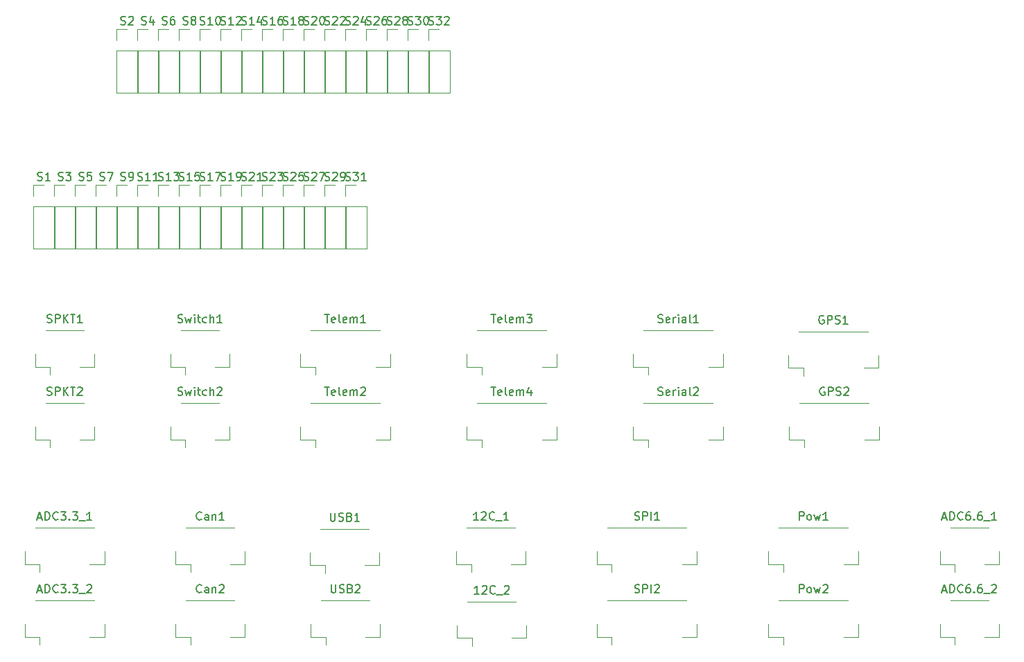
<source format=gto>
%TF.GenerationSoftware,KiCad,Pcbnew,(5.1.10)-1*%
%TF.CreationDate,2021-11-27T12:55:31-07:00*%
%TF.ProjectId,SandboxBreakout,53616e64-626f-4784-9272-65616b6f7574,rev?*%
%TF.SameCoordinates,Original*%
%TF.FileFunction,Legend,Top*%
%TF.FilePolarity,Positive*%
%FSLAX46Y46*%
G04 Gerber Fmt 4.6, Leading zero omitted, Abs format (unit mm)*
G04 Created by KiCad (PCBNEW (5.1.10)-1) date 2021-11-27 12:55:31*
%MOMM*%
%LPD*%
G01*
G04 APERTURE LIST*
%ADD10C,0.120000*%
%ADD11C,0.150000*%
%ADD12O,1.700000X1.700000*%
%ADD13R,1.700000X1.700000*%
G04 APERTURE END LIST*
D10*
X24070000Y-73600000D02*
X25400000Y-73600000D01*
X24070000Y-74930000D02*
X24070000Y-73600000D01*
X24070000Y-76200000D02*
X26730000Y-76200000D01*
X26730000Y-76200000D02*
X26730000Y-81340000D01*
X24070000Y-76200000D02*
X24070000Y-81340000D01*
X24070000Y-81340000D02*
X26730000Y-81340000D01*
X26610000Y-81340000D02*
X29270000Y-81340000D01*
X26610000Y-76200000D02*
X26610000Y-81340000D01*
X29270000Y-76200000D02*
X29270000Y-81340000D01*
X26610000Y-76200000D02*
X29270000Y-76200000D01*
X26610000Y-74930000D02*
X26610000Y-73600000D01*
X26610000Y-73600000D02*
X27940000Y-73600000D01*
X29150000Y-81340000D02*
X31810000Y-81340000D01*
X29150000Y-76200000D02*
X29150000Y-81340000D01*
X31810000Y-76200000D02*
X31810000Y-81340000D01*
X29150000Y-76200000D02*
X31810000Y-76200000D01*
X29150000Y-74930000D02*
X29150000Y-73600000D01*
X29150000Y-73600000D02*
X30480000Y-73600000D01*
X31690000Y-81340000D02*
X34350000Y-81340000D01*
X31690000Y-76200000D02*
X31690000Y-81340000D01*
X34350000Y-76200000D02*
X34350000Y-81340000D01*
X31690000Y-76200000D02*
X34350000Y-76200000D01*
X31690000Y-74930000D02*
X31690000Y-73600000D01*
X31690000Y-73600000D02*
X33020000Y-73600000D01*
X34230000Y-54550000D02*
X35560000Y-54550000D01*
X34230000Y-55880000D02*
X34230000Y-54550000D01*
X34230000Y-57150000D02*
X36890000Y-57150000D01*
X36890000Y-57150000D02*
X36890000Y-62290000D01*
X34230000Y-57150000D02*
X34230000Y-62290000D01*
X34230000Y-62290000D02*
X36890000Y-62290000D01*
X36770000Y-54550000D02*
X38100000Y-54550000D01*
X36770000Y-55880000D02*
X36770000Y-54550000D01*
X36770000Y-57150000D02*
X39430000Y-57150000D01*
X39430000Y-57150000D02*
X39430000Y-62290000D01*
X36770000Y-57150000D02*
X36770000Y-62290000D01*
X36770000Y-62290000D02*
X39430000Y-62290000D01*
X39310000Y-54550000D02*
X40640000Y-54550000D01*
X39310000Y-55880000D02*
X39310000Y-54550000D01*
X39310000Y-57150000D02*
X41970000Y-57150000D01*
X41970000Y-57150000D02*
X41970000Y-62290000D01*
X39310000Y-57150000D02*
X39310000Y-62290000D01*
X39310000Y-62290000D02*
X41970000Y-62290000D01*
X41850000Y-54550000D02*
X43180000Y-54550000D01*
X41850000Y-55880000D02*
X41850000Y-54550000D01*
X41850000Y-57150000D02*
X44510000Y-57150000D01*
X44510000Y-57150000D02*
X44510000Y-62290000D01*
X41850000Y-57150000D02*
X41850000Y-62290000D01*
X41850000Y-62290000D02*
X44510000Y-62290000D01*
X34230000Y-73600000D02*
X35560000Y-73600000D01*
X34230000Y-74930000D02*
X34230000Y-73600000D01*
X34230000Y-76200000D02*
X36890000Y-76200000D01*
X36890000Y-76200000D02*
X36890000Y-81340000D01*
X34230000Y-76200000D02*
X34230000Y-81340000D01*
X34230000Y-81340000D02*
X36890000Y-81340000D01*
X39310000Y-73600000D02*
X40640000Y-73600000D01*
X39310000Y-74930000D02*
X39310000Y-73600000D01*
X39310000Y-76200000D02*
X41970000Y-76200000D01*
X41970000Y-76200000D02*
X41970000Y-81340000D01*
X39310000Y-76200000D02*
X39310000Y-81340000D01*
X39310000Y-81340000D02*
X41970000Y-81340000D01*
X44390000Y-73600000D02*
X45720000Y-73600000D01*
X44390000Y-74930000D02*
X44390000Y-73600000D01*
X44390000Y-76200000D02*
X47050000Y-76200000D01*
X47050000Y-76200000D02*
X47050000Y-81340000D01*
X44390000Y-76200000D02*
X44390000Y-81340000D01*
X44390000Y-81340000D02*
X47050000Y-81340000D01*
X54550000Y-73600000D02*
X55880000Y-73600000D01*
X54550000Y-74930000D02*
X54550000Y-73600000D01*
X54550000Y-76200000D02*
X57210000Y-76200000D01*
X57210000Y-76200000D02*
X57210000Y-81340000D01*
X54550000Y-76200000D02*
X54550000Y-81340000D01*
X54550000Y-81340000D02*
X57210000Y-81340000D01*
X49470000Y-73600000D02*
X50800000Y-73600000D01*
X49470000Y-74930000D02*
X49470000Y-73600000D01*
X49470000Y-76200000D02*
X52130000Y-76200000D01*
X52130000Y-76200000D02*
X52130000Y-81340000D01*
X49470000Y-76200000D02*
X49470000Y-81340000D01*
X49470000Y-81340000D02*
X52130000Y-81340000D01*
X54550000Y-54550000D02*
X55880000Y-54550000D01*
X54550000Y-55880000D02*
X54550000Y-54550000D01*
X54550000Y-57150000D02*
X57210000Y-57150000D01*
X57210000Y-57150000D02*
X57210000Y-62290000D01*
X54550000Y-57150000D02*
X54550000Y-62290000D01*
X54550000Y-62290000D02*
X57210000Y-62290000D01*
X59630000Y-54550000D02*
X60960000Y-54550000D01*
X59630000Y-55880000D02*
X59630000Y-54550000D01*
X59630000Y-57150000D02*
X62290000Y-57150000D01*
X62290000Y-57150000D02*
X62290000Y-62290000D01*
X59630000Y-57150000D02*
X59630000Y-62290000D01*
X59630000Y-62290000D02*
X62290000Y-62290000D01*
X69790000Y-54550000D02*
X71120000Y-54550000D01*
X69790000Y-55880000D02*
X69790000Y-54550000D01*
X69790000Y-57150000D02*
X72450000Y-57150000D01*
X72450000Y-57150000D02*
X72450000Y-62290000D01*
X69790000Y-57150000D02*
X69790000Y-62290000D01*
X69790000Y-62290000D02*
X72450000Y-62290000D01*
X44390000Y-54550000D02*
X45720000Y-54550000D01*
X44390000Y-55880000D02*
X44390000Y-54550000D01*
X44390000Y-57150000D02*
X47050000Y-57150000D01*
X47050000Y-57150000D02*
X47050000Y-62290000D01*
X44390000Y-57150000D02*
X44390000Y-62290000D01*
X44390000Y-62290000D02*
X47050000Y-62290000D01*
X64710000Y-54550000D02*
X66040000Y-54550000D01*
X64710000Y-55880000D02*
X64710000Y-54550000D01*
X64710000Y-57150000D02*
X67370000Y-57150000D01*
X67370000Y-57150000D02*
X67370000Y-62290000D01*
X64710000Y-57150000D02*
X64710000Y-62290000D01*
X64710000Y-62290000D02*
X67370000Y-62290000D01*
X49470000Y-54550000D02*
X50800000Y-54550000D01*
X49470000Y-55880000D02*
X49470000Y-54550000D01*
X49470000Y-57150000D02*
X52130000Y-57150000D01*
X52130000Y-57150000D02*
X52130000Y-62290000D01*
X49470000Y-57150000D02*
X49470000Y-62290000D01*
X49470000Y-62290000D02*
X52130000Y-62290000D01*
X59630000Y-73600000D02*
X60960000Y-73600000D01*
X59630000Y-74930000D02*
X59630000Y-73600000D01*
X59630000Y-76200000D02*
X62290000Y-76200000D01*
X62290000Y-76200000D02*
X62290000Y-81340000D01*
X59630000Y-76200000D02*
X59630000Y-81340000D01*
X59630000Y-81340000D02*
X62290000Y-81340000D01*
X36770000Y-73600000D02*
X38100000Y-73600000D01*
X36770000Y-74930000D02*
X36770000Y-73600000D01*
X36770000Y-76200000D02*
X39430000Y-76200000D01*
X39430000Y-76200000D02*
X39430000Y-81340000D01*
X36770000Y-76200000D02*
X36770000Y-81340000D01*
X36770000Y-81340000D02*
X39430000Y-81340000D01*
X41850000Y-73600000D02*
X43180000Y-73600000D01*
X41850000Y-74930000D02*
X41850000Y-73600000D01*
X41850000Y-76200000D02*
X44510000Y-76200000D01*
X44510000Y-76200000D02*
X44510000Y-81340000D01*
X41850000Y-76200000D02*
X41850000Y-81340000D01*
X41850000Y-81340000D02*
X44510000Y-81340000D01*
X46930000Y-73600000D02*
X48260000Y-73600000D01*
X46930000Y-74930000D02*
X46930000Y-73600000D01*
X46930000Y-76200000D02*
X49590000Y-76200000D01*
X49590000Y-76200000D02*
X49590000Y-81340000D01*
X46930000Y-76200000D02*
X46930000Y-81340000D01*
X46930000Y-81340000D02*
X49590000Y-81340000D01*
X46930000Y-54550000D02*
X48260000Y-54550000D01*
X46930000Y-55880000D02*
X46930000Y-54550000D01*
X46930000Y-57150000D02*
X49590000Y-57150000D01*
X49590000Y-57150000D02*
X49590000Y-62290000D01*
X46930000Y-57150000D02*
X46930000Y-62290000D01*
X46930000Y-62290000D02*
X49590000Y-62290000D01*
X62170000Y-73600000D02*
X63500000Y-73600000D01*
X62170000Y-74930000D02*
X62170000Y-73600000D01*
X62170000Y-76200000D02*
X64830000Y-76200000D01*
X64830000Y-76200000D02*
X64830000Y-81340000D01*
X62170000Y-76200000D02*
X62170000Y-81340000D01*
X62170000Y-81340000D02*
X64830000Y-81340000D01*
X62170000Y-54550000D02*
X63500000Y-54550000D01*
X62170000Y-55880000D02*
X62170000Y-54550000D01*
X62170000Y-57150000D02*
X64830000Y-57150000D01*
X64830000Y-57150000D02*
X64830000Y-62290000D01*
X62170000Y-57150000D02*
X62170000Y-62290000D01*
X62170000Y-62290000D02*
X64830000Y-62290000D01*
X72330000Y-54550000D02*
X73660000Y-54550000D01*
X72330000Y-55880000D02*
X72330000Y-54550000D01*
X72330000Y-57150000D02*
X74990000Y-57150000D01*
X74990000Y-57150000D02*
X74990000Y-62290000D01*
X72330000Y-57150000D02*
X72330000Y-62290000D01*
X72330000Y-62290000D02*
X74990000Y-62290000D01*
X67250000Y-54550000D02*
X68580000Y-54550000D01*
X67250000Y-55880000D02*
X67250000Y-54550000D01*
X67250000Y-57150000D02*
X69910000Y-57150000D01*
X69910000Y-57150000D02*
X69910000Y-62290000D01*
X67250000Y-57150000D02*
X67250000Y-62290000D01*
X67250000Y-62290000D02*
X69910000Y-62290000D01*
X52010000Y-73600000D02*
X53340000Y-73600000D01*
X52010000Y-74930000D02*
X52010000Y-73600000D01*
X52010000Y-76200000D02*
X54670000Y-76200000D01*
X54670000Y-76200000D02*
X54670000Y-81340000D01*
X52010000Y-76200000D02*
X52010000Y-81340000D01*
X52010000Y-81340000D02*
X54670000Y-81340000D01*
X57090000Y-54550000D02*
X58420000Y-54550000D01*
X57090000Y-55880000D02*
X57090000Y-54550000D01*
X57090000Y-57150000D02*
X59750000Y-57150000D01*
X59750000Y-57150000D02*
X59750000Y-62290000D01*
X57090000Y-57150000D02*
X57090000Y-62290000D01*
X57090000Y-62290000D02*
X59750000Y-62290000D01*
X57090000Y-73600000D02*
X58420000Y-73600000D01*
X57090000Y-74930000D02*
X57090000Y-73600000D01*
X57090000Y-76200000D02*
X59750000Y-76200000D01*
X59750000Y-76200000D02*
X59750000Y-81340000D01*
X57090000Y-76200000D02*
X57090000Y-81340000D01*
X57090000Y-81340000D02*
X59750000Y-81340000D01*
X52010000Y-54550000D02*
X53340000Y-54550000D01*
X52010000Y-55880000D02*
X52010000Y-54550000D01*
X52010000Y-57150000D02*
X54670000Y-57150000D01*
X54670000Y-57150000D02*
X54670000Y-62290000D01*
X52010000Y-57150000D02*
X52010000Y-62290000D01*
X52010000Y-62290000D02*
X54670000Y-62290000D01*
X59265000Y-124390000D02*
X65195000Y-124390000D01*
X66465000Y-128860000D02*
X64665000Y-128860000D01*
X66465000Y-127260000D02*
X66465000Y-128860000D01*
X59795000Y-128860000D02*
X59795000Y-129800000D01*
X57995000Y-128860000D02*
X59795000Y-128860000D01*
X57995000Y-127260000D02*
X57995000Y-128860000D01*
X59180000Y-115630000D02*
X65110000Y-115630000D01*
X66380000Y-120100000D02*
X64580000Y-120100000D01*
X66380000Y-118500000D02*
X66380000Y-120100000D01*
X59710000Y-120100000D02*
X59710000Y-121040000D01*
X57910000Y-120100000D02*
X59710000Y-120100000D01*
X57910000Y-118500000D02*
X57910000Y-120100000D01*
X78335000Y-100260000D02*
X86765000Y-100260000D01*
X88035000Y-104730000D02*
X86235000Y-104730000D01*
X88035000Y-103130000D02*
X88035000Y-104730000D01*
X78865000Y-104730000D02*
X78865000Y-105670000D01*
X77065000Y-104730000D02*
X78865000Y-104730000D01*
X77065000Y-103130000D02*
X77065000Y-104730000D01*
X78335000Y-91370000D02*
X86765000Y-91370000D01*
X88035000Y-95840000D02*
X86235000Y-95840000D01*
X88035000Y-94240000D02*
X88035000Y-95840000D01*
X78865000Y-95840000D02*
X78865000Y-96780000D01*
X77065000Y-95840000D02*
X78865000Y-95840000D01*
X77065000Y-94240000D02*
X77065000Y-95840000D01*
X58015000Y-100260000D02*
X66445000Y-100260000D01*
X67715000Y-104730000D02*
X65915000Y-104730000D01*
X67715000Y-103130000D02*
X67715000Y-104730000D01*
X58545000Y-104730000D02*
X58545000Y-105670000D01*
X56745000Y-104730000D02*
X58545000Y-104730000D01*
X56745000Y-103130000D02*
X56745000Y-104730000D01*
X58015000Y-91370000D02*
X66445000Y-91370000D01*
X67715000Y-95840000D02*
X65915000Y-95840000D01*
X67715000Y-94240000D02*
X67715000Y-95840000D01*
X58545000Y-95840000D02*
X58545000Y-96780000D01*
X56745000Y-95840000D02*
X58545000Y-95840000D01*
X56745000Y-94240000D02*
X56745000Y-95840000D01*
X42110000Y-100260000D02*
X46790000Y-100260000D01*
X48060000Y-104730000D02*
X46260000Y-104730000D01*
X48060000Y-103130000D02*
X48060000Y-104730000D01*
X42640000Y-104730000D02*
X42640000Y-105670000D01*
X40840000Y-104730000D02*
X42640000Y-104730000D01*
X40840000Y-103130000D02*
X40840000Y-104730000D01*
X42110000Y-91370000D02*
X46790000Y-91370000D01*
X48060000Y-95840000D02*
X46260000Y-95840000D01*
X48060000Y-94240000D02*
X48060000Y-95840000D01*
X42640000Y-95840000D02*
X42640000Y-96780000D01*
X40840000Y-95840000D02*
X42640000Y-95840000D01*
X40840000Y-94240000D02*
X40840000Y-95840000D01*
X25600000Y-100260000D02*
X30280000Y-100260000D01*
X31550000Y-104730000D02*
X29750000Y-104730000D01*
X31550000Y-103130000D02*
X31550000Y-104730000D01*
X26130000Y-104730000D02*
X26130000Y-105670000D01*
X24330000Y-104730000D02*
X26130000Y-104730000D01*
X24330000Y-103130000D02*
X24330000Y-104730000D01*
X94220000Y-124390000D02*
X103900000Y-124390000D01*
X105170000Y-128860000D02*
X103370000Y-128860000D01*
X105170000Y-127260000D02*
X105170000Y-128860000D01*
X94750000Y-128860000D02*
X94750000Y-129800000D01*
X92950000Y-128860000D02*
X94750000Y-128860000D01*
X92950000Y-127260000D02*
X92950000Y-128860000D01*
X94220000Y-115500000D02*
X103900000Y-115500000D01*
X105170000Y-119970000D02*
X103370000Y-119970000D01*
X105170000Y-118370000D02*
X105170000Y-119970000D01*
X94750000Y-119970000D02*
X94750000Y-120910000D01*
X92950000Y-119970000D02*
X94750000Y-119970000D01*
X92950000Y-118370000D02*
X92950000Y-119970000D01*
X98655000Y-100260000D02*
X107085000Y-100260000D01*
X108355000Y-104730000D02*
X106555000Y-104730000D01*
X108355000Y-103130000D02*
X108355000Y-104730000D01*
X99185000Y-104730000D02*
X99185000Y-105670000D01*
X97385000Y-104730000D02*
X99185000Y-104730000D01*
X97385000Y-103130000D02*
X97385000Y-104730000D01*
X98655000Y-91370000D02*
X107085000Y-91370000D01*
X108355000Y-95840000D02*
X106555000Y-95840000D01*
X108355000Y-94240000D02*
X108355000Y-95840000D01*
X99185000Y-95840000D02*
X99185000Y-96780000D01*
X97385000Y-95840000D02*
X99185000Y-95840000D01*
X97385000Y-94240000D02*
X97385000Y-95840000D01*
X115165000Y-124390000D02*
X123595000Y-124390000D01*
X124865000Y-128860000D02*
X123065000Y-128860000D01*
X124865000Y-127260000D02*
X124865000Y-128860000D01*
X115695000Y-128860000D02*
X115695000Y-129800000D01*
X113895000Y-128860000D02*
X115695000Y-128860000D01*
X113895000Y-127260000D02*
X113895000Y-128860000D01*
X115165000Y-115500000D02*
X123595000Y-115500000D01*
X124865000Y-119970000D02*
X123065000Y-119970000D01*
X124865000Y-118370000D02*
X124865000Y-119970000D01*
X115695000Y-119970000D02*
X115695000Y-120910000D01*
X113895000Y-119970000D02*
X115695000Y-119970000D01*
X113895000Y-118370000D02*
X113895000Y-119970000D01*
X117705000Y-100260000D02*
X126135000Y-100260000D01*
X127405000Y-104730000D02*
X125605000Y-104730000D01*
X127405000Y-103130000D02*
X127405000Y-104730000D01*
X118235000Y-104730000D02*
X118235000Y-105670000D01*
X116435000Y-104730000D02*
X118235000Y-104730000D01*
X116435000Y-103130000D02*
X116435000Y-104730000D01*
X117600000Y-91500000D02*
X126030000Y-91500000D01*
X127300000Y-95970000D02*
X125500000Y-95970000D01*
X127300000Y-94370000D02*
X127300000Y-95970000D01*
X118130000Y-95970000D02*
X118130000Y-96910000D01*
X116330000Y-95970000D02*
X118130000Y-95970000D01*
X116330000Y-94370000D02*
X116330000Y-95970000D01*
X42755000Y-124390000D02*
X48685000Y-124390000D01*
X49955000Y-128860000D02*
X48155000Y-128860000D01*
X49955000Y-127260000D02*
X49955000Y-128860000D01*
X43285000Y-128860000D02*
X43285000Y-129800000D01*
X41485000Y-128860000D02*
X43285000Y-128860000D01*
X41485000Y-127260000D02*
X41485000Y-128860000D01*
X42755000Y-115500000D02*
X48685000Y-115500000D01*
X49955000Y-119970000D02*
X48155000Y-119970000D01*
X49955000Y-118370000D02*
X49955000Y-119970000D01*
X43285000Y-119970000D02*
X43285000Y-120910000D01*
X41485000Y-119970000D02*
X43285000Y-119970000D01*
X41485000Y-118370000D02*
X41485000Y-119970000D01*
X136090000Y-124390000D02*
X140770000Y-124390000D01*
X142040000Y-128860000D02*
X140240000Y-128860000D01*
X142040000Y-127260000D02*
X142040000Y-128860000D01*
X136620000Y-128860000D02*
X136620000Y-129800000D01*
X134820000Y-128860000D02*
X136620000Y-128860000D01*
X134820000Y-127260000D02*
X134820000Y-128860000D01*
X136090000Y-115500000D02*
X140770000Y-115500000D01*
X142040000Y-119970000D02*
X140240000Y-119970000D01*
X142040000Y-118370000D02*
X142040000Y-119970000D01*
X136620000Y-119970000D02*
X136620000Y-120910000D01*
X134820000Y-119970000D02*
X136620000Y-119970000D01*
X134820000Y-118370000D02*
X134820000Y-119970000D01*
X24350000Y-124390000D02*
X31530000Y-124390000D01*
X32800000Y-128860000D02*
X31000000Y-128860000D01*
X32800000Y-127260000D02*
X32800000Y-128860000D01*
X24880000Y-128860000D02*
X24880000Y-129800000D01*
X23080000Y-128860000D02*
X24880000Y-128860000D01*
X23080000Y-127260000D02*
X23080000Y-128860000D01*
X24350000Y-115500000D02*
X31530000Y-115500000D01*
X32800000Y-119970000D02*
X31000000Y-119970000D01*
X32800000Y-118370000D02*
X32800000Y-119970000D01*
X24880000Y-119970000D02*
X24880000Y-120910000D01*
X23080000Y-119970000D02*
X24880000Y-119970000D01*
X23080000Y-118370000D02*
X23080000Y-119970000D01*
X77130000Y-124520000D02*
X83060000Y-124520000D01*
X84330000Y-128990000D02*
X82530000Y-128990000D01*
X84330000Y-127390000D02*
X84330000Y-128990000D01*
X77660000Y-128990000D02*
X77660000Y-129930000D01*
X75860000Y-128990000D02*
X77660000Y-128990000D01*
X75860000Y-127390000D02*
X75860000Y-128990000D01*
X77045000Y-115500000D02*
X82975000Y-115500000D01*
X84245000Y-119970000D02*
X82445000Y-119970000D01*
X84245000Y-118370000D02*
X84245000Y-119970000D01*
X77575000Y-119970000D02*
X77575000Y-120910000D01*
X75775000Y-119970000D02*
X77575000Y-119970000D01*
X75775000Y-118370000D02*
X75775000Y-119970000D01*
X25600000Y-91370000D02*
X30280000Y-91370000D01*
X31550000Y-95840000D02*
X29750000Y-95840000D01*
X31550000Y-94240000D02*
X31550000Y-95840000D01*
X26130000Y-95840000D02*
X26130000Y-96780000D01*
X24330000Y-95840000D02*
X26130000Y-95840000D01*
X24330000Y-94240000D02*
X24330000Y-95840000D01*
D11*
X24638095Y-73004761D02*
X24780952Y-73052380D01*
X25019047Y-73052380D01*
X25114285Y-73004761D01*
X25161904Y-72957142D01*
X25209523Y-72861904D01*
X25209523Y-72766666D01*
X25161904Y-72671428D01*
X25114285Y-72623809D01*
X25019047Y-72576190D01*
X24828571Y-72528571D01*
X24733333Y-72480952D01*
X24685714Y-72433333D01*
X24638095Y-72338095D01*
X24638095Y-72242857D01*
X24685714Y-72147619D01*
X24733333Y-72100000D01*
X24828571Y-72052380D01*
X25066666Y-72052380D01*
X25209523Y-72100000D01*
X26161904Y-73052380D02*
X25590476Y-73052380D01*
X25876190Y-73052380D02*
X25876190Y-72052380D01*
X25780952Y-72195238D01*
X25685714Y-72290476D01*
X25590476Y-72338095D01*
X27178095Y-73004761D02*
X27320952Y-73052380D01*
X27559047Y-73052380D01*
X27654285Y-73004761D01*
X27701904Y-72957142D01*
X27749523Y-72861904D01*
X27749523Y-72766666D01*
X27701904Y-72671428D01*
X27654285Y-72623809D01*
X27559047Y-72576190D01*
X27368571Y-72528571D01*
X27273333Y-72480952D01*
X27225714Y-72433333D01*
X27178095Y-72338095D01*
X27178095Y-72242857D01*
X27225714Y-72147619D01*
X27273333Y-72100000D01*
X27368571Y-72052380D01*
X27606666Y-72052380D01*
X27749523Y-72100000D01*
X28082857Y-72052380D02*
X28701904Y-72052380D01*
X28368571Y-72433333D01*
X28511428Y-72433333D01*
X28606666Y-72480952D01*
X28654285Y-72528571D01*
X28701904Y-72623809D01*
X28701904Y-72861904D01*
X28654285Y-72957142D01*
X28606666Y-73004761D01*
X28511428Y-73052380D01*
X28225714Y-73052380D01*
X28130476Y-73004761D01*
X28082857Y-72957142D01*
X29718095Y-73004761D02*
X29860952Y-73052380D01*
X30099047Y-73052380D01*
X30194285Y-73004761D01*
X30241904Y-72957142D01*
X30289523Y-72861904D01*
X30289523Y-72766666D01*
X30241904Y-72671428D01*
X30194285Y-72623809D01*
X30099047Y-72576190D01*
X29908571Y-72528571D01*
X29813333Y-72480952D01*
X29765714Y-72433333D01*
X29718095Y-72338095D01*
X29718095Y-72242857D01*
X29765714Y-72147619D01*
X29813333Y-72100000D01*
X29908571Y-72052380D01*
X30146666Y-72052380D01*
X30289523Y-72100000D01*
X31194285Y-72052380D02*
X30718095Y-72052380D01*
X30670476Y-72528571D01*
X30718095Y-72480952D01*
X30813333Y-72433333D01*
X31051428Y-72433333D01*
X31146666Y-72480952D01*
X31194285Y-72528571D01*
X31241904Y-72623809D01*
X31241904Y-72861904D01*
X31194285Y-72957142D01*
X31146666Y-73004761D01*
X31051428Y-73052380D01*
X30813333Y-73052380D01*
X30718095Y-73004761D01*
X30670476Y-72957142D01*
X32258095Y-73004761D02*
X32400952Y-73052380D01*
X32639047Y-73052380D01*
X32734285Y-73004761D01*
X32781904Y-72957142D01*
X32829523Y-72861904D01*
X32829523Y-72766666D01*
X32781904Y-72671428D01*
X32734285Y-72623809D01*
X32639047Y-72576190D01*
X32448571Y-72528571D01*
X32353333Y-72480952D01*
X32305714Y-72433333D01*
X32258095Y-72338095D01*
X32258095Y-72242857D01*
X32305714Y-72147619D01*
X32353333Y-72100000D01*
X32448571Y-72052380D01*
X32686666Y-72052380D01*
X32829523Y-72100000D01*
X33162857Y-72052380D02*
X33829523Y-72052380D01*
X33400952Y-73052380D01*
X34798095Y-53954761D02*
X34940952Y-54002380D01*
X35179047Y-54002380D01*
X35274285Y-53954761D01*
X35321904Y-53907142D01*
X35369523Y-53811904D01*
X35369523Y-53716666D01*
X35321904Y-53621428D01*
X35274285Y-53573809D01*
X35179047Y-53526190D01*
X34988571Y-53478571D01*
X34893333Y-53430952D01*
X34845714Y-53383333D01*
X34798095Y-53288095D01*
X34798095Y-53192857D01*
X34845714Y-53097619D01*
X34893333Y-53050000D01*
X34988571Y-53002380D01*
X35226666Y-53002380D01*
X35369523Y-53050000D01*
X35750476Y-53097619D02*
X35798095Y-53050000D01*
X35893333Y-53002380D01*
X36131428Y-53002380D01*
X36226666Y-53050000D01*
X36274285Y-53097619D01*
X36321904Y-53192857D01*
X36321904Y-53288095D01*
X36274285Y-53430952D01*
X35702857Y-54002380D01*
X36321904Y-54002380D01*
X37338095Y-53954761D02*
X37480952Y-54002380D01*
X37719047Y-54002380D01*
X37814285Y-53954761D01*
X37861904Y-53907142D01*
X37909523Y-53811904D01*
X37909523Y-53716666D01*
X37861904Y-53621428D01*
X37814285Y-53573809D01*
X37719047Y-53526190D01*
X37528571Y-53478571D01*
X37433333Y-53430952D01*
X37385714Y-53383333D01*
X37338095Y-53288095D01*
X37338095Y-53192857D01*
X37385714Y-53097619D01*
X37433333Y-53050000D01*
X37528571Y-53002380D01*
X37766666Y-53002380D01*
X37909523Y-53050000D01*
X38766666Y-53335714D02*
X38766666Y-54002380D01*
X38528571Y-52954761D02*
X38290476Y-53669047D01*
X38909523Y-53669047D01*
X39878095Y-53954761D02*
X40020952Y-54002380D01*
X40259047Y-54002380D01*
X40354285Y-53954761D01*
X40401904Y-53907142D01*
X40449523Y-53811904D01*
X40449523Y-53716666D01*
X40401904Y-53621428D01*
X40354285Y-53573809D01*
X40259047Y-53526190D01*
X40068571Y-53478571D01*
X39973333Y-53430952D01*
X39925714Y-53383333D01*
X39878095Y-53288095D01*
X39878095Y-53192857D01*
X39925714Y-53097619D01*
X39973333Y-53050000D01*
X40068571Y-53002380D01*
X40306666Y-53002380D01*
X40449523Y-53050000D01*
X41306666Y-53002380D02*
X41116190Y-53002380D01*
X41020952Y-53050000D01*
X40973333Y-53097619D01*
X40878095Y-53240476D01*
X40830476Y-53430952D01*
X40830476Y-53811904D01*
X40878095Y-53907142D01*
X40925714Y-53954761D01*
X41020952Y-54002380D01*
X41211428Y-54002380D01*
X41306666Y-53954761D01*
X41354285Y-53907142D01*
X41401904Y-53811904D01*
X41401904Y-53573809D01*
X41354285Y-53478571D01*
X41306666Y-53430952D01*
X41211428Y-53383333D01*
X41020952Y-53383333D01*
X40925714Y-53430952D01*
X40878095Y-53478571D01*
X40830476Y-53573809D01*
X42418095Y-53954761D02*
X42560952Y-54002380D01*
X42799047Y-54002380D01*
X42894285Y-53954761D01*
X42941904Y-53907142D01*
X42989523Y-53811904D01*
X42989523Y-53716666D01*
X42941904Y-53621428D01*
X42894285Y-53573809D01*
X42799047Y-53526190D01*
X42608571Y-53478571D01*
X42513333Y-53430952D01*
X42465714Y-53383333D01*
X42418095Y-53288095D01*
X42418095Y-53192857D01*
X42465714Y-53097619D01*
X42513333Y-53050000D01*
X42608571Y-53002380D01*
X42846666Y-53002380D01*
X42989523Y-53050000D01*
X43560952Y-53430952D02*
X43465714Y-53383333D01*
X43418095Y-53335714D01*
X43370476Y-53240476D01*
X43370476Y-53192857D01*
X43418095Y-53097619D01*
X43465714Y-53050000D01*
X43560952Y-53002380D01*
X43751428Y-53002380D01*
X43846666Y-53050000D01*
X43894285Y-53097619D01*
X43941904Y-53192857D01*
X43941904Y-53240476D01*
X43894285Y-53335714D01*
X43846666Y-53383333D01*
X43751428Y-53430952D01*
X43560952Y-53430952D01*
X43465714Y-53478571D01*
X43418095Y-53526190D01*
X43370476Y-53621428D01*
X43370476Y-53811904D01*
X43418095Y-53907142D01*
X43465714Y-53954761D01*
X43560952Y-54002380D01*
X43751428Y-54002380D01*
X43846666Y-53954761D01*
X43894285Y-53907142D01*
X43941904Y-53811904D01*
X43941904Y-53621428D01*
X43894285Y-53526190D01*
X43846666Y-53478571D01*
X43751428Y-53430952D01*
X34798095Y-73004761D02*
X34940952Y-73052380D01*
X35179047Y-73052380D01*
X35274285Y-73004761D01*
X35321904Y-72957142D01*
X35369523Y-72861904D01*
X35369523Y-72766666D01*
X35321904Y-72671428D01*
X35274285Y-72623809D01*
X35179047Y-72576190D01*
X34988571Y-72528571D01*
X34893333Y-72480952D01*
X34845714Y-72433333D01*
X34798095Y-72338095D01*
X34798095Y-72242857D01*
X34845714Y-72147619D01*
X34893333Y-72100000D01*
X34988571Y-72052380D01*
X35226666Y-72052380D01*
X35369523Y-72100000D01*
X35845714Y-73052380D02*
X36036190Y-73052380D01*
X36131428Y-73004761D01*
X36179047Y-72957142D01*
X36274285Y-72814285D01*
X36321904Y-72623809D01*
X36321904Y-72242857D01*
X36274285Y-72147619D01*
X36226666Y-72100000D01*
X36131428Y-72052380D01*
X35940952Y-72052380D01*
X35845714Y-72100000D01*
X35798095Y-72147619D01*
X35750476Y-72242857D01*
X35750476Y-72480952D01*
X35798095Y-72576190D01*
X35845714Y-72623809D01*
X35940952Y-72671428D01*
X36131428Y-72671428D01*
X36226666Y-72623809D01*
X36274285Y-72576190D01*
X36321904Y-72480952D01*
X39401904Y-73004761D02*
X39544761Y-73052380D01*
X39782857Y-73052380D01*
X39878095Y-73004761D01*
X39925714Y-72957142D01*
X39973333Y-72861904D01*
X39973333Y-72766666D01*
X39925714Y-72671428D01*
X39878095Y-72623809D01*
X39782857Y-72576190D01*
X39592380Y-72528571D01*
X39497142Y-72480952D01*
X39449523Y-72433333D01*
X39401904Y-72338095D01*
X39401904Y-72242857D01*
X39449523Y-72147619D01*
X39497142Y-72100000D01*
X39592380Y-72052380D01*
X39830476Y-72052380D01*
X39973333Y-72100000D01*
X40925714Y-73052380D02*
X40354285Y-73052380D01*
X40640000Y-73052380D02*
X40640000Y-72052380D01*
X40544761Y-72195238D01*
X40449523Y-72290476D01*
X40354285Y-72338095D01*
X41259047Y-72052380D02*
X41878095Y-72052380D01*
X41544761Y-72433333D01*
X41687619Y-72433333D01*
X41782857Y-72480952D01*
X41830476Y-72528571D01*
X41878095Y-72623809D01*
X41878095Y-72861904D01*
X41830476Y-72957142D01*
X41782857Y-73004761D01*
X41687619Y-73052380D01*
X41401904Y-73052380D01*
X41306666Y-73004761D01*
X41259047Y-72957142D01*
X44481904Y-73004761D02*
X44624761Y-73052380D01*
X44862857Y-73052380D01*
X44958095Y-73004761D01*
X45005714Y-72957142D01*
X45053333Y-72861904D01*
X45053333Y-72766666D01*
X45005714Y-72671428D01*
X44958095Y-72623809D01*
X44862857Y-72576190D01*
X44672380Y-72528571D01*
X44577142Y-72480952D01*
X44529523Y-72433333D01*
X44481904Y-72338095D01*
X44481904Y-72242857D01*
X44529523Y-72147619D01*
X44577142Y-72100000D01*
X44672380Y-72052380D01*
X44910476Y-72052380D01*
X45053333Y-72100000D01*
X46005714Y-73052380D02*
X45434285Y-73052380D01*
X45720000Y-73052380D02*
X45720000Y-72052380D01*
X45624761Y-72195238D01*
X45529523Y-72290476D01*
X45434285Y-72338095D01*
X46339047Y-72052380D02*
X47005714Y-72052380D01*
X46577142Y-73052380D01*
X54641904Y-73004761D02*
X54784761Y-73052380D01*
X55022857Y-73052380D01*
X55118095Y-73004761D01*
X55165714Y-72957142D01*
X55213333Y-72861904D01*
X55213333Y-72766666D01*
X55165714Y-72671428D01*
X55118095Y-72623809D01*
X55022857Y-72576190D01*
X54832380Y-72528571D01*
X54737142Y-72480952D01*
X54689523Y-72433333D01*
X54641904Y-72338095D01*
X54641904Y-72242857D01*
X54689523Y-72147619D01*
X54737142Y-72100000D01*
X54832380Y-72052380D01*
X55070476Y-72052380D01*
X55213333Y-72100000D01*
X55594285Y-72147619D02*
X55641904Y-72100000D01*
X55737142Y-72052380D01*
X55975238Y-72052380D01*
X56070476Y-72100000D01*
X56118095Y-72147619D01*
X56165714Y-72242857D01*
X56165714Y-72338095D01*
X56118095Y-72480952D01*
X55546666Y-73052380D01*
X56165714Y-73052380D01*
X57070476Y-72052380D02*
X56594285Y-72052380D01*
X56546666Y-72528571D01*
X56594285Y-72480952D01*
X56689523Y-72433333D01*
X56927619Y-72433333D01*
X57022857Y-72480952D01*
X57070476Y-72528571D01*
X57118095Y-72623809D01*
X57118095Y-72861904D01*
X57070476Y-72957142D01*
X57022857Y-73004761D01*
X56927619Y-73052380D01*
X56689523Y-73052380D01*
X56594285Y-73004761D01*
X56546666Y-72957142D01*
X49561904Y-73004761D02*
X49704761Y-73052380D01*
X49942857Y-73052380D01*
X50038095Y-73004761D01*
X50085714Y-72957142D01*
X50133333Y-72861904D01*
X50133333Y-72766666D01*
X50085714Y-72671428D01*
X50038095Y-72623809D01*
X49942857Y-72576190D01*
X49752380Y-72528571D01*
X49657142Y-72480952D01*
X49609523Y-72433333D01*
X49561904Y-72338095D01*
X49561904Y-72242857D01*
X49609523Y-72147619D01*
X49657142Y-72100000D01*
X49752380Y-72052380D01*
X49990476Y-72052380D01*
X50133333Y-72100000D01*
X50514285Y-72147619D02*
X50561904Y-72100000D01*
X50657142Y-72052380D01*
X50895238Y-72052380D01*
X50990476Y-72100000D01*
X51038095Y-72147619D01*
X51085714Y-72242857D01*
X51085714Y-72338095D01*
X51038095Y-72480952D01*
X50466666Y-73052380D01*
X51085714Y-73052380D01*
X52038095Y-73052380D02*
X51466666Y-73052380D01*
X51752380Y-73052380D02*
X51752380Y-72052380D01*
X51657142Y-72195238D01*
X51561904Y-72290476D01*
X51466666Y-72338095D01*
X54641904Y-53954761D02*
X54784761Y-54002380D01*
X55022857Y-54002380D01*
X55118095Y-53954761D01*
X55165714Y-53907142D01*
X55213333Y-53811904D01*
X55213333Y-53716666D01*
X55165714Y-53621428D01*
X55118095Y-53573809D01*
X55022857Y-53526190D01*
X54832380Y-53478571D01*
X54737142Y-53430952D01*
X54689523Y-53383333D01*
X54641904Y-53288095D01*
X54641904Y-53192857D01*
X54689523Y-53097619D01*
X54737142Y-53050000D01*
X54832380Y-53002380D01*
X55070476Y-53002380D01*
X55213333Y-53050000D01*
X56165714Y-54002380D02*
X55594285Y-54002380D01*
X55880000Y-54002380D02*
X55880000Y-53002380D01*
X55784761Y-53145238D01*
X55689523Y-53240476D01*
X55594285Y-53288095D01*
X56737142Y-53430952D02*
X56641904Y-53383333D01*
X56594285Y-53335714D01*
X56546666Y-53240476D01*
X56546666Y-53192857D01*
X56594285Y-53097619D01*
X56641904Y-53050000D01*
X56737142Y-53002380D01*
X56927619Y-53002380D01*
X57022857Y-53050000D01*
X57070476Y-53097619D01*
X57118095Y-53192857D01*
X57118095Y-53240476D01*
X57070476Y-53335714D01*
X57022857Y-53383333D01*
X56927619Y-53430952D01*
X56737142Y-53430952D01*
X56641904Y-53478571D01*
X56594285Y-53526190D01*
X56546666Y-53621428D01*
X56546666Y-53811904D01*
X56594285Y-53907142D01*
X56641904Y-53954761D01*
X56737142Y-54002380D01*
X56927619Y-54002380D01*
X57022857Y-53954761D01*
X57070476Y-53907142D01*
X57118095Y-53811904D01*
X57118095Y-53621428D01*
X57070476Y-53526190D01*
X57022857Y-53478571D01*
X56927619Y-53430952D01*
X59721904Y-53954761D02*
X59864761Y-54002380D01*
X60102857Y-54002380D01*
X60198095Y-53954761D01*
X60245714Y-53907142D01*
X60293333Y-53811904D01*
X60293333Y-53716666D01*
X60245714Y-53621428D01*
X60198095Y-53573809D01*
X60102857Y-53526190D01*
X59912380Y-53478571D01*
X59817142Y-53430952D01*
X59769523Y-53383333D01*
X59721904Y-53288095D01*
X59721904Y-53192857D01*
X59769523Y-53097619D01*
X59817142Y-53050000D01*
X59912380Y-53002380D01*
X60150476Y-53002380D01*
X60293333Y-53050000D01*
X60674285Y-53097619D02*
X60721904Y-53050000D01*
X60817142Y-53002380D01*
X61055238Y-53002380D01*
X61150476Y-53050000D01*
X61198095Y-53097619D01*
X61245714Y-53192857D01*
X61245714Y-53288095D01*
X61198095Y-53430952D01*
X60626666Y-54002380D01*
X61245714Y-54002380D01*
X61626666Y-53097619D02*
X61674285Y-53050000D01*
X61769523Y-53002380D01*
X62007619Y-53002380D01*
X62102857Y-53050000D01*
X62150476Y-53097619D01*
X62198095Y-53192857D01*
X62198095Y-53288095D01*
X62150476Y-53430952D01*
X61579047Y-54002380D01*
X62198095Y-54002380D01*
X69881904Y-53954761D02*
X70024761Y-54002380D01*
X70262857Y-54002380D01*
X70358095Y-53954761D01*
X70405714Y-53907142D01*
X70453333Y-53811904D01*
X70453333Y-53716666D01*
X70405714Y-53621428D01*
X70358095Y-53573809D01*
X70262857Y-53526190D01*
X70072380Y-53478571D01*
X69977142Y-53430952D01*
X69929523Y-53383333D01*
X69881904Y-53288095D01*
X69881904Y-53192857D01*
X69929523Y-53097619D01*
X69977142Y-53050000D01*
X70072380Y-53002380D01*
X70310476Y-53002380D01*
X70453333Y-53050000D01*
X70786666Y-53002380D02*
X71405714Y-53002380D01*
X71072380Y-53383333D01*
X71215238Y-53383333D01*
X71310476Y-53430952D01*
X71358095Y-53478571D01*
X71405714Y-53573809D01*
X71405714Y-53811904D01*
X71358095Y-53907142D01*
X71310476Y-53954761D01*
X71215238Y-54002380D01*
X70929523Y-54002380D01*
X70834285Y-53954761D01*
X70786666Y-53907142D01*
X72024761Y-53002380D02*
X72120000Y-53002380D01*
X72215238Y-53050000D01*
X72262857Y-53097619D01*
X72310476Y-53192857D01*
X72358095Y-53383333D01*
X72358095Y-53621428D01*
X72310476Y-53811904D01*
X72262857Y-53907142D01*
X72215238Y-53954761D01*
X72120000Y-54002380D01*
X72024761Y-54002380D01*
X71929523Y-53954761D01*
X71881904Y-53907142D01*
X71834285Y-53811904D01*
X71786666Y-53621428D01*
X71786666Y-53383333D01*
X71834285Y-53192857D01*
X71881904Y-53097619D01*
X71929523Y-53050000D01*
X72024761Y-53002380D01*
X44481904Y-53954761D02*
X44624761Y-54002380D01*
X44862857Y-54002380D01*
X44958095Y-53954761D01*
X45005714Y-53907142D01*
X45053333Y-53811904D01*
X45053333Y-53716666D01*
X45005714Y-53621428D01*
X44958095Y-53573809D01*
X44862857Y-53526190D01*
X44672380Y-53478571D01*
X44577142Y-53430952D01*
X44529523Y-53383333D01*
X44481904Y-53288095D01*
X44481904Y-53192857D01*
X44529523Y-53097619D01*
X44577142Y-53050000D01*
X44672380Y-53002380D01*
X44910476Y-53002380D01*
X45053333Y-53050000D01*
X46005714Y-54002380D02*
X45434285Y-54002380D01*
X45720000Y-54002380D02*
X45720000Y-53002380D01*
X45624761Y-53145238D01*
X45529523Y-53240476D01*
X45434285Y-53288095D01*
X46624761Y-53002380D02*
X46720000Y-53002380D01*
X46815238Y-53050000D01*
X46862857Y-53097619D01*
X46910476Y-53192857D01*
X46958095Y-53383333D01*
X46958095Y-53621428D01*
X46910476Y-53811904D01*
X46862857Y-53907142D01*
X46815238Y-53954761D01*
X46720000Y-54002380D01*
X46624761Y-54002380D01*
X46529523Y-53954761D01*
X46481904Y-53907142D01*
X46434285Y-53811904D01*
X46386666Y-53621428D01*
X46386666Y-53383333D01*
X46434285Y-53192857D01*
X46481904Y-53097619D01*
X46529523Y-53050000D01*
X46624761Y-53002380D01*
X64801904Y-53954761D02*
X64944761Y-54002380D01*
X65182857Y-54002380D01*
X65278095Y-53954761D01*
X65325714Y-53907142D01*
X65373333Y-53811904D01*
X65373333Y-53716666D01*
X65325714Y-53621428D01*
X65278095Y-53573809D01*
X65182857Y-53526190D01*
X64992380Y-53478571D01*
X64897142Y-53430952D01*
X64849523Y-53383333D01*
X64801904Y-53288095D01*
X64801904Y-53192857D01*
X64849523Y-53097619D01*
X64897142Y-53050000D01*
X64992380Y-53002380D01*
X65230476Y-53002380D01*
X65373333Y-53050000D01*
X65754285Y-53097619D02*
X65801904Y-53050000D01*
X65897142Y-53002380D01*
X66135238Y-53002380D01*
X66230476Y-53050000D01*
X66278095Y-53097619D01*
X66325714Y-53192857D01*
X66325714Y-53288095D01*
X66278095Y-53430952D01*
X65706666Y-54002380D01*
X66325714Y-54002380D01*
X67182857Y-53002380D02*
X66992380Y-53002380D01*
X66897142Y-53050000D01*
X66849523Y-53097619D01*
X66754285Y-53240476D01*
X66706666Y-53430952D01*
X66706666Y-53811904D01*
X66754285Y-53907142D01*
X66801904Y-53954761D01*
X66897142Y-54002380D01*
X67087619Y-54002380D01*
X67182857Y-53954761D01*
X67230476Y-53907142D01*
X67278095Y-53811904D01*
X67278095Y-53573809D01*
X67230476Y-53478571D01*
X67182857Y-53430952D01*
X67087619Y-53383333D01*
X66897142Y-53383333D01*
X66801904Y-53430952D01*
X66754285Y-53478571D01*
X66706666Y-53573809D01*
X49561904Y-53954761D02*
X49704761Y-54002380D01*
X49942857Y-54002380D01*
X50038095Y-53954761D01*
X50085714Y-53907142D01*
X50133333Y-53811904D01*
X50133333Y-53716666D01*
X50085714Y-53621428D01*
X50038095Y-53573809D01*
X49942857Y-53526190D01*
X49752380Y-53478571D01*
X49657142Y-53430952D01*
X49609523Y-53383333D01*
X49561904Y-53288095D01*
X49561904Y-53192857D01*
X49609523Y-53097619D01*
X49657142Y-53050000D01*
X49752380Y-53002380D01*
X49990476Y-53002380D01*
X50133333Y-53050000D01*
X51085714Y-54002380D02*
X50514285Y-54002380D01*
X50800000Y-54002380D02*
X50800000Y-53002380D01*
X50704761Y-53145238D01*
X50609523Y-53240476D01*
X50514285Y-53288095D01*
X51942857Y-53335714D02*
X51942857Y-54002380D01*
X51704761Y-52954761D02*
X51466666Y-53669047D01*
X52085714Y-53669047D01*
X59721904Y-73004761D02*
X59864761Y-73052380D01*
X60102857Y-73052380D01*
X60198095Y-73004761D01*
X60245714Y-72957142D01*
X60293333Y-72861904D01*
X60293333Y-72766666D01*
X60245714Y-72671428D01*
X60198095Y-72623809D01*
X60102857Y-72576190D01*
X59912380Y-72528571D01*
X59817142Y-72480952D01*
X59769523Y-72433333D01*
X59721904Y-72338095D01*
X59721904Y-72242857D01*
X59769523Y-72147619D01*
X59817142Y-72100000D01*
X59912380Y-72052380D01*
X60150476Y-72052380D01*
X60293333Y-72100000D01*
X60674285Y-72147619D02*
X60721904Y-72100000D01*
X60817142Y-72052380D01*
X61055238Y-72052380D01*
X61150476Y-72100000D01*
X61198095Y-72147619D01*
X61245714Y-72242857D01*
X61245714Y-72338095D01*
X61198095Y-72480952D01*
X60626666Y-73052380D01*
X61245714Y-73052380D01*
X61721904Y-73052380D02*
X61912380Y-73052380D01*
X62007619Y-73004761D01*
X62055238Y-72957142D01*
X62150476Y-72814285D01*
X62198095Y-72623809D01*
X62198095Y-72242857D01*
X62150476Y-72147619D01*
X62102857Y-72100000D01*
X62007619Y-72052380D01*
X61817142Y-72052380D01*
X61721904Y-72100000D01*
X61674285Y-72147619D01*
X61626666Y-72242857D01*
X61626666Y-72480952D01*
X61674285Y-72576190D01*
X61721904Y-72623809D01*
X61817142Y-72671428D01*
X62007619Y-72671428D01*
X62102857Y-72623809D01*
X62150476Y-72576190D01*
X62198095Y-72480952D01*
X36861904Y-73004761D02*
X37004761Y-73052380D01*
X37242857Y-73052380D01*
X37338095Y-73004761D01*
X37385714Y-72957142D01*
X37433333Y-72861904D01*
X37433333Y-72766666D01*
X37385714Y-72671428D01*
X37338095Y-72623809D01*
X37242857Y-72576190D01*
X37052380Y-72528571D01*
X36957142Y-72480952D01*
X36909523Y-72433333D01*
X36861904Y-72338095D01*
X36861904Y-72242857D01*
X36909523Y-72147619D01*
X36957142Y-72100000D01*
X37052380Y-72052380D01*
X37290476Y-72052380D01*
X37433333Y-72100000D01*
X38385714Y-73052380D02*
X37814285Y-73052380D01*
X38100000Y-73052380D02*
X38100000Y-72052380D01*
X38004761Y-72195238D01*
X37909523Y-72290476D01*
X37814285Y-72338095D01*
X39338095Y-73052380D02*
X38766666Y-73052380D01*
X39052380Y-73052380D02*
X39052380Y-72052380D01*
X38957142Y-72195238D01*
X38861904Y-72290476D01*
X38766666Y-72338095D01*
X41941904Y-73004761D02*
X42084761Y-73052380D01*
X42322857Y-73052380D01*
X42418095Y-73004761D01*
X42465714Y-72957142D01*
X42513333Y-72861904D01*
X42513333Y-72766666D01*
X42465714Y-72671428D01*
X42418095Y-72623809D01*
X42322857Y-72576190D01*
X42132380Y-72528571D01*
X42037142Y-72480952D01*
X41989523Y-72433333D01*
X41941904Y-72338095D01*
X41941904Y-72242857D01*
X41989523Y-72147619D01*
X42037142Y-72100000D01*
X42132380Y-72052380D01*
X42370476Y-72052380D01*
X42513333Y-72100000D01*
X43465714Y-73052380D02*
X42894285Y-73052380D01*
X43180000Y-73052380D02*
X43180000Y-72052380D01*
X43084761Y-72195238D01*
X42989523Y-72290476D01*
X42894285Y-72338095D01*
X44370476Y-72052380D02*
X43894285Y-72052380D01*
X43846666Y-72528571D01*
X43894285Y-72480952D01*
X43989523Y-72433333D01*
X44227619Y-72433333D01*
X44322857Y-72480952D01*
X44370476Y-72528571D01*
X44418095Y-72623809D01*
X44418095Y-72861904D01*
X44370476Y-72957142D01*
X44322857Y-73004761D01*
X44227619Y-73052380D01*
X43989523Y-73052380D01*
X43894285Y-73004761D01*
X43846666Y-72957142D01*
X47021904Y-73004761D02*
X47164761Y-73052380D01*
X47402857Y-73052380D01*
X47498095Y-73004761D01*
X47545714Y-72957142D01*
X47593333Y-72861904D01*
X47593333Y-72766666D01*
X47545714Y-72671428D01*
X47498095Y-72623809D01*
X47402857Y-72576190D01*
X47212380Y-72528571D01*
X47117142Y-72480952D01*
X47069523Y-72433333D01*
X47021904Y-72338095D01*
X47021904Y-72242857D01*
X47069523Y-72147619D01*
X47117142Y-72100000D01*
X47212380Y-72052380D01*
X47450476Y-72052380D01*
X47593333Y-72100000D01*
X48545714Y-73052380D02*
X47974285Y-73052380D01*
X48260000Y-73052380D02*
X48260000Y-72052380D01*
X48164761Y-72195238D01*
X48069523Y-72290476D01*
X47974285Y-72338095D01*
X49021904Y-73052380D02*
X49212380Y-73052380D01*
X49307619Y-73004761D01*
X49355238Y-72957142D01*
X49450476Y-72814285D01*
X49498095Y-72623809D01*
X49498095Y-72242857D01*
X49450476Y-72147619D01*
X49402857Y-72100000D01*
X49307619Y-72052380D01*
X49117142Y-72052380D01*
X49021904Y-72100000D01*
X48974285Y-72147619D01*
X48926666Y-72242857D01*
X48926666Y-72480952D01*
X48974285Y-72576190D01*
X49021904Y-72623809D01*
X49117142Y-72671428D01*
X49307619Y-72671428D01*
X49402857Y-72623809D01*
X49450476Y-72576190D01*
X49498095Y-72480952D01*
X47021904Y-53954761D02*
X47164761Y-54002380D01*
X47402857Y-54002380D01*
X47498095Y-53954761D01*
X47545714Y-53907142D01*
X47593333Y-53811904D01*
X47593333Y-53716666D01*
X47545714Y-53621428D01*
X47498095Y-53573809D01*
X47402857Y-53526190D01*
X47212380Y-53478571D01*
X47117142Y-53430952D01*
X47069523Y-53383333D01*
X47021904Y-53288095D01*
X47021904Y-53192857D01*
X47069523Y-53097619D01*
X47117142Y-53050000D01*
X47212380Y-53002380D01*
X47450476Y-53002380D01*
X47593333Y-53050000D01*
X48545714Y-54002380D02*
X47974285Y-54002380D01*
X48260000Y-54002380D02*
X48260000Y-53002380D01*
X48164761Y-53145238D01*
X48069523Y-53240476D01*
X47974285Y-53288095D01*
X48926666Y-53097619D02*
X48974285Y-53050000D01*
X49069523Y-53002380D01*
X49307619Y-53002380D01*
X49402857Y-53050000D01*
X49450476Y-53097619D01*
X49498095Y-53192857D01*
X49498095Y-53288095D01*
X49450476Y-53430952D01*
X48879047Y-54002380D01*
X49498095Y-54002380D01*
X62261904Y-73004761D02*
X62404761Y-73052380D01*
X62642857Y-73052380D01*
X62738095Y-73004761D01*
X62785714Y-72957142D01*
X62833333Y-72861904D01*
X62833333Y-72766666D01*
X62785714Y-72671428D01*
X62738095Y-72623809D01*
X62642857Y-72576190D01*
X62452380Y-72528571D01*
X62357142Y-72480952D01*
X62309523Y-72433333D01*
X62261904Y-72338095D01*
X62261904Y-72242857D01*
X62309523Y-72147619D01*
X62357142Y-72100000D01*
X62452380Y-72052380D01*
X62690476Y-72052380D01*
X62833333Y-72100000D01*
X63166666Y-72052380D02*
X63785714Y-72052380D01*
X63452380Y-72433333D01*
X63595238Y-72433333D01*
X63690476Y-72480952D01*
X63738095Y-72528571D01*
X63785714Y-72623809D01*
X63785714Y-72861904D01*
X63738095Y-72957142D01*
X63690476Y-73004761D01*
X63595238Y-73052380D01*
X63309523Y-73052380D01*
X63214285Y-73004761D01*
X63166666Y-72957142D01*
X64738095Y-73052380D02*
X64166666Y-73052380D01*
X64452380Y-73052380D02*
X64452380Y-72052380D01*
X64357142Y-72195238D01*
X64261904Y-72290476D01*
X64166666Y-72338095D01*
X62261904Y-53954761D02*
X62404761Y-54002380D01*
X62642857Y-54002380D01*
X62738095Y-53954761D01*
X62785714Y-53907142D01*
X62833333Y-53811904D01*
X62833333Y-53716666D01*
X62785714Y-53621428D01*
X62738095Y-53573809D01*
X62642857Y-53526190D01*
X62452380Y-53478571D01*
X62357142Y-53430952D01*
X62309523Y-53383333D01*
X62261904Y-53288095D01*
X62261904Y-53192857D01*
X62309523Y-53097619D01*
X62357142Y-53050000D01*
X62452380Y-53002380D01*
X62690476Y-53002380D01*
X62833333Y-53050000D01*
X63214285Y-53097619D02*
X63261904Y-53050000D01*
X63357142Y-53002380D01*
X63595238Y-53002380D01*
X63690476Y-53050000D01*
X63738095Y-53097619D01*
X63785714Y-53192857D01*
X63785714Y-53288095D01*
X63738095Y-53430952D01*
X63166666Y-54002380D01*
X63785714Y-54002380D01*
X64642857Y-53335714D02*
X64642857Y-54002380D01*
X64404761Y-52954761D02*
X64166666Y-53669047D01*
X64785714Y-53669047D01*
X72421904Y-53954761D02*
X72564761Y-54002380D01*
X72802857Y-54002380D01*
X72898095Y-53954761D01*
X72945714Y-53907142D01*
X72993333Y-53811904D01*
X72993333Y-53716666D01*
X72945714Y-53621428D01*
X72898095Y-53573809D01*
X72802857Y-53526190D01*
X72612380Y-53478571D01*
X72517142Y-53430952D01*
X72469523Y-53383333D01*
X72421904Y-53288095D01*
X72421904Y-53192857D01*
X72469523Y-53097619D01*
X72517142Y-53050000D01*
X72612380Y-53002380D01*
X72850476Y-53002380D01*
X72993333Y-53050000D01*
X73326666Y-53002380D02*
X73945714Y-53002380D01*
X73612380Y-53383333D01*
X73755238Y-53383333D01*
X73850476Y-53430952D01*
X73898095Y-53478571D01*
X73945714Y-53573809D01*
X73945714Y-53811904D01*
X73898095Y-53907142D01*
X73850476Y-53954761D01*
X73755238Y-54002380D01*
X73469523Y-54002380D01*
X73374285Y-53954761D01*
X73326666Y-53907142D01*
X74326666Y-53097619D02*
X74374285Y-53050000D01*
X74469523Y-53002380D01*
X74707619Y-53002380D01*
X74802857Y-53050000D01*
X74850476Y-53097619D01*
X74898095Y-53192857D01*
X74898095Y-53288095D01*
X74850476Y-53430952D01*
X74279047Y-54002380D01*
X74898095Y-54002380D01*
X67341904Y-53954761D02*
X67484761Y-54002380D01*
X67722857Y-54002380D01*
X67818095Y-53954761D01*
X67865714Y-53907142D01*
X67913333Y-53811904D01*
X67913333Y-53716666D01*
X67865714Y-53621428D01*
X67818095Y-53573809D01*
X67722857Y-53526190D01*
X67532380Y-53478571D01*
X67437142Y-53430952D01*
X67389523Y-53383333D01*
X67341904Y-53288095D01*
X67341904Y-53192857D01*
X67389523Y-53097619D01*
X67437142Y-53050000D01*
X67532380Y-53002380D01*
X67770476Y-53002380D01*
X67913333Y-53050000D01*
X68294285Y-53097619D02*
X68341904Y-53050000D01*
X68437142Y-53002380D01*
X68675238Y-53002380D01*
X68770476Y-53050000D01*
X68818095Y-53097619D01*
X68865714Y-53192857D01*
X68865714Y-53288095D01*
X68818095Y-53430952D01*
X68246666Y-54002380D01*
X68865714Y-54002380D01*
X69437142Y-53430952D02*
X69341904Y-53383333D01*
X69294285Y-53335714D01*
X69246666Y-53240476D01*
X69246666Y-53192857D01*
X69294285Y-53097619D01*
X69341904Y-53050000D01*
X69437142Y-53002380D01*
X69627619Y-53002380D01*
X69722857Y-53050000D01*
X69770476Y-53097619D01*
X69818095Y-53192857D01*
X69818095Y-53240476D01*
X69770476Y-53335714D01*
X69722857Y-53383333D01*
X69627619Y-53430952D01*
X69437142Y-53430952D01*
X69341904Y-53478571D01*
X69294285Y-53526190D01*
X69246666Y-53621428D01*
X69246666Y-53811904D01*
X69294285Y-53907142D01*
X69341904Y-53954761D01*
X69437142Y-54002380D01*
X69627619Y-54002380D01*
X69722857Y-53954761D01*
X69770476Y-53907142D01*
X69818095Y-53811904D01*
X69818095Y-53621428D01*
X69770476Y-53526190D01*
X69722857Y-53478571D01*
X69627619Y-53430952D01*
X52101904Y-73004761D02*
X52244761Y-73052380D01*
X52482857Y-73052380D01*
X52578095Y-73004761D01*
X52625714Y-72957142D01*
X52673333Y-72861904D01*
X52673333Y-72766666D01*
X52625714Y-72671428D01*
X52578095Y-72623809D01*
X52482857Y-72576190D01*
X52292380Y-72528571D01*
X52197142Y-72480952D01*
X52149523Y-72433333D01*
X52101904Y-72338095D01*
X52101904Y-72242857D01*
X52149523Y-72147619D01*
X52197142Y-72100000D01*
X52292380Y-72052380D01*
X52530476Y-72052380D01*
X52673333Y-72100000D01*
X53054285Y-72147619D02*
X53101904Y-72100000D01*
X53197142Y-72052380D01*
X53435238Y-72052380D01*
X53530476Y-72100000D01*
X53578095Y-72147619D01*
X53625714Y-72242857D01*
X53625714Y-72338095D01*
X53578095Y-72480952D01*
X53006666Y-73052380D01*
X53625714Y-73052380D01*
X53959047Y-72052380D02*
X54578095Y-72052380D01*
X54244761Y-72433333D01*
X54387619Y-72433333D01*
X54482857Y-72480952D01*
X54530476Y-72528571D01*
X54578095Y-72623809D01*
X54578095Y-72861904D01*
X54530476Y-72957142D01*
X54482857Y-73004761D01*
X54387619Y-73052380D01*
X54101904Y-73052380D01*
X54006666Y-73004761D01*
X53959047Y-72957142D01*
X57181904Y-53954761D02*
X57324761Y-54002380D01*
X57562857Y-54002380D01*
X57658095Y-53954761D01*
X57705714Y-53907142D01*
X57753333Y-53811904D01*
X57753333Y-53716666D01*
X57705714Y-53621428D01*
X57658095Y-53573809D01*
X57562857Y-53526190D01*
X57372380Y-53478571D01*
X57277142Y-53430952D01*
X57229523Y-53383333D01*
X57181904Y-53288095D01*
X57181904Y-53192857D01*
X57229523Y-53097619D01*
X57277142Y-53050000D01*
X57372380Y-53002380D01*
X57610476Y-53002380D01*
X57753333Y-53050000D01*
X58134285Y-53097619D02*
X58181904Y-53050000D01*
X58277142Y-53002380D01*
X58515238Y-53002380D01*
X58610476Y-53050000D01*
X58658095Y-53097619D01*
X58705714Y-53192857D01*
X58705714Y-53288095D01*
X58658095Y-53430952D01*
X58086666Y-54002380D01*
X58705714Y-54002380D01*
X59324761Y-53002380D02*
X59420000Y-53002380D01*
X59515238Y-53050000D01*
X59562857Y-53097619D01*
X59610476Y-53192857D01*
X59658095Y-53383333D01*
X59658095Y-53621428D01*
X59610476Y-53811904D01*
X59562857Y-53907142D01*
X59515238Y-53954761D01*
X59420000Y-54002380D01*
X59324761Y-54002380D01*
X59229523Y-53954761D01*
X59181904Y-53907142D01*
X59134285Y-53811904D01*
X59086666Y-53621428D01*
X59086666Y-53383333D01*
X59134285Y-53192857D01*
X59181904Y-53097619D01*
X59229523Y-53050000D01*
X59324761Y-53002380D01*
X57181904Y-73004761D02*
X57324761Y-73052380D01*
X57562857Y-73052380D01*
X57658095Y-73004761D01*
X57705714Y-72957142D01*
X57753333Y-72861904D01*
X57753333Y-72766666D01*
X57705714Y-72671428D01*
X57658095Y-72623809D01*
X57562857Y-72576190D01*
X57372380Y-72528571D01*
X57277142Y-72480952D01*
X57229523Y-72433333D01*
X57181904Y-72338095D01*
X57181904Y-72242857D01*
X57229523Y-72147619D01*
X57277142Y-72100000D01*
X57372380Y-72052380D01*
X57610476Y-72052380D01*
X57753333Y-72100000D01*
X58134285Y-72147619D02*
X58181904Y-72100000D01*
X58277142Y-72052380D01*
X58515238Y-72052380D01*
X58610476Y-72100000D01*
X58658095Y-72147619D01*
X58705714Y-72242857D01*
X58705714Y-72338095D01*
X58658095Y-72480952D01*
X58086666Y-73052380D01*
X58705714Y-73052380D01*
X59039047Y-72052380D02*
X59705714Y-72052380D01*
X59277142Y-73052380D01*
X52101904Y-53954761D02*
X52244761Y-54002380D01*
X52482857Y-54002380D01*
X52578095Y-53954761D01*
X52625714Y-53907142D01*
X52673333Y-53811904D01*
X52673333Y-53716666D01*
X52625714Y-53621428D01*
X52578095Y-53573809D01*
X52482857Y-53526190D01*
X52292380Y-53478571D01*
X52197142Y-53430952D01*
X52149523Y-53383333D01*
X52101904Y-53288095D01*
X52101904Y-53192857D01*
X52149523Y-53097619D01*
X52197142Y-53050000D01*
X52292380Y-53002380D01*
X52530476Y-53002380D01*
X52673333Y-53050000D01*
X53625714Y-54002380D02*
X53054285Y-54002380D01*
X53340000Y-54002380D02*
X53340000Y-53002380D01*
X53244761Y-53145238D01*
X53149523Y-53240476D01*
X53054285Y-53288095D01*
X54482857Y-53002380D02*
X54292380Y-53002380D01*
X54197142Y-53050000D01*
X54149523Y-53097619D01*
X54054285Y-53240476D01*
X54006666Y-53430952D01*
X54006666Y-53811904D01*
X54054285Y-53907142D01*
X54101904Y-53954761D01*
X54197142Y-54002380D01*
X54387619Y-54002380D01*
X54482857Y-53954761D01*
X54530476Y-53907142D01*
X54578095Y-53811904D01*
X54578095Y-53573809D01*
X54530476Y-53478571D01*
X54482857Y-53430952D01*
X54387619Y-53383333D01*
X54197142Y-53383333D01*
X54101904Y-53430952D01*
X54054285Y-53478571D01*
X54006666Y-53573809D01*
X60491904Y-122452380D02*
X60491904Y-123261904D01*
X60539523Y-123357142D01*
X60587142Y-123404761D01*
X60682380Y-123452380D01*
X60872857Y-123452380D01*
X60968095Y-123404761D01*
X61015714Y-123357142D01*
X61063333Y-123261904D01*
X61063333Y-122452380D01*
X61491904Y-123404761D02*
X61634761Y-123452380D01*
X61872857Y-123452380D01*
X61968095Y-123404761D01*
X62015714Y-123357142D01*
X62063333Y-123261904D01*
X62063333Y-123166666D01*
X62015714Y-123071428D01*
X61968095Y-123023809D01*
X61872857Y-122976190D01*
X61682380Y-122928571D01*
X61587142Y-122880952D01*
X61539523Y-122833333D01*
X61491904Y-122738095D01*
X61491904Y-122642857D01*
X61539523Y-122547619D01*
X61587142Y-122500000D01*
X61682380Y-122452380D01*
X61920476Y-122452380D01*
X62063333Y-122500000D01*
X62825238Y-122928571D02*
X62968095Y-122976190D01*
X63015714Y-123023809D01*
X63063333Y-123119047D01*
X63063333Y-123261904D01*
X63015714Y-123357142D01*
X62968095Y-123404761D01*
X62872857Y-123452380D01*
X62491904Y-123452380D01*
X62491904Y-122452380D01*
X62825238Y-122452380D01*
X62920476Y-122500000D01*
X62968095Y-122547619D01*
X63015714Y-122642857D01*
X63015714Y-122738095D01*
X62968095Y-122833333D01*
X62920476Y-122880952D01*
X62825238Y-122928571D01*
X62491904Y-122928571D01*
X63444285Y-122547619D02*
X63491904Y-122500000D01*
X63587142Y-122452380D01*
X63825238Y-122452380D01*
X63920476Y-122500000D01*
X63968095Y-122547619D01*
X64015714Y-122642857D01*
X64015714Y-122738095D01*
X63968095Y-122880952D01*
X63396666Y-123452380D01*
X64015714Y-123452380D01*
X60406904Y-113692380D02*
X60406904Y-114501904D01*
X60454523Y-114597142D01*
X60502142Y-114644761D01*
X60597380Y-114692380D01*
X60787857Y-114692380D01*
X60883095Y-114644761D01*
X60930714Y-114597142D01*
X60978333Y-114501904D01*
X60978333Y-113692380D01*
X61406904Y-114644761D02*
X61549761Y-114692380D01*
X61787857Y-114692380D01*
X61883095Y-114644761D01*
X61930714Y-114597142D01*
X61978333Y-114501904D01*
X61978333Y-114406666D01*
X61930714Y-114311428D01*
X61883095Y-114263809D01*
X61787857Y-114216190D01*
X61597380Y-114168571D01*
X61502142Y-114120952D01*
X61454523Y-114073333D01*
X61406904Y-113978095D01*
X61406904Y-113882857D01*
X61454523Y-113787619D01*
X61502142Y-113740000D01*
X61597380Y-113692380D01*
X61835476Y-113692380D01*
X61978333Y-113740000D01*
X62740238Y-114168571D02*
X62883095Y-114216190D01*
X62930714Y-114263809D01*
X62978333Y-114359047D01*
X62978333Y-114501904D01*
X62930714Y-114597142D01*
X62883095Y-114644761D01*
X62787857Y-114692380D01*
X62406904Y-114692380D01*
X62406904Y-113692380D01*
X62740238Y-113692380D01*
X62835476Y-113740000D01*
X62883095Y-113787619D01*
X62930714Y-113882857D01*
X62930714Y-113978095D01*
X62883095Y-114073333D01*
X62835476Y-114120952D01*
X62740238Y-114168571D01*
X62406904Y-114168571D01*
X63930714Y-114692380D02*
X63359285Y-114692380D01*
X63645000Y-114692380D02*
X63645000Y-113692380D01*
X63549761Y-113835238D01*
X63454523Y-113930476D01*
X63359285Y-113978095D01*
X80002380Y-98322380D02*
X80573809Y-98322380D01*
X80288095Y-99322380D02*
X80288095Y-98322380D01*
X81288095Y-99274761D02*
X81192857Y-99322380D01*
X81002380Y-99322380D01*
X80907142Y-99274761D01*
X80859523Y-99179523D01*
X80859523Y-98798571D01*
X80907142Y-98703333D01*
X81002380Y-98655714D01*
X81192857Y-98655714D01*
X81288095Y-98703333D01*
X81335714Y-98798571D01*
X81335714Y-98893809D01*
X80859523Y-98989047D01*
X81907142Y-99322380D02*
X81811904Y-99274761D01*
X81764285Y-99179523D01*
X81764285Y-98322380D01*
X82669047Y-99274761D02*
X82573809Y-99322380D01*
X82383333Y-99322380D01*
X82288095Y-99274761D01*
X82240476Y-99179523D01*
X82240476Y-98798571D01*
X82288095Y-98703333D01*
X82383333Y-98655714D01*
X82573809Y-98655714D01*
X82669047Y-98703333D01*
X82716666Y-98798571D01*
X82716666Y-98893809D01*
X82240476Y-98989047D01*
X83145238Y-99322380D02*
X83145238Y-98655714D01*
X83145238Y-98750952D02*
X83192857Y-98703333D01*
X83288095Y-98655714D01*
X83430952Y-98655714D01*
X83526190Y-98703333D01*
X83573809Y-98798571D01*
X83573809Y-99322380D01*
X83573809Y-98798571D02*
X83621428Y-98703333D01*
X83716666Y-98655714D01*
X83859523Y-98655714D01*
X83954761Y-98703333D01*
X84002380Y-98798571D01*
X84002380Y-99322380D01*
X84907142Y-98655714D02*
X84907142Y-99322380D01*
X84669047Y-98274761D02*
X84430952Y-98989047D01*
X85050000Y-98989047D01*
X80002380Y-89432380D02*
X80573809Y-89432380D01*
X80288095Y-90432380D02*
X80288095Y-89432380D01*
X81288095Y-90384761D02*
X81192857Y-90432380D01*
X81002380Y-90432380D01*
X80907142Y-90384761D01*
X80859523Y-90289523D01*
X80859523Y-89908571D01*
X80907142Y-89813333D01*
X81002380Y-89765714D01*
X81192857Y-89765714D01*
X81288095Y-89813333D01*
X81335714Y-89908571D01*
X81335714Y-90003809D01*
X80859523Y-90099047D01*
X81907142Y-90432380D02*
X81811904Y-90384761D01*
X81764285Y-90289523D01*
X81764285Y-89432380D01*
X82669047Y-90384761D02*
X82573809Y-90432380D01*
X82383333Y-90432380D01*
X82288095Y-90384761D01*
X82240476Y-90289523D01*
X82240476Y-89908571D01*
X82288095Y-89813333D01*
X82383333Y-89765714D01*
X82573809Y-89765714D01*
X82669047Y-89813333D01*
X82716666Y-89908571D01*
X82716666Y-90003809D01*
X82240476Y-90099047D01*
X83145238Y-90432380D02*
X83145238Y-89765714D01*
X83145238Y-89860952D02*
X83192857Y-89813333D01*
X83288095Y-89765714D01*
X83430952Y-89765714D01*
X83526190Y-89813333D01*
X83573809Y-89908571D01*
X83573809Y-90432380D01*
X83573809Y-89908571D02*
X83621428Y-89813333D01*
X83716666Y-89765714D01*
X83859523Y-89765714D01*
X83954761Y-89813333D01*
X84002380Y-89908571D01*
X84002380Y-90432380D01*
X84383333Y-89432380D02*
X85002380Y-89432380D01*
X84669047Y-89813333D01*
X84811904Y-89813333D01*
X84907142Y-89860952D01*
X84954761Y-89908571D01*
X85002380Y-90003809D01*
X85002380Y-90241904D01*
X84954761Y-90337142D01*
X84907142Y-90384761D01*
X84811904Y-90432380D01*
X84526190Y-90432380D01*
X84430952Y-90384761D01*
X84383333Y-90337142D01*
X59682380Y-98322380D02*
X60253809Y-98322380D01*
X59968095Y-99322380D02*
X59968095Y-98322380D01*
X60968095Y-99274761D02*
X60872857Y-99322380D01*
X60682380Y-99322380D01*
X60587142Y-99274761D01*
X60539523Y-99179523D01*
X60539523Y-98798571D01*
X60587142Y-98703333D01*
X60682380Y-98655714D01*
X60872857Y-98655714D01*
X60968095Y-98703333D01*
X61015714Y-98798571D01*
X61015714Y-98893809D01*
X60539523Y-98989047D01*
X61587142Y-99322380D02*
X61491904Y-99274761D01*
X61444285Y-99179523D01*
X61444285Y-98322380D01*
X62349047Y-99274761D02*
X62253809Y-99322380D01*
X62063333Y-99322380D01*
X61968095Y-99274761D01*
X61920476Y-99179523D01*
X61920476Y-98798571D01*
X61968095Y-98703333D01*
X62063333Y-98655714D01*
X62253809Y-98655714D01*
X62349047Y-98703333D01*
X62396666Y-98798571D01*
X62396666Y-98893809D01*
X61920476Y-98989047D01*
X62825238Y-99322380D02*
X62825238Y-98655714D01*
X62825238Y-98750952D02*
X62872857Y-98703333D01*
X62968095Y-98655714D01*
X63110952Y-98655714D01*
X63206190Y-98703333D01*
X63253809Y-98798571D01*
X63253809Y-99322380D01*
X63253809Y-98798571D02*
X63301428Y-98703333D01*
X63396666Y-98655714D01*
X63539523Y-98655714D01*
X63634761Y-98703333D01*
X63682380Y-98798571D01*
X63682380Y-99322380D01*
X64110952Y-98417619D02*
X64158571Y-98370000D01*
X64253809Y-98322380D01*
X64491904Y-98322380D01*
X64587142Y-98370000D01*
X64634761Y-98417619D01*
X64682380Y-98512857D01*
X64682380Y-98608095D01*
X64634761Y-98750952D01*
X64063333Y-99322380D01*
X64682380Y-99322380D01*
X59682380Y-89432380D02*
X60253809Y-89432380D01*
X59968095Y-90432380D02*
X59968095Y-89432380D01*
X60968095Y-90384761D02*
X60872857Y-90432380D01*
X60682380Y-90432380D01*
X60587142Y-90384761D01*
X60539523Y-90289523D01*
X60539523Y-89908571D01*
X60587142Y-89813333D01*
X60682380Y-89765714D01*
X60872857Y-89765714D01*
X60968095Y-89813333D01*
X61015714Y-89908571D01*
X61015714Y-90003809D01*
X60539523Y-90099047D01*
X61587142Y-90432380D02*
X61491904Y-90384761D01*
X61444285Y-90289523D01*
X61444285Y-89432380D01*
X62349047Y-90384761D02*
X62253809Y-90432380D01*
X62063333Y-90432380D01*
X61968095Y-90384761D01*
X61920476Y-90289523D01*
X61920476Y-89908571D01*
X61968095Y-89813333D01*
X62063333Y-89765714D01*
X62253809Y-89765714D01*
X62349047Y-89813333D01*
X62396666Y-89908571D01*
X62396666Y-90003809D01*
X61920476Y-90099047D01*
X62825238Y-90432380D02*
X62825238Y-89765714D01*
X62825238Y-89860952D02*
X62872857Y-89813333D01*
X62968095Y-89765714D01*
X63110952Y-89765714D01*
X63206190Y-89813333D01*
X63253809Y-89908571D01*
X63253809Y-90432380D01*
X63253809Y-89908571D02*
X63301428Y-89813333D01*
X63396666Y-89765714D01*
X63539523Y-89765714D01*
X63634761Y-89813333D01*
X63682380Y-89908571D01*
X63682380Y-90432380D01*
X64682380Y-90432380D02*
X64110952Y-90432380D01*
X64396666Y-90432380D02*
X64396666Y-89432380D01*
X64301428Y-89575238D01*
X64206190Y-89670476D01*
X64110952Y-89718095D01*
X41759523Y-99274761D02*
X41902380Y-99322380D01*
X42140476Y-99322380D01*
X42235714Y-99274761D01*
X42283333Y-99227142D01*
X42330952Y-99131904D01*
X42330952Y-99036666D01*
X42283333Y-98941428D01*
X42235714Y-98893809D01*
X42140476Y-98846190D01*
X41950000Y-98798571D01*
X41854761Y-98750952D01*
X41807142Y-98703333D01*
X41759523Y-98608095D01*
X41759523Y-98512857D01*
X41807142Y-98417619D01*
X41854761Y-98370000D01*
X41950000Y-98322380D01*
X42188095Y-98322380D01*
X42330952Y-98370000D01*
X42664285Y-98655714D02*
X42854761Y-99322380D01*
X43045238Y-98846190D01*
X43235714Y-99322380D01*
X43426190Y-98655714D01*
X43807142Y-99322380D02*
X43807142Y-98655714D01*
X43807142Y-98322380D02*
X43759523Y-98370000D01*
X43807142Y-98417619D01*
X43854761Y-98370000D01*
X43807142Y-98322380D01*
X43807142Y-98417619D01*
X44140476Y-98655714D02*
X44521428Y-98655714D01*
X44283333Y-98322380D02*
X44283333Y-99179523D01*
X44330952Y-99274761D01*
X44426190Y-99322380D01*
X44521428Y-99322380D01*
X45283333Y-99274761D02*
X45188095Y-99322380D01*
X44997619Y-99322380D01*
X44902380Y-99274761D01*
X44854761Y-99227142D01*
X44807142Y-99131904D01*
X44807142Y-98846190D01*
X44854761Y-98750952D01*
X44902380Y-98703333D01*
X44997619Y-98655714D01*
X45188095Y-98655714D01*
X45283333Y-98703333D01*
X45711904Y-99322380D02*
X45711904Y-98322380D01*
X46140476Y-99322380D02*
X46140476Y-98798571D01*
X46092857Y-98703333D01*
X45997619Y-98655714D01*
X45854761Y-98655714D01*
X45759523Y-98703333D01*
X45711904Y-98750952D01*
X46569047Y-98417619D02*
X46616666Y-98370000D01*
X46711904Y-98322380D01*
X46950000Y-98322380D01*
X47045238Y-98370000D01*
X47092857Y-98417619D01*
X47140476Y-98512857D01*
X47140476Y-98608095D01*
X47092857Y-98750952D01*
X46521428Y-99322380D01*
X47140476Y-99322380D01*
X41759523Y-90384761D02*
X41902380Y-90432380D01*
X42140476Y-90432380D01*
X42235714Y-90384761D01*
X42283333Y-90337142D01*
X42330952Y-90241904D01*
X42330952Y-90146666D01*
X42283333Y-90051428D01*
X42235714Y-90003809D01*
X42140476Y-89956190D01*
X41950000Y-89908571D01*
X41854761Y-89860952D01*
X41807142Y-89813333D01*
X41759523Y-89718095D01*
X41759523Y-89622857D01*
X41807142Y-89527619D01*
X41854761Y-89480000D01*
X41950000Y-89432380D01*
X42188095Y-89432380D01*
X42330952Y-89480000D01*
X42664285Y-89765714D02*
X42854761Y-90432380D01*
X43045238Y-89956190D01*
X43235714Y-90432380D01*
X43426190Y-89765714D01*
X43807142Y-90432380D02*
X43807142Y-89765714D01*
X43807142Y-89432380D02*
X43759523Y-89480000D01*
X43807142Y-89527619D01*
X43854761Y-89480000D01*
X43807142Y-89432380D01*
X43807142Y-89527619D01*
X44140476Y-89765714D02*
X44521428Y-89765714D01*
X44283333Y-89432380D02*
X44283333Y-90289523D01*
X44330952Y-90384761D01*
X44426190Y-90432380D01*
X44521428Y-90432380D01*
X45283333Y-90384761D02*
X45188095Y-90432380D01*
X44997619Y-90432380D01*
X44902380Y-90384761D01*
X44854761Y-90337142D01*
X44807142Y-90241904D01*
X44807142Y-89956190D01*
X44854761Y-89860952D01*
X44902380Y-89813333D01*
X44997619Y-89765714D01*
X45188095Y-89765714D01*
X45283333Y-89813333D01*
X45711904Y-90432380D02*
X45711904Y-89432380D01*
X46140476Y-90432380D02*
X46140476Y-89908571D01*
X46092857Y-89813333D01*
X45997619Y-89765714D01*
X45854761Y-89765714D01*
X45759523Y-89813333D01*
X45711904Y-89860952D01*
X47140476Y-90432380D02*
X46569047Y-90432380D01*
X46854761Y-90432380D02*
X46854761Y-89432380D01*
X46759523Y-89575238D01*
X46664285Y-89670476D01*
X46569047Y-89718095D01*
X25797142Y-99274761D02*
X25940000Y-99322380D01*
X26178095Y-99322380D01*
X26273333Y-99274761D01*
X26320952Y-99227142D01*
X26368571Y-99131904D01*
X26368571Y-99036666D01*
X26320952Y-98941428D01*
X26273333Y-98893809D01*
X26178095Y-98846190D01*
X25987619Y-98798571D01*
X25892380Y-98750952D01*
X25844761Y-98703333D01*
X25797142Y-98608095D01*
X25797142Y-98512857D01*
X25844761Y-98417619D01*
X25892380Y-98370000D01*
X25987619Y-98322380D01*
X26225714Y-98322380D01*
X26368571Y-98370000D01*
X26797142Y-99322380D02*
X26797142Y-98322380D01*
X27178095Y-98322380D01*
X27273333Y-98370000D01*
X27320952Y-98417619D01*
X27368571Y-98512857D01*
X27368571Y-98655714D01*
X27320952Y-98750952D01*
X27273333Y-98798571D01*
X27178095Y-98846190D01*
X26797142Y-98846190D01*
X27797142Y-99322380D02*
X27797142Y-98322380D01*
X28368571Y-99322380D02*
X27940000Y-98750952D01*
X28368571Y-98322380D02*
X27797142Y-98893809D01*
X28654285Y-98322380D02*
X29225714Y-98322380D01*
X28940000Y-99322380D02*
X28940000Y-98322380D01*
X29511428Y-98417619D02*
X29559047Y-98370000D01*
X29654285Y-98322380D01*
X29892380Y-98322380D01*
X29987619Y-98370000D01*
X30035238Y-98417619D01*
X30082857Y-98512857D01*
X30082857Y-98608095D01*
X30035238Y-98750952D01*
X29463809Y-99322380D01*
X30082857Y-99322380D01*
X97560000Y-123404761D02*
X97702857Y-123452380D01*
X97940952Y-123452380D01*
X98036190Y-123404761D01*
X98083809Y-123357142D01*
X98131428Y-123261904D01*
X98131428Y-123166666D01*
X98083809Y-123071428D01*
X98036190Y-123023809D01*
X97940952Y-122976190D01*
X97750476Y-122928571D01*
X97655238Y-122880952D01*
X97607619Y-122833333D01*
X97560000Y-122738095D01*
X97560000Y-122642857D01*
X97607619Y-122547619D01*
X97655238Y-122500000D01*
X97750476Y-122452380D01*
X97988571Y-122452380D01*
X98131428Y-122500000D01*
X98560000Y-123452380D02*
X98560000Y-122452380D01*
X98940952Y-122452380D01*
X99036190Y-122500000D01*
X99083809Y-122547619D01*
X99131428Y-122642857D01*
X99131428Y-122785714D01*
X99083809Y-122880952D01*
X99036190Y-122928571D01*
X98940952Y-122976190D01*
X98560000Y-122976190D01*
X99560000Y-123452380D02*
X99560000Y-122452380D01*
X99988571Y-122547619D02*
X100036190Y-122500000D01*
X100131428Y-122452380D01*
X100369523Y-122452380D01*
X100464761Y-122500000D01*
X100512380Y-122547619D01*
X100560000Y-122642857D01*
X100560000Y-122738095D01*
X100512380Y-122880952D01*
X99940952Y-123452380D01*
X100560000Y-123452380D01*
X97560000Y-114514761D02*
X97702857Y-114562380D01*
X97940952Y-114562380D01*
X98036190Y-114514761D01*
X98083809Y-114467142D01*
X98131428Y-114371904D01*
X98131428Y-114276666D01*
X98083809Y-114181428D01*
X98036190Y-114133809D01*
X97940952Y-114086190D01*
X97750476Y-114038571D01*
X97655238Y-113990952D01*
X97607619Y-113943333D01*
X97560000Y-113848095D01*
X97560000Y-113752857D01*
X97607619Y-113657619D01*
X97655238Y-113610000D01*
X97750476Y-113562380D01*
X97988571Y-113562380D01*
X98131428Y-113610000D01*
X98560000Y-114562380D02*
X98560000Y-113562380D01*
X98940952Y-113562380D01*
X99036190Y-113610000D01*
X99083809Y-113657619D01*
X99131428Y-113752857D01*
X99131428Y-113895714D01*
X99083809Y-113990952D01*
X99036190Y-114038571D01*
X98940952Y-114086190D01*
X98560000Y-114086190D01*
X99560000Y-114562380D02*
X99560000Y-113562380D01*
X100560000Y-114562380D02*
X99988571Y-114562380D01*
X100274285Y-114562380D02*
X100274285Y-113562380D01*
X100179047Y-113705238D01*
X100083809Y-113800476D01*
X99988571Y-113848095D01*
X100417619Y-99274761D02*
X100560476Y-99322380D01*
X100798571Y-99322380D01*
X100893809Y-99274761D01*
X100941428Y-99227142D01*
X100989047Y-99131904D01*
X100989047Y-99036666D01*
X100941428Y-98941428D01*
X100893809Y-98893809D01*
X100798571Y-98846190D01*
X100608095Y-98798571D01*
X100512857Y-98750952D01*
X100465238Y-98703333D01*
X100417619Y-98608095D01*
X100417619Y-98512857D01*
X100465238Y-98417619D01*
X100512857Y-98370000D01*
X100608095Y-98322380D01*
X100846190Y-98322380D01*
X100989047Y-98370000D01*
X101798571Y-99274761D02*
X101703333Y-99322380D01*
X101512857Y-99322380D01*
X101417619Y-99274761D01*
X101370000Y-99179523D01*
X101370000Y-98798571D01*
X101417619Y-98703333D01*
X101512857Y-98655714D01*
X101703333Y-98655714D01*
X101798571Y-98703333D01*
X101846190Y-98798571D01*
X101846190Y-98893809D01*
X101370000Y-98989047D01*
X102274761Y-99322380D02*
X102274761Y-98655714D01*
X102274761Y-98846190D02*
X102322380Y-98750952D01*
X102370000Y-98703333D01*
X102465238Y-98655714D01*
X102560476Y-98655714D01*
X102893809Y-99322380D02*
X102893809Y-98655714D01*
X102893809Y-98322380D02*
X102846190Y-98370000D01*
X102893809Y-98417619D01*
X102941428Y-98370000D01*
X102893809Y-98322380D01*
X102893809Y-98417619D01*
X103798571Y-99322380D02*
X103798571Y-98798571D01*
X103750952Y-98703333D01*
X103655714Y-98655714D01*
X103465238Y-98655714D01*
X103370000Y-98703333D01*
X103798571Y-99274761D02*
X103703333Y-99322380D01*
X103465238Y-99322380D01*
X103370000Y-99274761D01*
X103322380Y-99179523D01*
X103322380Y-99084285D01*
X103370000Y-98989047D01*
X103465238Y-98941428D01*
X103703333Y-98941428D01*
X103798571Y-98893809D01*
X104417619Y-99322380D02*
X104322380Y-99274761D01*
X104274761Y-99179523D01*
X104274761Y-98322380D01*
X104750952Y-98417619D02*
X104798571Y-98370000D01*
X104893809Y-98322380D01*
X105131904Y-98322380D01*
X105227142Y-98370000D01*
X105274761Y-98417619D01*
X105322380Y-98512857D01*
X105322380Y-98608095D01*
X105274761Y-98750952D01*
X104703333Y-99322380D01*
X105322380Y-99322380D01*
X100417619Y-90384761D02*
X100560476Y-90432380D01*
X100798571Y-90432380D01*
X100893809Y-90384761D01*
X100941428Y-90337142D01*
X100989047Y-90241904D01*
X100989047Y-90146666D01*
X100941428Y-90051428D01*
X100893809Y-90003809D01*
X100798571Y-89956190D01*
X100608095Y-89908571D01*
X100512857Y-89860952D01*
X100465238Y-89813333D01*
X100417619Y-89718095D01*
X100417619Y-89622857D01*
X100465238Y-89527619D01*
X100512857Y-89480000D01*
X100608095Y-89432380D01*
X100846190Y-89432380D01*
X100989047Y-89480000D01*
X101798571Y-90384761D02*
X101703333Y-90432380D01*
X101512857Y-90432380D01*
X101417619Y-90384761D01*
X101370000Y-90289523D01*
X101370000Y-89908571D01*
X101417619Y-89813333D01*
X101512857Y-89765714D01*
X101703333Y-89765714D01*
X101798571Y-89813333D01*
X101846190Y-89908571D01*
X101846190Y-90003809D01*
X101370000Y-90099047D01*
X102274761Y-90432380D02*
X102274761Y-89765714D01*
X102274761Y-89956190D02*
X102322380Y-89860952D01*
X102370000Y-89813333D01*
X102465238Y-89765714D01*
X102560476Y-89765714D01*
X102893809Y-90432380D02*
X102893809Y-89765714D01*
X102893809Y-89432380D02*
X102846190Y-89480000D01*
X102893809Y-89527619D01*
X102941428Y-89480000D01*
X102893809Y-89432380D01*
X102893809Y-89527619D01*
X103798571Y-90432380D02*
X103798571Y-89908571D01*
X103750952Y-89813333D01*
X103655714Y-89765714D01*
X103465238Y-89765714D01*
X103370000Y-89813333D01*
X103798571Y-90384761D02*
X103703333Y-90432380D01*
X103465238Y-90432380D01*
X103370000Y-90384761D01*
X103322380Y-90289523D01*
X103322380Y-90194285D01*
X103370000Y-90099047D01*
X103465238Y-90051428D01*
X103703333Y-90051428D01*
X103798571Y-90003809D01*
X104417619Y-90432380D02*
X104322380Y-90384761D01*
X104274761Y-90289523D01*
X104274761Y-89432380D01*
X105322380Y-90432380D02*
X104750952Y-90432380D01*
X105036666Y-90432380D02*
X105036666Y-89432380D01*
X104941428Y-89575238D01*
X104846190Y-89670476D01*
X104750952Y-89718095D01*
X117665714Y-123452380D02*
X117665714Y-122452380D01*
X118046666Y-122452380D01*
X118141904Y-122500000D01*
X118189523Y-122547619D01*
X118237142Y-122642857D01*
X118237142Y-122785714D01*
X118189523Y-122880952D01*
X118141904Y-122928571D01*
X118046666Y-122976190D01*
X117665714Y-122976190D01*
X118808571Y-123452380D02*
X118713333Y-123404761D01*
X118665714Y-123357142D01*
X118618095Y-123261904D01*
X118618095Y-122976190D01*
X118665714Y-122880952D01*
X118713333Y-122833333D01*
X118808571Y-122785714D01*
X118951428Y-122785714D01*
X119046666Y-122833333D01*
X119094285Y-122880952D01*
X119141904Y-122976190D01*
X119141904Y-123261904D01*
X119094285Y-123357142D01*
X119046666Y-123404761D01*
X118951428Y-123452380D01*
X118808571Y-123452380D01*
X119475238Y-122785714D02*
X119665714Y-123452380D01*
X119856190Y-122976190D01*
X120046666Y-123452380D01*
X120237142Y-122785714D01*
X120570476Y-122547619D02*
X120618095Y-122500000D01*
X120713333Y-122452380D01*
X120951428Y-122452380D01*
X121046666Y-122500000D01*
X121094285Y-122547619D01*
X121141904Y-122642857D01*
X121141904Y-122738095D01*
X121094285Y-122880952D01*
X120522857Y-123452380D01*
X121141904Y-123452380D01*
X117665714Y-114562380D02*
X117665714Y-113562380D01*
X118046666Y-113562380D01*
X118141904Y-113610000D01*
X118189523Y-113657619D01*
X118237142Y-113752857D01*
X118237142Y-113895714D01*
X118189523Y-113990952D01*
X118141904Y-114038571D01*
X118046666Y-114086190D01*
X117665714Y-114086190D01*
X118808571Y-114562380D02*
X118713333Y-114514761D01*
X118665714Y-114467142D01*
X118618095Y-114371904D01*
X118618095Y-114086190D01*
X118665714Y-113990952D01*
X118713333Y-113943333D01*
X118808571Y-113895714D01*
X118951428Y-113895714D01*
X119046666Y-113943333D01*
X119094285Y-113990952D01*
X119141904Y-114086190D01*
X119141904Y-114371904D01*
X119094285Y-114467142D01*
X119046666Y-114514761D01*
X118951428Y-114562380D01*
X118808571Y-114562380D01*
X119475238Y-113895714D02*
X119665714Y-114562380D01*
X119856190Y-114086190D01*
X120046666Y-114562380D01*
X120237142Y-113895714D01*
X121141904Y-114562380D02*
X120570476Y-114562380D01*
X120856190Y-114562380D02*
X120856190Y-113562380D01*
X120760952Y-113705238D01*
X120665714Y-113800476D01*
X120570476Y-113848095D01*
X120729523Y-98370000D02*
X120634285Y-98322380D01*
X120491428Y-98322380D01*
X120348571Y-98370000D01*
X120253333Y-98465238D01*
X120205714Y-98560476D01*
X120158095Y-98750952D01*
X120158095Y-98893809D01*
X120205714Y-99084285D01*
X120253333Y-99179523D01*
X120348571Y-99274761D01*
X120491428Y-99322380D01*
X120586666Y-99322380D01*
X120729523Y-99274761D01*
X120777142Y-99227142D01*
X120777142Y-98893809D01*
X120586666Y-98893809D01*
X121205714Y-99322380D02*
X121205714Y-98322380D01*
X121586666Y-98322380D01*
X121681904Y-98370000D01*
X121729523Y-98417619D01*
X121777142Y-98512857D01*
X121777142Y-98655714D01*
X121729523Y-98750952D01*
X121681904Y-98798571D01*
X121586666Y-98846190D01*
X121205714Y-98846190D01*
X122158095Y-99274761D02*
X122300952Y-99322380D01*
X122539047Y-99322380D01*
X122634285Y-99274761D01*
X122681904Y-99227142D01*
X122729523Y-99131904D01*
X122729523Y-99036666D01*
X122681904Y-98941428D01*
X122634285Y-98893809D01*
X122539047Y-98846190D01*
X122348571Y-98798571D01*
X122253333Y-98750952D01*
X122205714Y-98703333D01*
X122158095Y-98608095D01*
X122158095Y-98512857D01*
X122205714Y-98417619D01*
X122253333Y-98370000D01*
X122348571Y-98322380D01*
X122586666Y-98322380D01*
X122729523Y-98370000D01*
X123110476Y-98417619D02*
X123158095Y-98370000D01*
X123253333Y-98322380D01*
X123491428Y-98322380D01*
X123586666Y-98370000D01*
X123634285Y-98417619D01*
X123681904Y-98512857D01*
X123681904Y-98608095D01*
X123634285Y-98750952D01*
X123062857Y-99322380D01*
X123681904Y-99322380D01*
X120624523Y-89610000D02*
X120529285Y-89562380D01*
X120386428Y-89562380D01*
X120243571Y-89610000D01*
X120148333Y-89705238D01*
X120100714Y-89800476D01*
X120053095Y-89990952D01*
X120053095Y-90133809D01*
X120100714Y-90324285D01*
X120148333Y-90419523D01*
X120243571Y-90514761D01*
X120386428Y-90562380D01*
X120481666Y-90562380D01*
X120624523Y-90514761D01*
X120672142Y-90467142D01*
X120672142Y-90133809D01*
X120481666Y-90133809D01*
X121100714Y-90562380D02*
X121100714Y-89562380D01*
X121481666Y-89562380D01*
X121576904Y-89610000D01*
X121624523Y-89657619D01*
X121672142Y-89752857D01*
X121672142Y-89895714D01*
X121624523Y-89990952D01*
X121576904Y-90038571D01*
X121481666Y-90086190D01*
X121100714Y-90086190D01*
X122053095Y-90514761D02*
X122195952Y-90562380D01*
X122434047Y-90562380D01*
X122529285Y-90514761D01*
X122576904Y-90467142D01*
X122624523Y-90371904D01*
X122624523Y-90276666D01*
X122576904Y-90181428D01*
X122529285Y-90133809D01*
X122434047Y-90086190D01*
X122243571Y-90038571D01*
X122148333Y-89990952D01*
X122100714Y-89943333D01*
X122053095Y-89848095D01*
X122053095Y-89752857D01*
X122100714Y-89657619D01*
X122148333Y-89610000D01*
X122243571Y-89562380D01*
X122481666Y-89562380D01*
X122624523Y-89610000D01*
X123576904Y-90562380D02*
X123005476Y-90562380D01*
X123291190Y-90562380D02*
X123291190Y-89562380D01*
X123195952Y-89705238D01*
X123100714Y-89800476D01*
X123005476Y-89848095D01*
X44648571Y-123357142D02*
X44600952Y-123404761D01*
X44458095Y-123452380D01*
X44362857Y-123452380D01*
X44220000Y-123404761D01*
X44124761Y-123309523D01*
X44077142Y-123214285D01*
X44029523Y-123023809D01*
X44029523Y-122880952D01*
X44077142Y-122690476D01*
X44124761Y-122595238D01*
X44220000Y-122500000D01*
X44362857Y-122452380D01*
X44458095Y-122452380D01*
X44600952Y-122500000D01*
X44648571Y-122547619D01*
X45505714Y-123452380D02*
X45505714Y-122928571D01*
X45458095Y-122833333D01*
X45362857Y-122785714D01*
X45172380Y-122785714D01*
X45077142Y-122833333D01*
X45505714Y-123404761D02*
X45410476Y-123452380D01*
X45172380Y-123452380D01*
X45077142Y-123404761D01*
X45029523Y-123309523D01*
X45029523Y-123214285D01*
X45077142Y-123119047D01*
X45172380Y-123071428D01*
X45410476Y-123071428D01*
X45505714Y-123023809D01*
X45981904Y-122785714D02*
X45981904Y-123452380D01*
X45981904Y-122880952D02*
X46029523Y-122833333D01*
X46124761Y-122785714D01*
X46267619Y-122785714D01*
X46362857Y-122833333D01*
X46410476Y-122928571D01*
X46410476Y-123452380D01*
X46839047Y-122547619D02*
X46886666Y-122500000D01*
X46981904Y-122452380D01*
X47220000Y-122452380D01*
X47315238Y-122500000D01*
X47362857Y-122547619D01*
X47410476Y-122642857D01*
X47410476Y-122738095D01*
X47362857Y-122880952D01*
X46791428Y-123452380D01*
X47410476Y-123452380D01*
X44648571Y-114467142D02*
X44600952Y-114514761D01*
X44458095Y-114562380D01*
X44362857Y-114562380D01*
X44220000Y-114514761D01*
X44124761Y-114419523D01*
X44077142Y-114324285D01*
X44029523Y-114133809D01*
X44029523Y-113990952D01*
X44077142Y-113800476D01*
X44124761Y-113705238D01*
X44220000Y-113610000D01*
X44362857Y-113562380D01*
X44458095Y-113562380D01*
X44600952Y-113610000D01*
X44648571Y-113657619D01*
X45505714Y-114562380D02*
X45505714Y-114038571D01*
X45458095Y-113943333D01*
X45362857Y-113895714D01*
X45172380Y-113895714D01*
X45077142Y-113943333D01*
X45505714Y-114514761D02*
X45410476Y-114562380D01*
X45172380Y-114562380D01*
X45077142Y-114514761D01*
X45029523Y-114419523D01*
X45029523Y-114324285D01*
X45077142Y-114229047D01*
X45172380Y-114181428D01*
X45410476Y-114181428D01*
X45505714Y-114133809D01*
X45981904Y-113895714D02*
X45981904Y-114562380D01*
X45981904Y-113990952D02*
X46029523Y-113943333D01*
X46124761Y-113895714D01*
X46267619Y-113895714D01*
X46362857Y-113943333D01*
X46410476Y-114038571D01*
X46410476Y-114562380D01*
X47410476Y-114562380D02*
X46839047Y-114562380D01*
X47124761Y-114562380D02*
X47124761Y-113562380D01*
X47029523Y-113705238D01*
X46934285Y-113800476D01*
X46839047Y-113848095D01*
X135144285Y-123166666D02*
X135620476Y-123166666D01*
X135049047Y-123452380D02*
X135382380Y-122452380D01*
X135715714Y-123452380D01*
X136049047Y-123452380D02*
X136049047Y-122452380D01*
X136287142Y-122452380D01*
X136430000Y-122500000D01*
X136525238Y-122595238D01*
X136572857Y-122690476D01*
X136620476Y-122880952D01*
X136620476Y-123023809D01*
X136572857Y-123214285D01*
X136525238Y-123309523D01*
X136430000Y-123404761D01*
X136287142Y-123452380D01*
X136049047Y-123452380D01*
X137620476Y-123357142D02*
X137572857Y-123404761D01*
X137430000Y-123452380D01*
X137334761Y-123452380D01*
X137191904Y-123404761D01*
X137096666Y-123309523D01*
X137049047Y-123214285D01*
X137001428Y-123023809D01*
X137001428Y-122880952D01*
X137049047Y-122690476D01*
X137096666Y-122595238D01*
X137191904Y-122500000D01*
X137334761Y-122452380D01*
X137430000Y-122452380D01*
X137572857Y-122500000D01*
X137620476Y-122547619D01*
X138477619Y-122452380D02*
X138287142Y-122452380D01*
X138191904Y-122500000D01*
X138144285Y-122547619D01*
X138049047Y-122690476D01*
X138001428Y-122880952D01*
X138001428Y-123261904D01*
X138049047Y-123357142D01*
X138096666Y-123404761D01*
X138191904Y-123452380D01*
X138382380Y-123452380D01*
X138477619Y-123404761D01*
X138525238Y-123357142D01*
X138572857Y-123261904D01*
X138572857Y-123023809D01*
X138525238Y-122928571D01*
X138477619Y-122880952D01*
X138382380Y-122833333D01*
X138191904Y-122833333D01*
X138096666Y-122880952D01*
X138049047Y-122928571D01*
X138001428Y-123023809D01*
X139001428Y-123357142D02*
X139049047Y-123404761D01*
X139001428Y-123452380D01*
X138953809Y-123404761D01*
X139001428Y-123357142D01*
X139001428Y-123452380D01*
X139906190Y-122452380D02*
X139715714Y-122452380D01*
X139620476Y-122500000D01*
X139572857Y-122547619D01*
X139477619Y-122690476D01*
X139430000Y-122880952D01*
X139430000Y-123261904D01*
X139477619Y-123357142D01*
X139525238Y-123404761D01*
X139620476Y-123452380D01*
X139810952Y-123452380D01*
X139906190Y-123404761D01*
X139953809Y-123357142D01*
X140001428Y-123261904D01*
X140001428Y-123023809D01*
X139953809Y-122928571D01*
X139906190Y-122880952D01*
X139810952Y-122833333D01*
X139620476Y-122833333D01*
X139525238Y-122880952D01*
X139477619Y-122928571D01*
X139430000Y-123023809D01*
X140191904Y-123547619D02*
X140953809Y-123547619D01*
X141144285Y-122547619D02*
X141191904Y-122500000D01*
X141287142Y-122452380D01*
X141525238Y-122452380D01*
X141620476Y-122500000D01*
X141668095Y-122547619D01*
X141715714Y-122642857D01*
X141715714Y-122738095D01*
X141668095Y-122880952D01*
X141096666Y-123452380D01*
X141715714Y-123452380D01*
X135144285Y-114276666D02*
X135620476Y-114276666D01*
X135049047Y-114562380D02*
X135382380Y-113562380D01*
X135715714Y-114562380D01*
X136049047Y-114562380D02*
X136049047Y-113562380D01*
X136287142Y-113562380D01*
X136430000Y-113610000D01*
X136525238Y-113705238D01*
X136572857Y-113800476D01*
X136620476Y-113990952D01*
X136620476Y-114133809D01*
X136572857Y-114324285D01*
X136525238Y-114419523D01*
X136430000Y-114514761D01*
X136287142Y-114562380D01*
X136049047Y-114562380D01*
X137620476Y-114467142D02*
X137572857Y-114514761D01*
X137430000Y-114562380D01*
X137334761Y-114562380D01*
X137191904Y-114514761D01*
X137096666Y-114419523D01*
X137049047Y-114324285D01*
X137001428Y-114133809D01*
X137001428Y-113990952D01*
X137049047Y-113800476D01*
X137096666Y-113705238D01*
X137191904Y-113610000D01*
X137334761Y-113562380D01*
X137430000Y-113562380D01*
X137572857Y-113610000D01*
X137620476Y-113657619D01*
X138477619Y-113562380D02*
X138287142Y-113562380D01*
X138191904Y-113610000D01*
X138144285Y-113657619D01*
X138049047Y-113800476D01*
X138001428Y-113990952D01*
X138001428Y-114371904D01*
X138049047Y-114467142D01*
X138096666Y-114514761D01*
X138191904Y-114562380D01*
X138382380Y-114562380D01*
X138477619Y-114514761D01*
X138525238Y-114467142D01*
X138572857Y-114371904D01*
X138572857Y-114133809D01*
X138525238Y-114038571D01*
X138477619Y-113990952D01*
X138382380Y-113943333D01*
X138191904Y-113943333D01*
X138096666Y-113990952D01*
X138049047Y-114038571D01*
X138001428Y-114133809D01*
X139001428Y-114467142D02*
X139049047Y-114514761D01*
X139001428Y-114562380D01*
X138953809Y-114514761D01*
X139001428Y-114467142D01*
X139001428Y-114562380D01*
X139906190Y-113562380D02*
X139715714Y-113562380D01*
X139620476Y-113610000D01*
X139572857Y-113657619D01*
X139477619Y-113800476D01*
X139430000Y-113990952D01*
X139430000Y-114371904D01*
X139477619Y-114467142D01*
X139525238Y-114514761D01*
X139620476Y-114562380D01*
X139810952Y-114562380D01*
X139906190Y-114514761D01*
X139953809Y-114467142D01*
X140001428Y-114371904D01*
X140001428Y-114133809D01*
X139953809Y-114038571D01*
X139906190Y-113990952D01*
X139810952Y-113943333D01*
X139620476Y-113943333D01*
X139525238Y-113990952D01*
X139477619Y-114038571D01*
X139430000Y-114133809D01*
X140191904Y-114657619D02*
X140953809Y-114657619D01*
X141715714Y-114562380D02*
X141144285Y-114562380D01*
X141430000Y-114562380D02*
X141430000Y-113562380D01*
X141334761Y-113705238D01*
X141239523Y-113800476D01*
X141144285Y-113848095D01*
X24654285Y-123166666D02*
X25130476Y-123166666D01*
X24559047Y-123452380D02*
X24892380Y-122452380D01*
X25225714Y-123452380D01*
X25559047Y-123452380D02*
X25559047Y-122452380D01*
X25797142Y-122452380D01*
X25940000Y-122500000D01*
X26035238Y-122595238D01*
X26082857Y-122690476D01*
X26130476Y-122880952D01*
X26130476Y-123023809D01*
X26082857Y-123214285D01*
X26035238Y-123309523D01*
X25940000Y-123404761D01*
X25797142Y-123452380D01*
X25559047Y-123452380D01*
X27130476Y-123357142D02*
X27082857Y-123404761D01*
X26940000Y-123452380D01*
X26844761Y-123452380D01*
X26701904Y-123404761D01*
X26606666Y-123309523D01*
X26559047Y-123214285D01*
X26511428Y-123023809D01*
X26511428Y-122880952D01*
X26559047Y-122690476D01*
X26606666Y-122595238D01*
X26701904Y-122500000D01*
X26844761Y-122452380D01*
X26940000Y-122452380D01*
X27082857Y-122500000D01*
X27130476Y-122547619D01*
X27463809Y-122452380D02*
X28082857Y-122452380D01*
X27749523Y-122833333D01*
X27892380Y-122833333D01*
X27987619Y-122880952D01*
X28035238Y-122928571D01*
X28082857Y-123023809D01*
X28082857Y-123261904D01*
X28035238Y-123357142D01*
X27987619Y-123404761D01*
X27892380Y-123452380D01*
X27606666Y-123452380D01*
X27511428Y-123404761D01*
X27463809Y-123357142D01*
X28511428Y-123357142D02*
X28559047Y-123404761D01*
X28511428Y-123452380D01*
X28463809Y-123404761D01*
X28511428Y-123357142D01*
X28511428Y-123452380D01*
X28892380Y-122452380D02*
X29511428Y-122452380D01*
X29178095Y-122833333D01*
X29320952Y-122833333D01*
X29416190Y-122880952D01*
X29463809Y-122928571D01*
X29511428Y-123023809D01*
X29511428Y-123261904D01*
X29463809Y-123357142D01*
X29416190Y-123404761D01*
X29320952Y-123452380D01*
X29035238Y-123452380D01*
X28940000Y-123404761D01*
X28892380Y-123357142D01*
X29701904Y-123547619D02*
X30463809Y-123547619D01*
X30654285Y-122547619D02*
X30701904Y-122500000D01*
X30797142Y-122452380D01*
X31035238Y-122452380D01*
X31130476Y-122500000D01*
X31178095Y-122547619D01*
X31225714Y-122642857D01*
X31225714Y-122738095D01*
X31178095Y-122880952D01*
X30606666Y-123452380D01*
X31225714Y-123452380D01*
X24654285Y-114276666D02*
X25130476Y-114276666D01*
X24559047Y-114562380D02*
X24892380Y-113562380D01*
X25225714Y-114562380D01*
X25559047Y-114562380D02*
X25559047Y-113562380D01*
X25797142Y-113562380D01*
X25940000Y-113610000D01*
X26035238Y-113705238D01*
X26082857Y-113800476D01*
X26130476Y-113990952D01*
X26130476Y-114133809D01*
X26082857Y-114324285D01*
X26035238Y-114419523D01*
X25940000Y-114514761D01*
X25797142Y-114562380D01*
X25559047Y-114562380D01*
X27130476Y-114467142D02*
X27082857Y-114514761D01*
X26940000Y-114562380D01*
X26844761Y-114562380D01*
X26701904Y-114514761D01*
X26606666Y-114419523D01*
X26559047Y-114324285D01*
X26511428Y-114133809D01*
X26511428Y-113990952D01*
X26559047Y-113800476D01*
X26606666Y-113705238D01*
X26701904Y-113610000D01*
X26844761Y-113562380D01*
X26940000Y-113562380D01*
X27082857Y-113610000D01*
X27130476Y-113657619D01*
X27463809Y-113562380D02*
X28082857Y-113562380D01*
X27749523Y-113943333D01*
X27892380Y-113943333D01*
X27987619Y-113990952D01*
X28035238Y-114038571D01*
X28082857Y-114133809D01*
X28082857Y-114371904D01*
X28035238Y-114467142D01*
X27987619Y-114514761D01*
X27892380Y-114562380D01*
X27606666Y-114562380D01*
X27511428Y-114514761D01*
X27463809Y-114467142D01*
X28511428Y-114467142D02*
X28559047Y-114514761D01*
X28511428Y-114562380D01*
X28463809Y-114514761D01*
X28511428Y-114467142D01*
X28511428Y-114562380D01*
X28892380Y-113562380D02*
X29511428Y-113562380D01*
X29178095Y-113943333D01*
X29320952Y-113943333D01*
X29416190Y-113990952D01*
X29463809Y-114038571D01*
X29511428Y-114133809D01*
X29511428Y-114371904D01*
X29463809Y-114467142D01*
X29416190Y-114514761D01*
X29320952Y-114562380D01*
X29035238Y-114562380D01*
X28940000Y-114514761D01*
X28892380Y-114467142D01*
X29701904Y-114657619D02*
X30463809Y-114657619D01*
X31225714Y-114562380D02*
X30654285Y-114562380D01*
X30940000Y-114562380D02*
X30940000Y-113562380D01*
X30844761Y-113705238D01*
X30749523Y-113800476D01*
X30654285Y-113848095D01*
X78547380Y-123582380D02*
X77975952Y-123582380D01*
X78261666Y-123582380D02*
X78261666Y-122582380D01*
X78166428Y-122725238D01*
X78071190Y-122820476D01*
X77975952Y-122868095D01*
X78928333Y-122677619D02*
X78975952Y-122630000D01*
X79071190Y-122582380D01*
X79309285Y-122582380D01*
X79404523Y-122630000D01*
X79452142Y-122677619D01*
X79499761Y-122772857D01*
X79499761Y-122868095D01*
X79452142Y-123010952D01*
X78880714Y-123582380D01*
X79499761Y-123582380D01*
X80499761Y-123487142D02*
X80452142Y-123534761D01*
X80309285Y-123582380D01*
X80214047Y-123582380D01*
X80071190Y-123534761D01*
X79975952Y-123439523D01*
X79928333Y-123344285D01*
X79880714Y-123153809D01*
X79880714Y-123010952D01*
X79928333Y-122820476D01*
X79975952Y-122725238D01*
X80071190Y-122630000D01*
X80214047Y-122582380D01*
X80309285Y-122582380D01*
X80452142Y-122630000D01*
X80499761Y-122677619D01*
X80690238Y-123677619D02*
X81452142Y-123677619D01*
X81642619Y-122677619D02*
X81690238Y-122630000D01*
X81785476Y-122582380D01*
X82023571Y-122582380D01*
X82118809Y-122630000D01*
X82166428Y-122677619D01*
X82214047Y-122772857D01*
X82214047Y-122868095D01*
X82166428Y-123010952D01*
X81595000Y-123582380D01*
X82214047Y-123582380D01*
X78462380Y-114562380D02*
X77890952Y-114562380D01*
X78176666Y-114562380D02*
X78176666Y-113562380D01*
X78081428Y-113705238D01*
X77986190Y-113800476D01*
X77890952Y-113848095D01*
X78843333Y-113657619D02*
X78890952Y-113610000D01*
X78986190Y-113562380D01*
X79224285Y-113562380D01*
X79319523Y-113610000D01*
X79367142Y-113657619D01*
X79414761Y-113752857D01*
X79414761Y-113848095D01*
X79367142Y-113990952D01*
X78795714Y-114562380D01*
X79414761Y-114562380D01*
X80414761Y-114467142D02*
X80367142Y-114514761D01*
X80224285Y-114562380D01*
X80129047Y-114562380D01*
X79986190Y-114514761D01*
X79890952Y-114419523D01*
X79843333Y-114324285D01*
X79795714Y-114133809D01*
X79795714Y-113990952D01*
X79843333Y-113800476D01*
X79890952Y-113705238D01*
X79986190Y-113610000D01*
X80129047Y-113562380D01*
X80224285Y-113562380D01*
X80367142Y-113610000D01*
X80414761Y-113657619D01*
X80605238Y-114657619D02*
X81367142Y-114657619D01*
X82129047Y-114562380D02*
X81557619Y-114562380D01*
X81843333Y-114562380D02*
X81843333Y-113562380D01*
X81748095Y-113705238D01*
X81652857Y-113800476D01*
X81557619Y-113848095D01*
X25797142Y-90384761D02*
X25940000Y-90432380D01*
X26178095Y-90432380D01*
X26273333Y-90384761D01*
X26320952Y-90337142D01*
X26368571Y-90241904D01*
X26368571Y-90146666D01*
X26320952Y-90051428D01*
X26273333Y-90003809D01*
X26178095Y-89956190D01*
X25987619Y-89908571D01*
X25892380Y-89860952D01*
X25844761Y-89813333D01*
X25797142Y-89718095D01*
X25797142Y-89622857D01*
X25844761Y-89527619D01*
X25892380Y-89480000D01*
X25987619Y-89432380D01*
X26225714Y-89432380D01*
X26368571Y-89480000D01*
X26797142Y-90432380D02*
X26797142Y-89432380D01*
X27178095Y-89432380D01*
X27273333Y-89480000D01*
X27320952Y-89527619D01*
X27368571Y-89622857D01*
X27368571Y-89765714D01*
X27320952Y-89860952D01*
X27273333Y-89908571D01*
X27178095Y-89956190D01*
X26797142Y-89956190D01*
X27797142Y-90432380D02*
X27797142Y-89432380D01*
X28368571Y-90432380D02*
X27940000Y-89860952D01*
X28368571Y-89432380D02*
X27797142Y-90003809D01*
X28654285Y-89432380D02*
X29225714Y-89432380D01*
X28940000Y-90432380D02*
X28940000Y-89432380D01*
X30082857Y-90432380D02*
X29511428Y-90432380D01*
X29797142Y-90432380D02*
X29797142Y-89432380D01*
X29701904Y-89575238D01*
X29606666Y-89670476D01*
X29511428Y-89718095D01*
%LPC*%
D12*
X25400000Y-80010000D03*
X25400000Y-77470000D03*
D13*
X25400000Y-74930000D03*
X27940000Y-74930000D03*
D12*
X27940000Y-77470000D03*
X27940000Y-80010000D03*
D13*
X30480000Y-74930000D03*
D12*
X30480000Y-77470000D03*
X30480000Y-80010000D03*
D13*
X33020000Y-74930000D03*
D12*
X33020000Y-77470000D03*
X33020000Y-80010000D03*
X35560000Y-60960000D03*
X35560000Y-58420000D03*
D13*
X35560000Y-55880000D03*
D12*
X38100000Y-60960000D03*
X38100000Y-58420000D03*
D13*
X38100000Y-55880000D03*
D12*
X40640000Y-60960000D03*
X40640000Y-58420000D03*
D13*
X40640000Y-55880000D03*
D12*
X43180000Y-60960000D03*
X43180000Y-58420000D03*
D13*
X43180000Y-55880000D03*
D12*
X35560000Y-80010000D03*
X35560000Y-77470000D03*
D13*
X35560000Y-74930000D03*
D12*
X40640000Y-80010000D03*
X40640000Y-77470000D03*
D13*
X40640000Y-74930000D03*
D12*
X45720000Y-80010000D03*
X45720000Y-77470000D03*
D13*
X45720000Y-74930000D03*
D12*
X55880000Y-80010000D03*
X55880000Y-77470000D03*
D13*
X55880000Y-74930000D03*
D12*
X50800000Y-80010000D03*
X50800000Y-77470000D03*
D13*
X50800000Y-74930000D03*
D12*
X55880000Y-60960000D03*
X55880000Y-58420000D03*
D13*
X55880000Y-55880000D03*
D12*
X60960000Y-60960000D03*
X60960000Y-58420000D03*
D13*
X60960000Y-55880000D03*
D12*
X71120000Y-60960000D03*
X71120000Y-58420000D03*
D13*
X71120000Y-55880000D03*
D12*
X45720000Y-60960000D03*
X45720000Y-58420000D03*
D13*
X45720000Y-55880000D03*
D12*
X66040000Y-60960000D03*
X66040000Y-58420000D03*
D13*
X66040000Y-55880000D03*
D12*
X50800000Y-60960000D03*
X50800000Y-58420000D03*
D13*
X50800000Y-55880000D03*
D12*
X60960000Y-80010000D03*
X60960000Y-77470000D03*
D13*
X60960000Y-74930000D03*
D12*
X38100000Y-80010000D03*
X38100000Y-77470000D03*
D13*
X38100000Y-74930000D03*
D12*
X43180000Y-80010000D03*
X43180000Y-77470000D03*
D13*
X43180000Y-74930000D03*
D12*
X48260000Y-80010000D03*
X48260000Y-77470000D03*
D13*
X48260000Y-74930000D03*
D12*
X48260000Y-60960000D03*
X48260000Y-58420000D03*
D13*
X48260000Y-55880000D03*
D12*
X63500000Y-80010000D03*
X63500000Y-77470000D03*
D13*
X63500000Y-74930000D03*
D12*
X63500000Y-60960000D03*
X63500000Y-58420000D03*
D13*
X63500000Y-55880000D03*
D12*
X73660000Y-60960000D03*
X73660000Y-58420000D03*
D13*
X73660000Y-55880000D03*
D12*
X68580000Y-60960000D03*
X68580000Y-58420000D03*
D13*
X68580000Y-55880000D03*
D12*
X53340000Y-80010000D03*
X53340000Y-77470000D03*
D13*
X53340000Y-74930000D03*
D12*
X58420000Y-60960000D03*
X58420000Y-58420000D03*
D13*
X58420000Y-55880000D03*
D12*
X58420000Y-80010000D03*
X58420000Y-77470000D03*
D13*
X58420000Y-74930000D03*
D12*
X53340000Y-60960000D03*
X53340000Y-58420000D03*
D13*
X53340000Y-55880000D03*
G36*
G01*
X65455000Y-126750000D02*
X65455000Y-124450000D01*
G75*
G02*
X65705000Y-124200000I250000J0D01*
G01*
X66205000Y-124200000D01*
G75*
G02*
X66455000Y-124450000I0J-250000D01*
G01*
X66455000Y-126750000D01*
G75*
G02*
X66205000Y-127000000I-250000J0D01*
G01*
X65705000Y-127000000D01*
G75*
G02*
X65455000Y-126750000I0J250000D01*
G01*
G37*
G36*
G01*
X58005000Y-126750000D02*
X58005000Y-124450000D01*
G75*
G02*
X58255000Y-124200000I250000J0D01*
G01*
X58755000Y-124200000D01*
G75*
G02*
X59005000Y-124450000I0J-250000D01*
G01*
X59005000Y-126750000D01*
G75*
G02*
X58755000Y-127000000I-250000J0D01*
G01*
X58255000Y-127000000D01*
G75*
G02*
X58005000Y-126750000I0J250000D01*
G01*
G37*
G36*
G01*
X63805000Y-129650000D02*
X63805000Y-128250000D01*
G75*
G02*
X63955000Y-128100000I150000J0D01*
G01*
X64255000Y-128100000D01*
G75*
G02*
X64405000Y-128250000I0J-150000D01*
G01*
X64405000Y-129650000D01*
G75*
G02*
X64255000Y-129800000I-150000J0D01*
G01*
X63955000Y-129800000D01*
G75*
G02*
X63805000Y-129650000I0J150000D01*
G01*
G37*
G36*
G01*
X62555000Y-129650000D02*
X62555000Y-128250000D01*
G75*
G02*
X62705000Y-128100000I150000J0D01*
G01*
X63005000Y-128100000D01*
G75*
G02*
X63155000Y-128250000I0J-150000D01*
G01*
X63155000Y-129650000D01*
G75*
G02*
X63005000Y-129800000I-150000J0D01*
G01*
X62705000Y-129800000D01*
G75*
G02*
X62555000Y-129650000I0J150000D01*
G01*
G37*
G36*
G01*
X61305000Y-129650000D02*
X61305000Y-128250000D01*
G75*
G02*
X61455000Y-128100000I150000J0D01*
G01*
X61755000Y-128100000D01*
G75*
G02*
X61905000Y-128250000I0J-150000D01*
G01*
X61905000Y-129650000D01*
G75*
G02*
X61755000Y-129800000I-150000J0D01*
G01*
X61455000Y-129800000D01*
G75*
G02*
X61305000Y-129650000I0J150000D01*
G01*
G37*
G36*
G01*
X60055000Y-129650000D02*
X60055000Y-128250000D01*
G75*
G02*
X60205000Y-128100000I150000J0D01*
G01*
X60505000Y-128100000D01*
G75*
G02*
X60655000Y-128250000I0J-150000D01*
G01*
X60655000Y-129650000D01*
G75*
G02*
X60505000Y-129800000I-150000J0D01*
G01*
X60205000Y-129800000D01*
G75*
G02*
X60055000Y-129650000I0J150000D01*
G01*
G37*
G36*
G01*
X65370000Y-117990000D02*
X65370000Y-115690000D01*
G75*
G02*
X65620000Y-115440000I250000J0D01*
G01*
X66120000Y-115440000D01*
G75*
G02*
X66370000Y-115690000I0J-250000D01*
G01*
X66370000Y-117990000D01*
G75*
G02*
X66120000Y-118240000I-250000J0D01*
G01*
X65620000Y-118240000D01*
G75*
G02*
X65370000Y-117990000I0J250000D01*
G01*
G37*
G36*
G01*
X57920000Y-117990000D02*
X57920000Y-115690000D01*
G75*
G02*
X58170000Y-115440000I250000J0D01*
G01*
X58670000Y-115440000D01*
G75*
G02*
X58920000Y-115690000I0J-250000D01*
G01*
X58920000Y-117990000D01*
G75*
G02*
X58670000Y-118240000I-250000J0D01*
G01*
X58170000Y-118240000D01*
G75*
G02*
X57920000Y-117990000I0J250000D01*
G01*
G37*
G36*
G01*
X63720000Y-120890000D02*
X63720000Y-119490000D01*
G75*
G02*
X63870000Y-119340000I150000J0D01*
G01*
X64170000Y-119340000D01*
G75*
G02*
X64320000Y-119490000I0J-150000D01*
G01*
X64320000Y-120890000D01*
G75*
G02*
X64170000Y-121040000I-150000J0D01*
G01*
X63870000Y-121040000D01*
G75*
G02*
X63720000Y-120890000I0J150000D01*
G01*
G37*
G36*
G01*
X62470000Y-120890000D02*
X62470000Y-119490000D01*
G75*
G02*
X62620000Y-119340000I150000J0D01*
G01*
X62920000Y-119340000D01*
G75*
G02*
X63070000Y-119490000I0J-150000D01*
G01*
X63070000Y-120890000D01*
G75*
G02*
X62920000Y-121040000I-150000J0D01*
G01*
X62620000Y-121040000D01*
G75*
G02*
X62470000Y-120890000I0J150000D01*
G01*
G37*
G36*
G01*
X61220000Y-120890000D02*
X61220000Y-119490000D01*
G75*
G02*
X61370000Y-119340000I150000J0D01*
G01*
X61670000Y-119340000D01*
G75*
G02*
X61820000Y-119490000I0J-150000D01*
G01*
X61820000Y-120890000D01*
G75*
G02*
X61670000Y-121040000I-150000J0D01*
G01*
X61370000Y-121040000D01*
G75*
G02*
X61220000Y-120890000I0J150000D01*
G01*
G37*
G36*
G01*
X59970000Y-120890000D02*
X59970000Y-119490000D01*
G75*
G02*
X60120000Y-119340000I150000J0D01*
G01*
X60420000Y-119340000D01*
G75*
G02*
X60570000Y-119490000I0J-150000D01*
G01*
X60570000Y-120890000D01*
G75*
G02*
X60420000Y-121040000I-150000J0D01*
G01*
X60120000Y-121040000D01*
G75*
G02*
X59970000Y-120890000I0J150000D01*
G01*
G37*
G36*
G01*
X87025000Y-102620000D02*
X87025000Y-100320000D01*
G75*
G02*
X87275000Y-100070000I250000J0D01*
G01*
X87775000Y-100070000D01*
G75*
G02*
X88025000Y-100320000I0J-250000D01*
G01*
X88025000Y-102620000D01*
G75*
G02*
X87775000Y-102870000I-250000J0D01*
G01*
X87275000Y-102870000D01*
G75*
G02*
X87025000Y-102620000I0J250000D01*
G01*
G37*
G36*
G01*
X77075000Y-102620000D02*
X77075000Y-100320000D01*
G75*
G02*
X77325000Y-100070000I250000J0D01*
G01*
X77825000Y-100070000D01*
G75*
G02*
X78075000Y-100320000I0J-250000D01*
G01*
X78075000Y-102620000D01*
G75*
G02*
X77825000Y-102870000I-250000J0D01*
G01*
X77325000Y-102870000D01*
G75*
G02*
X77075000Y-102620000I0J250000D01*
G01*
G37*
G36*
G01*
X85375000Y-105520000D02*
X85375000Y-104120000D01*
G75*
G02*
X85525000Y-103970000I150000J0D01*
G01*
X85825000Y-103970000D01*
G75*
G02*
X85975000Y-104120000I0J-150000D01*
G01*
X85975000Y-105520000D01*
G75*
G02*
X85825000Y-105670000I-150000J0D01*
G01*
X85525000Y-105670000D01*
G75*
G02*
X85375000Y-105520000I0J150000D01*
G01*
G37*
G36*
G01*
X84125000Y-105520000D02*
X84125000Y-104120000D01*
G75*
G02*
X84275000Y-103970000I150000J0D01*
G01*
X84575000Y-103970000D01*
G75*
G02*
X84725000Y-104120000I0J-150000D01*
G01*
X84725000Y-105520000D01*
G75*
G02*
X84575000Y-105670000I-150000J0D01*
G01*
X84275000Y-105670000D01*
G75*
G02*
X84125000Y-105520000I0J150000D01*
G01*
G37*
G36*
G01*
X82875000Y-105520000D02*
X82875000Y-104120000D01*
G75*
G02*
X83025000Y-103970000I150000J0D01*
G01*
X83325000Y-103970000D01*
G75*
G02*
X83475000Y-104120000I0J-150000D01*
G01*
X83475000Y-105520000D01*
G75*
G02*
X83325000Y-105670000I-150000J0D01*
G01*
X83025000Y-105670000D01*
G75*
G02*
X82875000Y-105520000I0J150000D01*
G01*
G37*
G36*
G01*
X81625000Y-105520000D02*
X81625000Y-104120000D01*
G75*
G02*
X81775000Y-103970000I150000J0D01*
G01*
X82075000Y-103970000D01*
G75*
G02*
X82225000Y-104120000I0J-150000D01*
G01*
X82225000Y-105520000D01*
G75*
G02*
X82075000Y-105670000I-150000J0D01*
G01*
X81775000Y-105670000D01*
G75*
G02*
X81625000Y-105520000I0J150000D01*
G01*
G37*
G36*
G01*
X80375000Y-105520000D02*
X80375000Y-104120000D01*
G75*
G02*
X80525000Y-103970000I150000J0D01*
G01*
X80825000Y-103970000D01*
G75*
G02*
X80975000Y-104120000I0J-150000D01*
G01*
X80975000Y-105520000D01*
G75*
G02*
X80825000Y-105670000I-150000J0D01*
G01*
X80525000Y-105670000D01*
G75*
G02*
X80375000Y-105520000I0J150000D01*
G01*
G37*
G36*
G01*
X79125000Y-105520000D02*
X79125000Y-104120000D01*
G75*
G02*
X79275000Y-103970000I150000J0D01*
G01*
X79575000Y-103970000D01*
G75*
G02*
X79725000Y-104120000I0J-150000D01*
G01*
X79725000Y-105520000D01*
G75*
G02*
X79575000Y-105670000I-150000J0D01*
G01*
X79275000Y-105670000D01*
G75*
G02*
X79125000Y-105520000I0J150000D01*
G01*
G37*
G36*
G01*
X87025000Y-93730000D02*
X87025000Y-91430000D01*
G75*
G02*
X87275000Y-91180000I250000J0D01*
G01*
X87775000Y-91180000D01*
G75*
G02*
X88025000Y-91430000I0J-250000D01*
G01*
X88025000Y-93730000D01*
G75*
G02*
X87775000Y-93980000I-250000J0D01*
G01*
X87275000Y-93980000D01*
G75*
G02*
X87025000Y-93730000I0J250000D01*
G01*
G37*
G36*
G01*
X77075000Y-93730000D02*
X77075000Y-91430000D01*
G75*
G02*
X77325000Y-91180000I250000J0D01*
G01*
X77825000Y-91180000D01*
G75*
G02*
X78075000Y-91430000I0J-250000D01*
G01*
X78075000Y-93730000D01*
G75*
G02*
X77825000Y-93980000I-250000J0D01*
G01*
X77325000Y-93980000D01*
G75*
G02*
X77075000Y-93730000I0J250000D01*
G01*
G37*
G36*
G01*
X85375000Y-96630000D02*
X85375000Y-95230000D01*
G75*
G02*
X85525000Y-95080000I150000J0D01*
G01*
X85825000Y-95080000D01*
G75*
G02*
X85975000Y-95230000I0J-150000D01*
G01*
X85975000Y-96630000D01*
G75*
G02*
X85825000Y-96780000I-150000J0D01*
G01*
X85525000Y-96780000D01*
G75*
G02*
X85375000Y-96630000I0J150000D01*
G01*
G37*
G36*
G01*
X84125000Y-96630000D02*
X84125000Y-95230000D01*
G75*
G02*
X84275000Y-95080000I150000J0D01*
G01*
X84575000Y-95080000D01*
G75*
G02*
X84725000Y-95230000I0J-150000D01*
G01*
X84725000Y-96630000D01*
G75*
G02*
X84575000Y-96780000I-150000J0D01*
G01*
X84275000Y-96780000D01*
G75*
G02*
X84125000Y-96630000I0J150000D01*
G01*
G37*
G36*
G01*
X82875000Y-96630000D02*
X82875000Y-95230000D01*
G75*
G02*
X83025000Y-95080000I150000J0D01*
G01*
X83325000Y-95080000D01*
G75*
G02*
X83475000Y-95230000I0J-150000D01*
G01*
X83475000Y-96630000D01*
G75*
G02*
X83325000Y-96780000I-150000J0D01*
G01*
X83025000Y-96780000D01*
G75*
G02*
X82875000Y-96630000I0J150000D01*
G01*
G37*
G36*
G01*
X81625000Y-96630000D02*
X81625000Y-95230000D01*
G75*
G02*
X81775000Y-95080000I150000J0D01*
G01*
X82075000Y-95080000D01*
G75*
G02*
X82225000Y-95230000I0J-150000D01*
G01*
X82225000Y-96630000D01*
G75*
G02*
X82075000Y-96780000I-150000J0D01*
G01*
X81775000Y-96780000D01*
G75*
G02*
X81625000Y-96630000I0J150000D01*
G01*
G37*
G36*
G01*
X80375000Y-96630000D02*
X80375000Y-95230000D01*
G75*
G02*
X80525000Y-95080000I150000J0D01*
G01*
X80825000Y-95080000D01*
G75*
G02*
X80975000Y-95230000I0J-150000D01*
G01*
X80975000Y-96630000D01*
G75*
G02*
X80825000Y-96780000I-150000J0D01*
G01*
X80525000Y-96780000D01*
G75*
G02*
X80375000Y-96630000I0J150000D01*
G01*
G37*
G36*
G01*
X79125000Y-96630000D02*
X79125000Y-95230000D01*
G75*
G02*
X79275000Y-95080000I150000J0D01*
G01*
X79575000Y-95080000D01*
G75*
G02*
X79725000Y-95230000I0J-150000D01*
G01*
X79725000Y-96630000D01*
G75*
G02*
X79575000Y-96780000I-150000J0D01*
G01*
X79275000Y-96780000D01*
G75*
G02*
X79125000Y-96630000I0J150000D01*
G01*
G37*
G36*
G01*
X66705000Y-102620000D02*
X66705000Y-100320000D01*
G75*
G02*
X66955000Y-100070000I250000J0D01*
G01*
X67455000Y-100070000D01*
G75*
G02*
X67705000Y-100320000I0J-250000D01*
G01*
X67705000Y-102620000D01*
G75*
G02*
X67455000Y-102870000I-250000J0D01*
G01*
X66955000Y-102870000D01*
G75*
G02*
X66705000Y-102620000I0J250000D01*
G01*
G37*
G36*
G01*
X56755000Y-102620000D02*
X56755000Y-100320000D01*
G75*
G02*
X57005000Y-100070000I250000J0D01*
G01*
X57505000Y-100070000D01*
G75*
G02*
X57755000Y-100320000I0J-250000D01*
G01*
X57755000Y-102620000D01*
G75*
G02*
X57505000Y-102870000I-250000J0D01*
G01*
X57005000Y-102870000D01*
G75*
G02*
X56755000Y-102620000I0J250000D01*
G01*
G37*
G36*
G01*
X65055000Y-105520000D02*
X65055000Y-104120000D01*
G75*
G02*
X65205000Y-103970000I150000J0D01*
G01*
X65505000Y-103970000D01*
G75*
G02*
X65655000Y-104120000I0J-150000D01*
G01*
X65655000Y-105520000D01*
G75*
G02*
X65505000Y-105670000I-150000J0D01*
G01*
X65205000Y-105670000D01*
G75*
G02*
X65055000Y-105520000I0J150000D01*
G01*
G37*
G36*
G01*
X63805000Y-105520000D02*
X63805000Y-104120000D01*
G75*
G02*
X63955000Y-103970000I150000J0D01*
G01*
X64255000Y-103970000D01*
G75*
G02*
X64405000Y-104120000I0J-150000D01*
G01*
X64405000Y-105520000D01*
G75*
G02*
X64255000Y-105670000I-150000J0D01*
G01*
X63955000Y-105670000D01*
G75*
G02*
X63805000Y-105520000I0J150000D01*
G01*
G37*
G36*
G01*
X62555000Y-105520000D02*
X62555000Y-104120000D01*
G75*
G02*
X62705000Y-103970000I150000J0D01*
G01*
X63005000Y-103970000D01*
G75*
G02*
X63155000Y-104120000I0J-150000D01*
G01*
X63155000Y-105520000D01*
G75*
G02*
X63005000Y-105670000I-150000J0D01*
G01*
X62705000Y-105670000D01*
G75*
G02*
X62555000Y-105520000I0J150000D01*
G01*
G37*
G36*
G01*
X61305000Y-105520000D02*
X61305000Y-104120000D01*
G75*
G02*
X61455000Y-103970000I150000J0D01*
G01*
X61755000Y-103970000D01*
G75*
G02*
X61905000Y-104120000I0J-150000D01*
G01*
X61905000Y-105520000D01*
G75*
G02*
X61755000Y-105670000I-150000J0D01*
G01*
X61455000Y-105670000D01*
G75*
G02*
X61305000Y-105520000I0J150000D01*
G01*
G37*
G36*
G01*
X60055000Y-105520000D02*
X60055000Y-104120000D01*
G75*
G02*
X60205000Y-103970000I150000J0D01*
G01*
X60505000Y-103970000D01*
G75*
G02*
X60655000Y-104120000I0J-150000D01*
G01*
X60655000Y-105520000D01*
G75*
G02*
X60505000Y-105670000I-150000J0D01*
G01*
X60205000Y-105670000D01*
G75*
G02*
X60055000Y-105520000I0J150000D01*
G01*
G37*
G36*
G01*
X58805000Y-105520000D02*
X58805000Y-104120000D01*
G75*
G02*
X58955000Y-103970000I150000J0D01*
G01*
X59255000Y-103970000D01*
G75*
G02*
X59405000Y-104120000I0J-150000D01*
G01*
X59405000Y-105520000D01*
G75*
G02*
X59255000Y-105670000I-150000J0D01*
G01*
X58955000Y-105670000D01*
G75*
G02*
X58805000Y-105520000I0J150000D01*
G01*
G37*
G36*
G01*
X66705000Y-93730000D02*
X66705000Y-91430000D01*
G75*
G02*
X66955000Y-91180000I250000J0D01*
G01*
X67455000Y-91180000D01*
G75*
G02*
X67705000Y-91430000I0J-250000D01*
G01*
X67705000Y-93730000D01*
G75*
G02*
X67455000Y-93980000I-250000J0D01*
G01*
X66955000Y-93980000D01*
G75*
G02*
X66705000Y-93730000I0J250000D01*
G01*
G37*
G36*
G01*
X56755000Y-93730000D02*
X56755000Y-91430000D01*
G75*
G02*
X57005000Y-91180000I250000J0D01*
G01*
X57505000Y-91180000D01*
G75*
G02*
X57755000Y-91430000I0J-250000D01*
G01*
X57755000Y-93730000D01*
G75*
G02*
X57505000Y-93980000I-250000J0D01*
G01*
X57005000Y-93980000D01*
G75*
G02*
X56755000Y-93730000I0J250000D01*
G01*
G37*
G36*
G01*
X65055000Y-96630000D02*
X65055000Y-95230000D01*
G75*
G02*
X65205000Y-95080000I150000J0D01*
G01*
X65505000Y-95080000D01*
G75*
G02*
X65655000Y-95230000I0J-150000D01*
G01*
X65655000Y-96630000D01*
G75*
G02*
X65505000Y-96780000I-150000J0D01*
G01*
X65205000Y-96780000D01*
G75*
G02*
X65055000Y-96630000I0J150000D01*
G01*
G37*
G36*
G01*
X63805000Y-96630000D02*
X63805000Y-95230000D01*
G75*
G02*
X63955000Y-95080000I150000J0D01*
G01*
X64255000Y-95080000D01*
G75*
G02*
X64405000Y-95230000I0J-150000D01*
G01*
X64405000Y-96630000D01*
G75*
G02*
X64255000Y-96780000I-150000J0D01*
G01*
X63955000Y-96780000D01*
G75*
G02*
X63805000Y-96630000I0J150000D01*
G01*
G37*
G36*
G01*
X62555000Y-96630000D02*
X62555000Y-95230000D01*
G75*
G02*
X62705000Y-95080000I150000J0D01*
G01*
X63005000Y-95080000D01*
G75*
G02*
X63155000Y-95230000I0J-150000D01*
G01*
X63155000Y-96630000D01*
G75*
G02*
X63005000Y-96780000I-150000J0D01*
G01*
X62705000Y-96780000D01*
G75*
G02*
X62555000Y-96630000I0J150000D01*
G01*
G37*
G36*
G01*
X61305000Y-96630000D02*
X61305000Y-95230000D01*
G75*
G02*
X61455000Y-95080000I150000J0D01*
G01*
X61755000Y-95080000D01*
G75*
G02*
X61905000Y-95230000I0J-150000D01*
G01*
X61905000Y-96630000D01*
G75*
G02*
X61755000Y-96780000I-150000J0D01*
G01*
X61455000Y-96780000D01*
G75*
G02*
X61305000Y-96630000I0J150000D01*
G01*
G37*
G36*
G01*
X60055000Y-96630000D02*
X60055000Y-95230000D01*
G75*
G02*
X60205000Y-95080000I150000J0D01*
G01*
X60505000Y-95080000D01*
G75*
G02*
X60655000Y-95230000I0J-150000D01*
G01*
X60655000Y-96630000D01*
G75*
G02*
X60505000Y-96780000I-150000J0D01*
G01*
X60205000Y-96780000D01*
G75*
G02*
X60055000Y-96630000I0J150000D01*
G01*
G37*
G36*
G01*
X58805000Y-96630000D02*
X58805000Y-95230000D01*
G75*
G02*
X58955000Y-95080000I150000J0D01*
G01*
X59255000Y-95080000D01*
G75*
G02*
X59405000Y-95230000I0J-150000D01*
G01*
X59405000Y-96630000D01*
G75*
G02*
X59255000Y-96780000I-150000J0D01*
G01*
X58955000Y-96780000D01*
G75*
G02*
X58805000Y-96630000I0J150000D01*
G01*
G37*
G36*
G01*
X47050000Y-102620000D02*
X47050000Y-100320000D01*
G75*
G02*
X47300000Y-100070000I250000J0D01*
G01*
X47800000Y-100070000D01*
G75*
G02*
X48050000Y-100320000I0J-250000D01*
G01*
X48050000Y-102620000D01*
G75*
G02*
X47800000Y-102870000I-250000J0D01*
G01*
X47300000Y-102870000D01*
G75*
G02*
X47050000Y-102620000I0J250000D01*
G01*
G37*
G36*
G01*
X40850000Y-102620000D02*
X40850000Y-100320000D01*
G75*
G02*
X41100000Y-100070000I250000J0D01*
G01*
X41600000Y-100070000D01*
G75*
G02*
X41850000Y-100320000I0J-250000D01*
G01*
X41850000Y-102620000D01*
G75*
G02*
X41600000Y-102870000I-250000J0D01*
G01*
X41100000Y-102870000D01*
G75*
G02*
X40850000Y-102620000I0J250000D01*
G01*
G37*
G36*
G01*
X45400000Y-105520000D02*
X45400000Y-104120000D01*
G75*
G02*
X45550000Y-103970000I150000J0D01*
G01*
X45850000Y-103970000D01*
G75*
G02*
X46000000Y-104120000I0J-150000D01*
G01*
X46000000Y-105520000D01*
G75*
G02*
X45850000Y-105670000I-150000J0D01*
G01*
X45550000Y-105670000D01*
G75*
G02*
X45400000Y-105520000I0J150000D01*
G01*
G37*
G36*
G01*
X44150000Y-105520000D02*
X44150000Y-104120000D01*
G75*
G02*
X44300000Y-103970000I150000J0D01*
G01*
X44600000Y-103970000D01*
G75*
G02*
X44750000Y-104120000I0J-150000D01*
G01*
X44750000Y-105520000D01*
G75*
G02*
X44600000Y-105670000I-150000J0D01*
G01*
X44300000Y-105670000D01*
G75*
G02*
X44150000Y-105520000I0J150000D01*
G01*
G37*
G36*
G01*
X42900000Y-105520000D02*
X42900000Y-104120000D01*
G75*
G02*
X43050000Y-103970000I150000J0D01*
G01*
X43350000Y-103970000D01*
G75*
G02*
X43500000Y-104120000I0J-150000D01*
G01*
X43500000Y-105520000D01*
G75*
G02*
X43350000Y-105670000I-150000J0D01*
G01*
X43050000Y-105670000D01*
G75*
G02*
X42900000Y-105520000I0J150000D01*
G01*
G37*
G36*
G01*
X47050000Y-93730000D02*
X47050000Y-91430000D01*
G75*
G02*
X47300000Y-91180000I250000J0D01*
G01*
X47800000Y-91180000D01*
G75*
G02*
X48050000Y-91430000I0J-250000D01*
G01*
X48050000Y-93730000D01*
G75*
G02*
X47800000Y-93980000I-250000J0D01*
G01*
X47300000Y-93980000D01*
G75*
G02*
X47050000Y-93730000I0J250000D01*
G01*
G37*
G36*
G01*
X40850000Y-93730000D02*
X40850000Y-91430000D01*
G75*
G02*
X41100000Y-91180000I250000J0D01*
G01*
X41600000Y-91180000D01*
G75*
G02*
X41850000Y-91430000I0J-250000D01*
G01*
X41850000Y-93730000D01*
G75*
G02*
X41600000Y-93980000I-250000J0D01*
G01*
X41100000Y-93980000D01*
G75*
G02*
X40850000Y-93730000I0J250000D01*
G01*
G37*
G36*
G01*
X45400000Y-96630000D02*
X45400000Y-95230000D01*
G75*
G02*
X45550000Y-95080000I150000J0D01*
G01*
X45850000Y-95080000D01*
G75*
G02*
X46000000Y-95230000I0J-150000D01*
G01*
X46000000Y-96630000D01*
G75*
G02*
X45850000Y-96780000I-150000J0D01*
G01*
X45550000Y-96780000D01*
G75*
G02*
X45400000Y-96630000I0J150000D01*
G01*
G37*
G36*
G01*
X44150000Y-96630000D02*
X44150000Y-95230000D01*
G75*
G02*
X44300000Y-95080000I150000J0D01*
G01*
X44600000Y-95080000D01*
G75*
G02*
X44750000Y-95230000I0J-150000D01*
G01*
X44750000Y-96630000D01*
G75*
G02*
X44600000Y-96780000I-150000J0D01*
G01*
X44300000Y-96780000D01*
G75*
G02*
X44150000Y-96630000I0J150000D01*
G01*
G37*
G36*
G01*
X42900000Y-96630000D02*
X42900000Y-95230000D01*
G75*
G02*
X43050000Y-95080000I150000J0D01*
G01*
X43350000Y-95080000D01*
G75*
G02*
X43500000Y-95230000I0J-150000D01*
G01*
X43500000Y-96630000D01*
G75*
G02*
X43350000Y-96780000I-150000J0D01*
G01*
X43050000Y-96780000D01*
G75*
G02*
X42900000Y-96630000I0J150000D01*
G01*
G37*
G36*
G01*
X30540000Y-102620000D02*
X30540000Y-100320000D01*
G75*
G02*
X30790000Y-100070000I250000J0D01*
G01*
X31290000Y-100070000D01*
G75*
G02*
X31540000Y-100320000I0J-250000D01*
G01*
X31540000Y-102620000D01*
G75*
G02*
X31290000Y-102870000I-250000J0D01*
G01*
X30790000Y-102870000D01*
G75*
G02*
X30540000Y-102620000I0J250000D01*
G01*
G37*
G36*
G01*
X24340000Y-102620000D02*
X24340000Y-100320000D01*
G75*
G02*
X24590000Y-100070000I250000J0D01*
G01*
X25090000Y-100070000D01*
G75*
G02*
X25340000Y-100320000I0J-250000D01*
G01*
X25340000Y-102620000D01*
G75*
G02*
X25090000Y-102870000I-250000J0D01*
G01*
X24590000Y-102870000D01*
G75*
G02*
X24340000Y-102620000I0J250000D01*
G01*
G37*
G36*
G01*
X28890000Y-105520000D02*
X28890000Y-104120000D01*
G75*
G02*
X29040000Y-103970000I150000J0D01*
G01*
X29340000Y-103970000D01*
G75*
G02*
X29490000Y-104120000I0J-150000D01*
G01*
X29490000Y-105520000D01*
G75*
G02*
X29340000Y-105670000I-150000J0D01*
G01*
X29040000Y-105670000D01*
G75*
G02*
X28890000Y-105520000I0J150000D01*
G01*
G37*
G36*
G01*
X27640000Y-105520000D02*
X27640000Y-104120000D01*
G75*
G02*
X27790000Y-103970000I150000J0D01*
G01*
X28090000Y-103970000D01*
G75*
G02*
X28240000Y-104120000I0J-150000D01*
G01*
X28240000Y-105520000D01*
G75*
G02*
X28090000Y-105670000I-150000J0D01*
G01*
X27790000Y-105670000D01*
G75*
G02*
X27640000Y-105520000I0J150000D01*
G01*
G37*
G36*
G01*
X26390000Y-105520000D02*
X26390000Y-104120000D01*
G75*
G02*
X26540000Y-103970000I150000J0D01*
G01*
X26840000Y-103970000D01*
G75*
G02*
X26990000Y-104120000I0J-150000D01*
G01*
X26990000Y-105520000D01*
G75*
G02*
X26840000Y-105670000I-150000J0D01*
G01*
X26540000Y-105670000D01*
G75*
G02*
X26390000Y-105520000I0J150000D01*
G01*
G37*
G36*
G01*
X104160000Y-126750000D02*
X104160000Y-124450000D01*
G75*
G02*
X104410000Y-124200000I250000J0D01*
G01*
X104910000Y-124200000D01*
G75*
G02*
X105160000Y-124450000I0J-250000D01*
G01*
X105160000Y-126750000D01*
G75*
G02*
X104910000Y-127000000I-250000J0D01*
G01*
X104410000Y-127000000D01*
G75*
G02*
X104160000Y-126750000I0J250000D01*
G01*
G37*
G36*
G01*
X92960000Y-126750000D02*
X92960000Y-124450000D01*
G75*
G02*
X93210000Y-124200000I250000J0D01*
G01*
X93710000Y-124200000D01*
G75*
G02*
X93960000Y-124450000I0J-250000D01*
G01*
X93960000Y-126750000D01*
G75*
G02*
X93710000Y-127000000I-250000J0D01*
G01*
X93210000Y-127000000D01*
G75*
G02*
X92960000Y-126750000I0J250000D01*
G01*
G37*
G36*
G01*
X102510000Y-129650000D02*
X102510000Y-128250000D01*
G75*
G02*
X102660000Y-128100000I150000J0D01*
G01*
X102960000Y-128100000D01*
G75*
G02*
X103110000Y-128250000I0J-150000D01*
G01*
X103110000Y-129650000D01*
G75*
G02*
X102960000Y-129800000I-150000J0D01*
G01*
X102660000Y-129800000D01*
G75*
G02*
X102510000Y-129650000I0J150000D01*
G01*
G37*
G36*
G01*
X101260000Y-129650000D02*
X101260000Y-128250000D01*
G75*
G02*
X101410000Y-128100000I150000J0D01*
G01*
X101710000Y-128100000D01*
G75*
G02*
X101860000Y-128250000I0J-150000D01*
G01*
X101860000Y-129650000D01*
G75*
G02*
X101710000Y-129800000I-150000J0D01*
G01*
X101410000Y-129800000D01*
G75*
G02*
X101260000Y-129650000I0J150000D01*
G01*
G37*
G36*
G01*
X100010000Y-129650000D02*
X100010000Y-128250000D01*
G75*
G02*
X100160000Y-128100000I150000J0D01*
G01*
X100460000Y-128100000D01*
G75*
G02*
X100610000Y-128250000I0J-150000D01*
G01*
X100610000Y-129650000D01*
G75*
G02*
X100460000Y-129800000I-150000J0D01*
G01*
X100160000Y-129800000D01*
G75*
G02*
X100010000Y-129650000I0J150000D01*
G01*
G37*
G36*
G01*
X98760000Y-129650000D02*
X98760000Y-128250000D01*
G75*
G02*
X98910000Y-128100000I150000J0D01*
G01*
X99210000Y-128100000D01*
G75*
G02*
X99360000Y-128250000I0J-150000D01*
G01*
X99360000Y-129650000D01*
G75*
G02*
X99210000Y-129800000I-150000J0D01*
G01*
X98910000Y-129800000D01*
G75*
G02*
X98760000Y-129650000I0J150000D01*
G01*
G37*
G36*
G01*
X97510000Y-129650000D02*
X97510000Y-128250000D01*
G75*
G02*
X97660000Y-128100000I150000J0D01*
G01*
X97960000Y-128100000D01*
G75*
G02*
X98110000Y-128250000I0J-150000D01*
G01*
X98110000Y-129650000D01*
G75*
G02*
X97960000Y-129800000I-150000J0D01*
G01*
X97660000Y-129800000D01*
G75*
G02*
X97510000Y-129650000I0J150000D01*
G01*
G37*
G36*
G01*
X96260000Y-129650000D02*
X96260000Y-128250000D01*
G75*
G02*
X96410000Y-128100000I150000J0D01*
G01*
X96710000Y-128100000D01*
G75*
G02*
X96860000Y-128250000I0J-150000D01*
G01*
X96860000Y-129650000D01*
G75*
G02*
X96710000Y-129800000I-150000J0D01*
G01*
X96410000Y-129800000D01*
G75*
G02*
X96260000Y-129650000I0J150000D01*
G01*
G37*
G36*
G01*
X95010000Y-129650000D02*
X95010000Y-128250000D01*
G75*
G02*
X95160000Y-128100000I150000J0D01*
G01*
X95460000Y-128100000D01*
G75*
G02*
X95610000Y-128250000I0J-150000D01*
G01*
X95610000Y-129650000D01*
G75*
G02*
X95460000Y-129800000I-150000J0D01*
G01*
X95160000Y-129800000D01*
G75*
G02*
X95010000Y-129650000I0J150000D01*
G01*
G37*
G36*
G01*
X104160000Y-117860000D02*
X104160000Y-115560000D01*
G75*
G02*
X104410000Y-115310000I250000J0D01*
G01*
X104910000Y-115310000D01*
G75*
G02*
X105160000Y-115560000I0J-250000D01*
G01*
X105160000Y-117860000D01*
G75*
G02*
X104910000Y-118110000I-250000J0D01*
G01*
X104410000Y-118110000D01*
G75*
G02*
X104160000Y-117860000I0J250000D01*
G01*
G37*
G36*
G01*
X92960000Y-117860000D02*
X92960000Y-115560000D01*
G75*
G02*
X93210000Y-115310000I250000J0D01*
G01*
X93710000Y-115310000D01*
G75*
G02*
X93960000Y-115560000I0J-250000D01*
G01*
X93960000Y-117860000D01*
G75*
G02*
X93710000Y-118110000I-250000J0D01*
G01*
X93210000Y-118110000D01*
G75*
G02*
X92960000Y-117860000I0J250000D01*
G01*
G37*
G36*
G01*
X102510000Y-120760000D02*
X102510000Y-119360000D01*
G75*
G02*
X102660000Y-119210000I150000J0D01*
G01*
X102960000Y-119210000D01*
G75*
G02*
X103110000Y-119360000I0J-150000D01*
G01*
X103110000Y-120760000D01*
G75*
G02*
X102960000Y-120910000I-150000J0D01*
G01*
X102660000Y-120910000D01*
G75*
G02*
X102510000Y-120760000I0J150000D01*
G01*
G37*
G36*
G01*
X101260000Y-120760000D02*
X101260000Y-119360000D01*
G75*
G02*
X101410000Y-119210000I150000J0D01*
G01*
X101710000Y-119210000D01*
G75*
G02*
X101860000Y-119360000I0J-150000D01*
G01*
X101860000Y-120760000D01*
G75*
G02*
X101710000Y-120910000I-150000J0D01*
G01*
X101410000Y-120910000D01*
G75*
G02*
X101260000Y-120760000I0J150000D01*
G01*
G37*
G36*
G01*
X100010000Y-120760000D02*
X100010000Y-119360000D01*
G75*
G02*
X100160000Y-119210000I150000J0D01*
G01*
X100460000Y-119210000D01*
G75*
G02*
X100610000Y-119360000I0J-150000D01*
G01*
X100610000Y-120760000D01*
G75*
G02*
X100460000Y-120910000I-150000J0D01*
G01*
X100160000Y-120910000D01*
G75*
G02*
X100010000Y-120760000I0J150000D01*
G01*
G37*
G36*
G01*
X98760000Y-120760000D02*
X98760000Y-119360000D01*
G75*
G02*
X98910000Y-119210000I150000J0D01*
G01*
X99210000Y-119210000D01*
G75*
G02*
X99360000Y-119360000I0J-150000D01*
G01*
X99360000Y-120760000D01*
G75*
G02*
X99210000Y-120910000I-150000J0D01*
G01*
X98910000Y-120910000D01*
G75*
G02*
X98760000Y-120760000I0J150000D01*
G01*
G37*
G36*
G01*
X97510000Y-120760000D02*
X97510000Y-119360000D01*
G75*
G02*
X97660000Y-119210000I150000J0D01*
G01*
X97960000Y-119210000D01*
G75*
G02*
X98110000Y-119360000I0J-150000D01*
G01*
X98110000Y-120760000D01*
G75*
G02*
X97960000Y-120910000I-150000J0D01*
G01*
X97660000Y-120910000D01*
G75*
G02*
X97510000Y-120760000I0J150000D01*
G01*
G37*
G36*
G01*
X96260000Y-120760000D02*
X96260000Y-119360000D01*
G75*
G02*
X96410000Y-119210000I150000J0D01*
G01*
X96710000Y-119210000D01*
G75*
G02*
X96860000Y-119360000I0J-150000D01*
G01*
X96860000Y-120760000D01*
G75*
G02*
X96710000Y-120910000I-150000J0D01*
G01*
X96410000Y-120910000D01*
G75*
G02*
X96260000Y-120760000I0J150000D01*
G01*
G37*
G36*
G01*
X95010000Y-120760000D02*
X95010000Y-119360000D01*
G75*
G02*
X95160000Y-119210000I150000J0D01*
G01*
X95460000Y-119210000D01*
G75*
G02*
X95610000Y-119360000I0J-150000D01*
G01*
X95610000Y-120760000D01*
G75*
G02*
X95460000Y-120910000I-150000J0D01*
G01*
X95160000Y-120910000D01*
G75*
G02*
X95010000Y-120760000I0J150000D01*
G01*
G37*
G36*
G01*
X107345000Y-102620000D02*
X107345000Y-100320000D01*
G75*
G02*
X107595000Y-100070000I250000J0D01*
G01*
X108095000Y-100070000D01*
G75*
G02*
X108345000Y-100320000I0J-250000D01*
G01*
X108345000Y-102620000D01*
G75*
G02*
X108095000Y-102870000I-250000J0D01*
G01*
X107595000Y-102870000D01*
G75*
G02*
X107345000Y-102620000I0J250000D01*
G01*
G37*
G36*
G01*
X97395000Y-102620000D02*
X97395000Y-100320000D01*
G75*
G02*
X97645000Y-100070000I250000J0D01*
G01*
X98145000Y-100070000D01*
G75*
G02*
X98395000Y-100320000I0J-250000D01*
G01*
X98395000Y-102620000D01*
G75*
G02*
X98145000Y-102870000I-250000J0D01*
G01*
X97645000Y-102870000D01*
G75*
G02*
X97395000Y-102620000I0J250000D01*
G01*
G37*
G36*
G01*
X105695000Y-105520000D02*
X105695000Y-104120000D01*
G75*
G02*
X105845000Y-103970000I150000J0D01*
G01*
X106145000Y-103970000D01*
G75*
G02*
X106295000Y-104120000I0J-150000D01*
G01*
X106295000Y-105520000D01*
G75*
G02*
X106145000Y-105670000I-150000J0D01*
G01*
X105845000Y-105670000D01*
G75*
G02*
X105695000Y-105520000I0J150000D01*
G01*
G37*
G36*
G01*
X104445000Y-105520000D02*
X104445000Y-104120000D01*
G75*
G02*
X104595000Y-103970000I150000J0D01*
G01*
X104895000Y-103970000D01*
G75*
G02*
X105045000Y-104120000I0J-150000D01*
G01*
X105045000Y-105520000D01*
G75*
G02*
X104895000Y-105670000I-150000J0D01*
G01*
X104595000Y-105670000D01*
G75*
G02*
X104445000Y-105520000I0J150000D01*
G01*
G37*
G36*
G01*
X103195000Y-105520000D02*
X103195000Y-104120000D01*
G75*
G02*
X103345000Y-103970000I150000J0D01*
G01*
X103645000Y-103970000D01*
G75*
G02*
X103795000Y-104120000I0J-150000D01*
G01*
X103795000Y-105520000D01*
G75*
G02*
X103645000Y-105670000I-150000J0D01*
G01*
X103345000Y-105670000D01*
G75*
G02*
X103195000Y-105520000I0J150000D01*
G01*
G37*
G36*
G01*
X101945000Y-105520000D02*
X101945000Y-104120000D01*
G75*
G02*
X102095000Y-103970000I150000J0D01*
G01*
X102395000Y-103970000D01*
G75*
G02*
X102545000Y-104120000I0J-150000D01*
G01*
X102545000Y-105520000D01*
G75*
G02*
X102395000Y-105670000I-150000J0D01*
G01*
X102095000Y-105670000D01*
G75*
G02*
X101945000Y-105520000I0J150000D01*
G01*
G37*
G36*
G01*
X100695000Y-105520000D02*
X100695000Y-104120000D01*
G75*
G02*
X100845000Y-103970000I150000J0D01*
G01*
X101145000Y-103970000D01*
G75*
G02*
X101295000Y-104120000I0J-150000D01*
G01*
X101295000Y-105520000D01*
G75*
G02*
X101145000Y-105670000I-150000J0D01*
G01*
X100845000Y-105670000D01*
G75*
G02*
X100695000Y-105520000I0J150000D01*
G01*
G37*
G36*
G01*
X99445000Y-105520000D02*
X99445000Y-104120000D01*
G75*
G02*
X99595000Y-103970000I150000J0D01*
G01*
X99895000Y-103970000D01*
G75*
G02*
X100045000Y-104120000I0J-150000D01*
G01*
X100045000Y-105520000D01*
G75*
G02*
X99895000Y-105670000I-150000J0D01*
G01*
X99595000Y-105670000D01*
G75*
G02*
X99445000Y-105520000I0J150000D01*
G01*
G37*
G36*
G01*
X107345000Y-93730000D02*
X107345000Y-91430000D01*
G75*
G02*
X107595000Y-91180000I250000J0D01*
G01*
X108095000Y-91180000D01*
G75*
G02*
X108345000Y-91430000I0J-250000D01*
G01*
X108345000Y-93730000D01*
G75*
G02*
X108095000Y-93980000I-250000J0D01*
G01*
X107595000Y-93980000D01*
G75*
G02*
X107345000Y-93730000I0J250000D01*
G01*
G37*
G36*
G01*
X97395000Y-93730000D02*
X97395000Y-91430000D01*
G75*
G02*
X97645000Y-91180000I250000J0D01*
G01*
X98145000Y-91180000D01*
G75*
G02*
X98395000Y-91430000I0J-250000D01*
G01*
X98395000Y-93730000D01*
G75*
G02*
X98145000Y-93980000I-250000J0D01*
G01*
X97645000Y-93980000D01*
G75*
G02*
X97395000Y-93730000I0J250000D01*
G01*
G37*
G36*
G01*
X105695000Y-96630000D02*
X105695000Y-95230000D01*
G75*
G02*
X105845000Y-95080000I150000J0D01*
G01*
X106145000Y-95080000D01*
G75*
G02*
X106295000Y-95230000I0J-150000D01*
G01*
X106295000Y-96630000D01*
G75*
G02*
X106145000Y-96780000I-150000J0D01*
G01*
X105845000Y-96780000D01*
G75*
G02*
X105695000Y-96630000I0J150000D01*
G01*
G37*
G36*
G01*
X104445000Y-96630000D02*
X104445000Y-95230000D01*
G75*
G02*
X104595000Y-95080000I150000J0D01*
G01*
X104895000Y-95080000D01*
G75*
G02*
X105045000Y-95230000I0J-150000D01*
G01*
X105045000Y-96630000D01*
G75*
G02*
X104895000Y-96780000I-150000J0D01*
G01*
X104595000Y-96780000D01*
G75*
G02*
X104445000Y-96630000I0J150000D01*
G01*
G37*
G36*
G01*
X103195000Y-96630000D02*
X103195000Y-95230000D01*
G75*
G02*
X103345000Y-95080000I150000J0D01*
G01*
X103645000Y-95080000D01*
G75*
G02*
X103795000Y-95230000I0J-150000D01*
G01*
X103795000Y-96630000D01*
G75*
G02*
X103645000Y-96780000I-150000J0D01*
G01*
X103345000Y-96780000D01*
G75*
G02*
X103195000Y-96630000I0J150000D01*
G01*
G37*
G36*
G01*
X101945000Y-96630000D02*
X101945000Y-95230000D01*
G75*
G02*
X102095000Y-95080000I150000J0D01*
G01*
X102395000Y-95080000D01*
G75*
G02*
X102545000Y-95230000I0J-150000D01*
G01*
X102545000Y-96630000D01*
G75*
G02*
X102395000Y-96780000I-150000J0D01*
G01*
X102095000Y-96780000D01*
G75*
G02*
X101945000Y-96630000I0J150000D01*
G01*
G37*
G36*
G01*
X100695000Y-96630000D02*
X100695000Y-95230000D01*
G75*
G02*
X100845000Y-95080000I150000J0D01*
G01*
X101145000Y-95080000D01*
G75*
G02*
X101295000Y-95230000I0J-150000D01*
G01*
X101295000Y-96630000D01*
G75*
G02*
X101145000Y-96780000I-150000J0D01*
G01*
X100845000Y-96780000D01*
G75*
G02*
X100695000Y-96630000I0J150000D01*
G01*
G37*
G36*
G01*
X99445000Y-96630000D02*
X99445000Y-95230000D01*
G75*
G02*
X99595000Y-95080000I150000J0D01*
G01*
X99895000Y-95080000D01*
G75*
G02*
X100045000Y-95230000I0J-150000D01*
G01*
X100045000Y-96630000D01*
G75*
G02*
X99895000Y-96780000I-150000J0D01*
G01*
X99595000Y-96780000D01*
G75*
G02*
X99445000Y-96630000I0J150000D01*
G01*
G37*
G36*
G01*
X123855000Y-126750000D02*
X123855000Y-124450000D01*
G75*
G02*
X124105000Y-124200000I250000J0D01*
G01*
X124605000Y-124200000D01*
G75*
G02*
X124855000Y-124450000I0J-250000D01*
G01*
X124855000Y-126750000D01*
G75*
G02*
X124605000Y-127000000I-250000J0D01*
G01*
X124105000Y-127000000D01*
G75*
G02*
X123855000Y-126750000I0J250000D01*
G01*
G37*
G36*
G01*
X113905000Y-126750000D02*
X113905000Y-124450000D01*
G75*
G02*
X114155000Y-124200000I250000J0D01*
G01*
X114655000Y-124200000D01*
G75*
G02*
X114905000Y-124450000I0J-250000D01*
G01*
X114905000Y-126750000D01*
G75*
G02*
X114655000Y-127000000I-250000J0D01*
G01*
X114155000Y-127000000D01*
G75*
G02*
X113905000Y-126750000I0J250000D01*
G01*
G37*
G36*
G01*
X122205000Y-129650000D02*
X122205000Y-128250000D01*
G75*
G02*
X122355000Y-128100000I150000J0D01*
G01*
X122655000Y-128100000D01*
G75*
G02*
X122805000Y-128250000I0J-150000D01*
G01*
X122805000Y-129650000D01*
G75*
G02*
X122655000Y-129800000I-150000J0D01*
G01*
X122355000Y-129800000D01*
G75*
G02*
X122205000Y-129650000I0J150000D01*
G01*
G37*
G36*
G01*
X120955000Y-129650000D02*
X120955000Y-128250000D01*
G75*
G02*
X121105000Y-128100000I150000J0D01*
G01*
X121405000Y-128100000D01*
G75*
G02*
X121555000Y-128250000I0J-150000D01*
G01*
X121555000Y-129650000D01*
G75*
G02*
X121405000Y-129800000I-150000J0D01*
G01*
X121105000Y-129800000D01*
G75*
G02*
X120955000Y-129650000I0J150000D01*
G01*
G37*
G36*
G01*
X119705000Y-129650000D02*
X119705000Y-128250000D01*
G75*
G02*
X119855000Y-128100000I150000J0D01*
G01*
X120155000Y-128100000D01*
G75*
G02*
X120305000Y-128250000I0J-150000D01*
G01*
X120305000Y-129650000D01*
G75*
G02*
X120155000Y-129800000I-150000J0D01*
G01*
X119855000Y-129800000D01*
G75*
G02*
X119705000Y-129650000I0J150000D01*
G01*
G37*
G36*
G01*
X118455000Y-129650000D02*
X118455000Y-128250000D01*
G75*
G02*
X118605000Y-128100000I150000J0D01*
G01*
X118905000Y-128100000D01*
G75*
G02*
X119055000Y-128250000I0J-150000D01*
G01*
X119055000Y-129650000D01*
G75*
G02*
X118905000Y-129800000I-150000J0D01*
G01*
X118605000Y-129800000D01*
G75*
G02*
X118455000Y-129650000I0J150000D01*
G01*
G37*
G36*
G01*
X117205000Y-129650000D02*
X117205000Y-128250000D01*
G75*
G02*
X117355000Y-128100000I150000J0D01*
G01*
X117655000Y-128100000D01*
G75*
G02*
X117805000Y-128250000I0J-150000D01*
G01*
X117805000Y-129650000D01*
G75*
G02*
X117655000Y-129800000I-150000J0D01*
G01*
X117355000Y-129800000D01*
G75*
G02*
X117205000Y-129650000I0J150000D01*
G01*
G37*
G36*
G01*
X115955000Y-129650000D02*
X115955000Y-128250000D01*
G75*
G02*
X116105000Y-128100000I150000J0D01*
G01*
X116405000Y-128100000D01*
G75*
G02*
X116555000Y-128250000I0J-150000D01*
G01*
X116555000Y-129650000D01*
G75*
G02*
X116405000Y-129800000I-150000J0D01*
G01*
X116105000Y-129800000D01*
G75*
G02*
X115955000Y-129650000I0J150000D01*
G01*
G37*
G36*
G01*
X123855000Y-117860000D02*
X123855000Y-115560000D01*
G75*
G02*
X124105000Y-115310000I250000J0D01*
G01*
X124605000Y-115310000D01*
G75*
G02*
X124855000Y-115560000I0J-250000D01*
G01*
X124855000Y-117860000D01*
G75*
G02*
X124605000Y-118110000I-250000J0D01*
G01*
X124105000Y-118110000D01*
G75*
G02*
X123855000Y-117860000I0J250000D01*
G01*
G37*
G36*
G01*
X113905000Y-117860000D02*
X113905000Y-115560000D01*
G75*
G02*
X114155000Y-115310000I250000J0D01*
G01*
X114655000Y-115310000D01*
G75*
G02*
X114905000Y-115560000I0J-250000D01*
G01*
X114905000Y-117860000D01*
G75*
G02*
X114655000Y-118110000I-250000J0D01*
G01*
X114155000Y-118110000D01*
G75*
G02*
X113905000Y-117860000I0J250000D01*
G01*
G37*
G36*
G01*
X122205000Y-120760000D02*
X122205000Y-119360000D01*
G75*
G02*
X122355000Y-119210000I150000J0D01*
G01*
X122655000Y-119210000D01*
G75*
G02*
X122805000Y-119360000I0J-150000D01*
G01*
X122805000Y-120760000D01*
G75*
G02*
X122655000Y-120910000I-150000J0D01*
G01*
X122355000Y-120910000D01*
G75*
G02*
X122205000Y-120760000I0J150000D01*
G01*
G37*
G36*
G01*
X120955000Y-120760000D02*
X120955000Y-119360000D01*
G75*
G02*
X121105000Y-119210000I150000J0D01*
G01*
X121405000Y-119210000D01*
G75*
G02*
X121555000Y-119360000I0J-150000D01*
G01*
X121555000Y-120760000D01*
G75*
G02*
X121405000Y-120910000I-150000J0D01*
G01*
X121105000Y-120910000D01*
G75*
G02*
X120955000Y-120760000I0J150000D01*
G01*
G37*
G36*
G01*
X119705000Y-120760000D02*
X119705000Y-119360000D01*
G75*
G02*
X119855000Y-119210000I150000J0D01*
G01*
X120155000Y-119210000D01*
G75*
G02*
X120305000Y-119360000I0J-150000D01*
G01*
X120305000Y-120760000D01*
G75*
G02*
X120155000Y-120910000I-150000J0D01*
G01*
X119855000Y-120910000D01*
G75*
G02*
X119705000Y-120760000I0J150000D01*
G01*
G37*
G36*
G01*
X118455000Y-120760000D02*
X118455000Y-119360000D01*
G75*
G02*
X118605000Y-119210000I150000J0D01*
G01*
X118905000Y-119210000D01*
G75*
G02*
X119055000Y-119360000I0J-150000D01*
G01*
X119055000Y-120760000D01*
G75*
G02*
X118905000Y-120910000I-150000J0D01*
G01*
X118605000Y-120910000D01*
G75*
G02*
X118455000Y-120760000I0J150000D01*
G01*
G37*
G36*
G01*
X117205000Y-120760000D02*
X117205000Y-119360000D01*
G75*
G02*
X117355000Y-119210000I150000J0D01*
G01*
X117655000Y-119210000D01*
G75*
G02*
X117805000Y-119360000I0J-150000D01*
G01*
X117805000Y-120760000D01*
G75*
G02*
X117655000Y-120910000I-150000J0D01*
G01*
X117355000Y-120910000D01*
G75*
G02*
X117205000Y-120760000I0J150000D01*
G01*
G37*
G36*
G01*
X115955000Y-120760000D02*
X115955000Y-119360000D01*
G75*
G02*
X116105000Y-119210000I150000J0D01*
G01*
X116405000Y-119210000D01*
G75*
G02*
X116555000Y-119360000I0J-150000D01*
G01*
X116555000Y-120760000D01*
G75*
G02*
X116405000Y-120910000I-150000J0D01*
G01*
X116105000Y-120910000D01*
G75*
G02*
X115955000Y-120760000I0J150000D01*
G01*
G37*
G36*
G01*
X126395000Y-102620000D02*
X126395000Y-100320000D01*
G75*
G02*
X126645000Y-100070000I250000J0D01*
G01*
X127145000Y-100070000D01*
G75*
G02*
X127395000Y-100320000I0J-250000D01*
G01*
X127395000Y-102620000D01*
G75*
G02*
X127145000Y-102870000I-250000J0D01*
G01*
X126645000Y-102870000D01*
G75*
G02*
X126395000Y-102620000I0J250000D01*
G01*
G37*
G36*
G01*
X116445000Y-102620000D02*
X116445000Y-100320000D01*
G75*
G02*
X116695000Y-100070000I250000J0D01*
G01*
X117195000Y-100070000D01*
G75*
G02*
X117445000Y-100320000I0J-250000D01*
G01*
X117445000Y-102620000D01*
G75*
G02*
X117195000Y-102870000I-250000J0D01*
G01*
X116695000Y-102870000D01*
G75*
G02*
X116445000Y-102620000I0J250000D01*
G01*
G37*
G36*
G01*
X124745000Y-105520000D02*
X124745000Y-104120000D01*
G75*
G02*
X124895000Y-103970000I150000J0D01*
G01*
X125195000Y-103970000D01*
G75*
G02*
X125345000Y-104120000I0J-150000D01*
G01*
X125345000Y-105520000D01*
G75*
G02*
X125195000Y-105670000I-150000J0D01*
G01*
X124895000Y-105670000D01*
G75*
G02*
X124745000Y-105520000I0J150000D01*
G01*
G37*
G36*
G01*
X123495000Y-105520000D02*
X123495000Y-104120000D01*
G75*
G02*
X123645000Y-103970000I150000J0D01*
G01*
X123945000Y-103970000D01*
G75*
G02*
X124095000Y-104120000I0J-150000D01*
G01*
X124095000Y-105520000D01*
G75*
G02*
X123945000Y-105670000I-150000J0D01*
G01*
X123645000Y-105670000D01*
G75*
G02*
X123495000Y-105520000I0J150000D01*
G01*
G37*
G36*
G01*
X122245000Y-105520000D02*
X122245000Y-104120000D01*
G75*
G02*
X122395000Y-103970000I150000J0D01*
G01*
X122695000Y-103970000D01*
G75*
G02*
X122845000Y-104120000I0J-150000D01*
G01*
X122845000Y-105520000D01*
G75*
G02*
X122695000Y-105670000I-150000J0D01*
G01*
X122395000Y-105670000D01*
G75*
G02*
X122245000Y-105520000I0J150000D01*
G01*
G37*
G36*
G01*
X120995000Y-105520000D02*
X120995000Y-104120000D01*
G75*
G02*
X121145000Y-103970000I150000J0D01*
G01*
X121445000Y-103970000D01*
G75*
G02*
X121595000Y-104120000I0J-150000D01*
G01*
X121595000Y-105520000D01*
G75*
G02*
X121445000Y-105670000I-150000J0D01*
G01*
X121145000Y-105670000D01*
G75*
G02*
X120995000Y-105520000I0J150000D01*
G01*
G37*
G36*
G01*
X119745000Y-105520000D02*
X119745000Y-104120000D01*
G75*
G02*
X119895000Y-103970000I150000J0D01*
G01*
X120195000Y-103970000D01*
G75*
G02*
X120345000Y-104120000I0J-150000D01*
G01*
X120345000Y-105520000D01*
G75*
G02*
X120195000Y-105670000I-150000J0D01*
G01*
X119895000Y-105670000D01*
G75*
G02*
X119745000Y-105520000I0J150000D01*
G01*
G37*
G36*
G01*
X118495000Y-105520000D02*
X118495000Y-104120000D01*
G75*
G02*
X118645000Y-103970000I150000J0D01*
G01*
X118945000Y-103970000D01*
G75*
G02*
X119095000Y-104120000I0J-150000D01*
G01*
X119095000Y-105520000D01*
G75*
G02*
X118945000Y-105670000I-150000J0D01*
G01*
X118645000Y-105670000D01*
G75*
G02*
X118495000Y-105520000I0J150000D01*
G01*
G37*
G36*
G01*
X126290000Y-93860000D02*
X126290000Y-91560000D01*
G75*
G02*
X126540000Y-91310000I250000J0D01*
G01*
X127040000Y-91310000D01*
G75*
G02*
X127290000Y-91560000I0J-250000D01*
G01*
X127290000Y-93860000D01*
G75*
G02*
X127040000Y-94110000I-250000J0D01*
G01*
X126540000Y-94110000D01*
G75*
G02*
X126290000Y-93860000I0J250000D01*
G01*
G37*
G36*
G01*
X116340000Y-93860000D02*
X116340000Y-91560000D01*
G75*
G02*
X116590000Y-91310000I250000J0D01*
G01*
X117090000Y-91310000D01*
G75*
G02*
X117340000Y-91560000I0J-250000D01*
G01*
X117340000Y-93860000D01*
G75*
G02*
X117090000Y-94110000I-250000J0D01*
G01*
X116590000Y-94110000D01*
G75*
G02*
X116340000Y-93860000I0J250000D01*
G01*
G37*
G36*
G01*
X124640000Y-96760000D02*
X124640000Y-95360000D01*
G75*
G02*
X124790000Y-95210000I150000J0D01*
G01*
X125090000Y-95210000D01*
G75*
G02*
X125240000Y-95360000I0J-150000D01*
G01*
X125240000Y-96760000D01*
G75*
G02*
X125090000Y-96910000I-150000J0D01*
G01*
X124790000Y-96910000D01*
G75*
G02*
X124640000Y-96760000I0J150000D01*
G01*
G37*
G36*
G01*
X123390000Y-96760000D02*
X123390000Y-95360000D01*
G75*
G02*
X123540000Y-95210000I150000J0D01*
G01*
X123840000Y-95210000D01*
G75*
G02*
X123990000Y-95360000I0J-150000D01*
G01*
X123990000Y-96760000D01*
G75*
G02*
X123840000Y-96910000I-150000J0D01*
G01*
X123540000Y-96910000D01*
G75*
G02*
X123390000Y-96760000I0J150000D01*
G01*
G37*
G36*
G01*
X122140000Y-96760000D02*
X122140000Y-95360000D01*
G75*
G02*
X122290000Y-95210000I150000J0D01*
G01*
X122590000Y-95210000D01*
G75*
G02*
X122740000Y-95360000I0J-150000D01*
G01*
X122740000Y-96760000D01*
G75*
G02*
X122590000Y-96910000I-150000J0D01*
G01*
X122290000Y-96910000D01*
G75*
G02*
X122140000Y-96760000I0J150000D01*
G01*
G37*
G36*
G01*
X120890000Y-96760000D02*
X120890000Y-95360000D01*
G75*
G02*
X121040000Y-95210000I150000J0D01*
G01*
X121340000Y-95210000D01*
G75*
G02*
X121490000Y-95360000I0J-150000D01*
G01*
X121490000Y-96760000D01*
G75*
G02*
X121340000Y-96910000I-150000J0D01*
G01*
X121040000Y-96910000D01*
G75*
G02*
X120890000Y-96760000I0J150000D01*
G01*
G37*
G36*
G01*
X119640000Y-96760000D02*
X119640000Y-95360000D01*
G75*
G02*
X119790000Y-95210000I150000J0D01*
G01*
X120090000Y-95210000D01*
G75*
G02*
X120240000Y-95360000I0J-150000D01*
G01*
X120240000Y-96760000D01*
G75*
G02*
X120090000Y-96910000I-150000J0D01*
G01*
X119790000Y-96910000D01*
G75*
G02*
X119640000Y-96760000I0J150000D01*
G01*
G37*
G36*
G01*
X118390000Y-96760000D02*
X118390000Y-95360000D01*
G75*
G02*
X118540000Y-95210000I150000J0D01*
G01*
X118840000Y-95210000D01*
G75*
G02*
X118990000Y-95360000I0J-150000D01*
G01*
X118990000Y-96760000D01*
G75*
G02*
X118840000Y-96910000I-150000J0D01*
G01*
X118540000Y-96910000D01*
G75*
G02*
X118390000Y-96760000I0J150000D01*
G01*
G37*
G36*
G01*
X48945000Y-126750000D02*
X48945000Y-124450000D01*
G75*
G02*
X49195000Y-124200000I250000J0D01*
G01*
X49695000Y-124200000D01*
G75*
G02*
X49945000Y-124450000I0J-250000D01*
G01*
X49945000Y-126750000D01*
G75*
G02*
X49695000Y-127000000I-250000J0D01*
G01*
X49195000Y-127000000D01*
G75*
G02*
X48945000Y-126750000I0J250000D01*
G01*
G37*
G36*
G01*
X41495000Y-126750000D02*
X41495000Y-124450000D01*
G75*
G02*
X41745000Y-124200000I250000J0D01*
G01*
X42245000Y-124200000D01*
G75*
G02*
X42495000Y-124450000I0J-250000D01*
G01*
X42495000Y-126750000D01*
G75*
G02*
X42245000Y-127000000I-250000J0D01*
G01*
X41745000Y-127000000D01*
G75*
G02*
X41495000Y-126750000I0J250000D01*
G01*
G37*
G36*
G01*
X47295000Y-129650000D02*
X47295000Y-128250000D01*
G75*
G02*
X47445000Y-128100000I150000J0D01*
G01*
X47745000Y-128100000D01*
G75*
G02*
X47895000Y-128250000I0J-150000D01*
G01*
X47895000Y-129650000D01*
G75*
G02*
X47745000Y-129800000I-150000J0D01*
G01*
X47445000Y-129800000D01*
G75*
G02*
X47295000Y-129650000I0J150000D01*
G01*
G37*
G36*
G01*
X46045000Y-129650000D02*
X46045000Y-128250000D01*
G75*
G02*
X46195000Y-128100000I150000J0D01*
G01*
X46495000Y-128100000D01*
G75*
G02*
X46645000Y-128250000I0J-150000D01*
G01*
X46645000Y-129650000D01*
G75*
G02*
X46495000Y-129800000I-150000J0D01*
G01*
X46195000Y-129800000D01*
G75*
G02*
X46045000Y-129650000I0J150000D01*
G01*
G37*
G36*
G01*
X44795000Y-129650000D02*
X44795000Y-128250000D01*
G75*
G02*
X44945000Y-128100000I150000J0D01*
G01*
X45245000Y-128100000D01*
G75*
G02*
X45395000Y-128250000I0J-150000D01*
G01*
X45395000Y-129650000D01*
G75*
G02*
X45245000Y-129800000I-150000J0D01*
G01*
X44945000Y-129800000D01*
G75*
G02*
X44795000Y-129650000I0J150000D01*
G01*
G37*
G36*
G01*
X43545000Y-129650000D02*
X43545000Y-128250000D01*
G75*
G02*
X43695000Y-128100000I150000J0D01*
G01*
X43995000Y-128100000D01*
G75*
G02*
X44145000Y-128250000I0J-150000D01*
G01*
X44145000Y-129650000D01*
G75*
G02*
X43995000Y-129800000I-150000J0D01*
G01*
X43695000Y-129800000D01*
G75*
G02*
X43545000Y-129650000I0J150000D01*
G01*
G37*
G36*
G01*
X48945000Y-117860000D02*
X48945000Y-115560000D01*
G75*
G02*
X49195000Y-115310000I250000J0D01*
G01*
X49695000Y-115310000D01*
G75*
G02*
X49945000Y-115560000I0J-250000D01*
G01*
X49945000Y-117860000D01*
G75*
G02*
X49695000Y-118110000I-250000J0D01*
G01*
X49195000Y-118110000D01*
G75*
G02*
X48945000Y-117860000I0J250000D01*
G01*
G37*
G36*
G01*
X41495000Y-117860000D02*
X41495000Y-115560000D01*
G75*
G02*
X41745000Y-115310000I250000J0D01*
G01*
X42245000Y-115310000D01*
G75*
G02*
X42495000Y-115560000I0J-250000D01*
G01*
X42495000Y-117860000D01*
G75*
G02*
X42245000Y-118110000I-250000J0D01*
G01*
X41745000Y-118110000D01*
G75*
G02*
X41495000Y-117860000I0J250000D01*
G01*
G37*
G36*
G01*
X47295000Y-120760000D02*
X47295000Y-119360000D01*
G75*
G02*
X47445000Y-119210000I150000J0D01*
G01*
X47745000Y-119210000D01*
G75*
G02*
X47895000Y-119360000I0J-150000D01*
G01*
X47895000Y-120760000D01*
G75*
G02*
X47745000Y-120910000I-150000J0D01*
G01*
X47445000Y-120910000D01*
G75*
G02*
X47295000Y-120760000I0J150000D01*
G01*
G37*
G36*
G01*
X46045000Y-120760000D02*
X46045000Y-119360000D01*
G75*
G02*
X46195000Y-119210000I150000J0D01*
G01*
X46495000Y-119210000D01*
G75*
G02*
X46645000Y-119360000I0J-150000D01*
G01*
X46645000Y-120760000D01*
G75*
G02*
X46495000Y-120910000I-150000J0D01*
G01*
X46195000Y-120910000D01*
G75*
G02*
X46045000Y-120760000I0J150000D01*
G01*
G37*
G36*
G01*
X44795000Y-120760000D02*
X44795000Y-119360000D01*
G75*
G02*
X44945000Y-119210000I150000J0D01*
G01*
X45245000Y-119210000D01*
G75*
G02*
X45395000Y-119360000I0J-150000D01*
G01*
X45395000Y-120760000D01*
G75*
G02*
X45245000Y-120910000I-150000J0D01*
G01*
X44945000Y-120910000D01*
G75*
G02*
X44795000Y-120760000I0J150000D01*
G01*
G37*
G36*
G01*
X43545000Y-120760000D02*
X43545000Y-119360000D01*
G75*
G02*
X43695000Y-119210000I150000J0D01*
G01*
X43995000Y-119210000D01*
G75*
G02*
X44145000Y-119360000I0J-150000D01*
G01*
X44145000Y-120760000D01*
G75*
G02*
X43995000Y-120910000I-150000J0D01*
G01*
X43695000Y-120910000D01*
G75*
G02*
X43545000Y-120760000I0J150000D01*
G01*
G37*
G36*
G01*
X141030000Y-126750000D02*
X141030000Y-124450000D01*
G75*
G02*
X141280000Y-124200000I250000J0D01*
G01*
X141780000Y-124200000D01*
G75*
G02*
X142030000Y-124450000I0J-250000D01*
G01*
X142030000Y-126750000D01*
G75*
G02*
X141780000Y-127000000I-250000J0D01*
G01*
X141280000Y-127000000D01*
G75*
G02*
X141030000Y-126750000I0J250000D01*
G01*
G37*
G36*
G01*
X134830000Y-126750000D02*
X134830000Y-124450000D01*
G75*
G02*
X135080000Y-124200000I250000J0D01*
G01*
X135580000Y-124200000D01*
G75*
G02*
X135830000Y-124450000I0J-250000D01*
G01*
X135830000Y-126750000D01*
G75*
G02*
X135580000Y-127000000I-250000J0D01*
G01*
X135080000Y-127000000D01*
G75*
G02*
X134830000Y-126750000I0J250000D01*
G01*
G37*
G36*
G01*
X139380000Y-129650000D02*
X139380000Y-128250000D01*
G75*
G02*
X139530000Y-128100000I150000J0D01*
G01*
X139830000Y-128100000D01*
G75*
G02*
X139980000Y-128250000I0J-150000D01*
G01*
X139980000Y-129650000D01*
G75*
G02*
X139830000Y-129800000I-150000J0D01*
G01*
X139530000Y-129800000D01*
G75*
G02*
X139380000Y-129650000I0J150000D01*
G01*
G37*
G36*
G01*
X138130000Y-129650000D02*
X138130000Y-128250000D01*
G75*
G02*
X138280000Y-128100000I150000J0D01*
G01*
X138580000Y-128100000D01*
G75*
G02*
X138730000Y-128250000I0J-150000D01*
G01*
X138730000Y-129650000D01*
G75*
G02*
X138580000Y-129800000I-150000J0D01*
G01*
X138280000Y-129800000D01*
G75*
G02*
X138130000Y-129650000I0J150000D01*
G01*
G37*
G36*
G01*
X136880000Y-129650000D02*
X136880000Y-128250000D01*
G75*
G02*
X137030000Y-128100000I150000J0D01*
G01*
X137330000Y-128100000D01*
G75*
G02*
X137480000Y-128250000I0J-150000D01*
G01*
X137480000Y-129650000D01*
G75*
G02*
X137330000Y-129800000I-150000J0D01*
G01*
X137030000Y-129800000D01*
G75*
G02*
X136880000Y-129650000I0J150000D01*
G01*
G37*
G36*
G01*
X141030000Y-117860000D02*
X141030000Y-115560000D01*
G75*
G02*
X141280000Y-115310000I250000J0D01*
G01*
X141780000Y-115310000D01*
G75*
G02*
X142030000Y-115560000I0J-250000D01*
G01*
X142030000Y-117860000D01*
G75*
G02*
X141780000Y-118110000I-250000J0D01*
G01*
X141280000Y-118110000D01*
G75*
G02*
X141030000Y-117860000I0J250000D01*
G01*
G37*
G36*
G01*
X134830000Y-117860000D02*
X134830000Y-115560000D01*
G75*
G02*
X135080000Y-115310000I250000J0D01*
G01*
X135580000Y-115310000D01*
G75*
G02*
X135830000Y-115560000I0J-250000D01*
G01*
X135830000Y-117860000D01*
G75*
G02*
X135580000Y-118110000I-250000J0D01*
G01*
X135080000Y-118110000D01*
G75*
G02*
X134830000Y-117860000I0J250000D01*
G01*
G37*
G36*
G01*
X139380000Y-120760000D02*
X139380000Y-119360000D01*
G75*
G02*
X139530000Y-119210000I150000J0D01*
G01*
X139830000Y-119210000D01*
G75*
G02*
X139980000Y-119360000I0J-150000D01*
G01*
X139980000Y-120760000D01*
G75*
G02*
X139830000Y-120910000I-150000J0D01*
G01*
X139530000Y-120910000D01*
G75*
G02*
X139380000Y-120760000I0J150000D01*
G01*
G37*
G36*
G01*
X138130000Y-120760000D02*
X138130000Y-119360000D01*
G75*
G02*
X138280000Y-119210000I150000J0D01*
G01*
X138580000Y-119210000D01*
G75*
G02*
X138730000Y-119360000I0J-150000D01*
G01*
X138730000Y-120760000D01*
G75*
G02*
X138580000Y-120910000I-150000J0D01*
G01*
X138280000Y-120910000D01*
G75*
G02*
X138130000Y-120760000I0J150000D01*
G01*
G37*
G36*
G01*
X136880000Y-120760000D02*
X136880000Y-119360000D01*
G75*
G02*
X137030000Y-119210000I150000J0D01*
G01*
X137330000Y-119210000D01*
G75*
G02*
X137480000Y-119360000I0J-150000D01*
G01*
X137480000Y-120760000D01*
G75*
G02*
X137330000Y-120910000I-150000J0D01*
G01*
X137030000Y-120910000D01*
G75*
G02*
X136880000Y-120760000I0J150000D01*
G01*
G37*
G36*
G01*
X31790000Y-126750000D02*
X31790000Y-124450000D01*
G75*
G02*
X32040000Y-124200000I250000J0D01*
G01*
X32540000Y-124200000D01*
G75*
G02*
X32790000Y-124450000I0J-250000D01*
G01*
X32790000Y-126750000D01*
G75*
G02*
X32540000Y-127000000I-250000J0D01*
G01*
X32040000Y-127000000D01*
G75*
G02*
X31790000Y-126750000I0J250000D01*
G01*
G37*
G36*
G01*
X23090000Y-126750000D02*
X23090000Y-124450000D01*
G75*
G02*
X23340000Y-124200000I250000J0D01*
G01*
X23840000Y-124200000D01*
G75*
G02*
X24090000Y-124450000I0J-250000D01*
G01*
X24090000Y-126750000D01*
G75*
G02*
X23840000Y-127000000I-250000J0D01*
G01*
X23340000Y-127000000D01*
G75*
G02*
X23090000Y-126750000I0J250000D01*
G01*
G37*
G36*
G01*
X30140000Y-129650000D02*
X30140000Y-128250000D01*
G75*
G02*
X30290000Y-128100000I150000J0D01*
G01*
X30590000Y-128100000D01*
G75*
G02*
X30740000Y-128250000I0J-150000D01*
G01*
X30740000Y-129650000D01*
G75*
G02*
X30590000Y-129800000I-150000J0D01*
G01*
X30290000Y-129800000D01*
G75*
G02*
X30140000Y-129650000I0J150000D01*
G01*
G37*
G36*
G01*
X28890000Y-129650000D02*
X28890000Y-128250000D01*
G75*
G02*
X29040000Y-128100000I150000J0D01*
G01*
X29340000Y-128100000D01*
G75*
G02*
X29490000Y-128250000I0J-150000D01*
G01*
X29490000Y-129650000D01*
G75*
G02*
X29340000Y-129800000I-150000J0D01*
G01*
X29040000Y-129800000D01*
G75*
G02*
X28890000Y-129650000I0J150000D01*
G01*
G37*
G36*
G01*
X27640000Y-129650000D02*
X27640000Y-128250000D01*
G75*
G02*
X27790000Y-128100000I150000J0D01*
G01*
X28090000Y-128100000D01*
G75*
G02*
X28240000Y-128250000I0J-150000D01*
G01*
X28240000Y-129650000D01*
G75*
G02*
X28090000Y-129800000I-150000J0D01*
G01*
X27790000Y-129800000D01*
G75*
G02*
X27640000Y-129650000I0J150000D01*
G01*
G37*
G36*
G01*
X26390000Y-129650000D02*
X26390000Y-128250000D01*
G75*
G02*
X26540000Y-128100000I150000J0D01*
G01*
X26840000Y-128100000D01*
G75*
G02*
X26990000Y-128250000I0J-150000D01*
G01*
X26990000Y-129650000D01*
G75*
G02*
X26840000Y-129800000I-150000J0D01*
G01*
X26540000Y-129800000D01*
G75*
G02*
X26390000Y-129650000I0J150000D01*
G01*
G37*
G36*
G01*
X25140000Y-129650000D02*
X25140000Y-128250000D01*
G75*
G02*
X25290000Y-128100000I150000J0D01*
G01*
X25590000Y-128100000D01*
G75*
G02*
X25740000Y-128250000I0J-150000D01*
G01*
X25740000Y-129650000D01*
G75*
G02*
X25590000Y-129800000I-150000J0D01*
G01*
X25290000Y-129800000D01*
G75*
G02*
X25140000Y-129650000I0J150000D01*
G01*
G37*
G36*
G01*
X31790000Y-117860000D02*
X31790000Y-115560000D01*
G75*
G02*
X32040000Y-115310000I250000J0D01*
G01*
X32540000Y-115310000D01*
G75*
G02*
X32790000Y-115560000I0J-250000D01*
G01*
X32790000Y-117860000D01*
G75*
G02*
X32540000Y-118110000I-250000J0D01*
G01*
X32040000Y-118110000D01*
G75*
G02*
X31790000Y-117860000I0J250000D01*
G01*
G37*
G36*
G01*
X23090000Y-117860000D02*
X23090000Y-115560000D01*
G75*
G02*
X23340000Y-115310000I250000J0D01*
G01*
X23840000Y-115310000D01*
G75*
G02*
X24090000Y-115560000I0J-250000D01*
G01*
X24090000Y-117860000D01*
G75*
G02*
X23840000Y-118110000I-250000J0D01*
G01*
X23340000Y-118110000D01*
G75*
G02*
X23090000Y-117860000I0J250000D01*
G01*
G37*
G36*
G01*
X30140000Y-120760000D02*
X30140000Y-119360000D01*
G75*
G02*
X30290000Y-119210000I150000J0D01*
G01*
X30590000Y-119210000D01*
G75*
G02*
X30740000Y-119360000I0J-150000D01*
G01*
X30740000Y-120760000D01*
G75*
G02*
X30590000Y-120910000I-150000J0D01*
G01*
X30290000Y-120910000D01*
G75*
G02*
X30140000Y-120760000I0J150000D01*
G01*
G37*
G36*
G01*
X28890000Y-120760000D02*
X28890000Y-119360000D01*
G75*
G02*
X29040000Y-119210000I150000J0D01*
G01*
X29340000Y-119210000D01*
G75*
G02*
X29490000Y-119360000I0J-150000D01*
G01*
X29490000Y-120760000D01*
G75*
G02*
X29340000Y-120910000I-150000J0D01*
G01*
X29040000Y-120910000D01*
G75*
G02*
X28890000Y-120760000I0J150000D01*
G01*
G37*
G36*
G01*
X27640000Y-120760000D02*
X27640000Y-119360000D01*
G75*
G02*
X27790000Y-119210000I150000J0D01*
G01*
X28090000Y-119210000D01*
G75*
G02*
X28240000Y-119360000I0J-150000D01*
G01*
X28240000Y-120760000D01*
G75*
G02*
X28090000Y-120910000I-150000J0D01*
G01*
X27790000Y-120910000D01*
G75*
G02*
X27640000Y-120760000I0J150000D01*
G01*
G37*
G36*
G01*
X26390000Y-120760000D02*
X26390000Y-119360000D01*
G75*
G02*
X26540000Y-119210000I150000J0D01*
G01*
X26840000Y-119210000D01*
G75*
G02*
X26990000Y-119360000I0J-150000D01*
G01*
X26990000Y-120760000D01*
G75*
G02*
X26840000Y-120910000I-150000J0D01*
G01*
X26540000Y-120910000D01*
G75*
G02*
X26390000Y-120760000I0J150000D01*
G01*
G37*
G36*
G01*
X25140000Y-120760000D02*
X25140000Y-119360000D01*
G75*
G02*
X25290000Y-119210000I150000J0D01*
G01*
X25590000Y-119210000D01*
G75*
G02*
X25740000Y-119360000I0J-150000D01*
G01*
X25740000Y-120760000D01*
G75*
G02*
X25590000Y-120910000I-150000J0D01*
G01*
X25290000Y-120910000D01*
G75*
G02*
X25140000Y-120760000I0J150000D01*
G01*
G37*
G36*
G01*
X83320000Y-126880000D02*
X83320000Y-124580000D01*
G75*
G02*
X83570000Y-124330000I250000J0D01*
G01*
X84070000Y-124330000D01*
G75*
G02*
X84320000Y-124580000I0J-250000D01*
G01*
X84320000Y-126880000D01*
G75*
G02*
X84070000Y-127130000I-250000J0D01*
G01*
X83570000Y-127130000D01*
G75*
G02*
X83320000Y-126880000I0J250000D01*
G01*
G37*
G36*
G01*
X75870000Y-126880000D02*
X75870000Y-124580000D01*
G75*
G02*
X76120000Y-124330000I250000J0D01*
G01*
X76620000Y-124330000D01*
G75*
G02*
X76870000Y-124580000I0J-250000D01*
G01*
X76870000Y-126880000D01*
G75*
G02*
X76620000Y-127130000I-250000J0D01*
G01*
X76120000Y-127130000D01*
G75*
G02*
X75870000Y-126880000I0J250000D01*
G01*
G37*
G36*
G01*
X81670000Y-129780000D02*
X81670000Y-128380000D01*
G75*
G02*
X81820000Y-128230000I150000J0D01*
G01*
X82120000Y-128230000D01*
G75*
G02*
X82270000Y-128380000I0J-150000D01*
G01*
X82270000Y-129780000D01*
G75*
G02*
X82120000Y-129930000I-150000J0D01*
G01*
X81820000Y-129930000D01*
G75*
G02*
X81670000Y-129780000I0J150000D01*
G01*
G37*
G36*
G01*
X80420000Y-129780000D02*
X80420000Y-128380000D01*
G75*
G02*
X80570000Y-128230000I150000J0D01*
G01*
X80870000Y-128230000D01*
G75*
G02*
X81020000Y-128380000I0J-150000D01*
G01*
X81020000Y-129780000D01*
G75*
G02*
X80870000Y-129930000I-150000J0D01*
G01*
X80570000Y-129930000D01*
G75*
G02*
X80420000Y-129780000I0J150000D01*
G01*
G37*
G36*
G01*
X79170000Y-129780000D02*
X79170000Y-128380000D01*
G75*
G02*
X79320000Y-128230000I150000J0D01*
G01*
X79620000Y-128230000D01*
G75*
G02*
X79770000Y-128380000I0J-150000D01*
G01*
X79770000Y-129780000D01*
G75*
G02*
X79620000Y-129930000I-150000J0D01*
G01*
X79320000Y-129930000D01*
G75*
G02*
X79170000Y-129780000I0J150000D01*
G01*
G37*
G36*
G01*
X77920000Y-129780000D02*
X77920000Y-128380000D01*
G75*
G02*
X78070000Y-128230000I150000J0D01*
G01*
X78370000Y-128230000D01*
G75*
G02*
X78520000Y-128380000I0J-150000D01*
G01*
X78520000Y-129780000D01*
G75*
G02*
X78370000Y-129930000I-150000J0D01*
G01*
X78070000Y-129930000D01*
G75*
G02*
X77920000Y-129780000I0J150000D01*
G01*
G37*
G36*
G01*
X83235000Y-117860000D02*
X83235000Y-115560000D01*
G75*
G02*
X83485000Y-115310000I250000J0D01*
G01*
X83985000Y-115310000D01*
G75*
G02*
X84235000Y-115560000I0J-250000D01*
G01*
X84235000Y-117860000D01*
G75*
G02*
X83985000Y-118110000I-250000J0D01*
G01*
X83485000Y-118110000D01*
G75*
G02*
X83235000Y-117860000I0J250000D01*
G01*
G37*
G36*
G01*
X75785000Y-117860000D02*
X75785000Y-115560000D01*
G75*
G02*
X76035000Y-115310000I250000J0D01*
G01*
X76535000Y-115310000D01*
G75*
G02*
X76785000Y-115560000I0J-250000D01*
G01*
X76785000Y-117860000D01*
G75*
G02*
X76535000Y-118110000I-250000J0D01*
G01*
X76035000Y-118110000D01*
G75*
G02*
X75785000Y-117860000I0J250000D01*
G01*
G37*
G36*
G01*
X81585000Y-120760000D02*
X81585000Y-119360000D01*
G75*
G02*
X81735000Y-119210000I150000J0D01*
G01*
X82035000Y-119210000D01*
G75*
G02*
X82185000Y-119360000I0J-150000D01*
G01*
X82185000Y-120760000D01*
G75*
G02*
X82035000Y-120910000I-150000J0D01*
G01*
X81735000Y-120910000D01*
G75*
G02*
X81585000Y-120760000I0J150000D01*
G01*
G37*
G36*
G01*
X80335000Y-120760000D02*
X80335000Y-119360000D01*
G75*
G02*
X80485000Y-119210000I150000J0D01*
G01*
X80785000Y-119210000D01*
G75*
G02*
X80935000Y-119360000I0J-150000D01*
G01*
X80935000Y-120760000D01*
G75*
G02*
X80785000Y-120910000I-150000J0D01*
G01*
X80485000Y-120910000D01*
G75*
G02*
X80335000Y-120760000I0J150000D01*
G01*
G37*
G36*
G01*
X79085000Y-120760000D02*
X79085000Y-119360000D01*
G75*
G02*
X79235000Y-119210000I150000J0D01*
G01*
X79535000Y-119210000D01*
G75*
G02*
X79685000Y-119360000I0J-150000D01*
G01*
X79685000Y-120760000D01*
G75*
G02*
X79535000Y-120910000I-150000J0D01*
G01*
X79235000Y-120910000D01*
G75*
G02*
X79085000Y-120760000I0J150000D01*
G01*
G37*
G36*
G01*
X77835000Y-120760000D02*
X77835000Y-119360000D01*
G75*
G02*
X77985000Y-119210000I150000J0D01*
G01*
X78285000Y-119210000D01*
G75*
G02*
X78435000Y-119360000I0J-150000D01*
G01*
X78435000Y-120760000D01*
G75*
G02*
X78285000Y-120910000I-150000J0D01*
G01*
X77985000Y-120910000D01*
G75*
G02*
X77835000Y-120760000I0J150000D01*
G01*
G37*
G36*
G01*
X30540000Y-93730000D02*
X30540000Y-91430000D01*
G75*
G02*
X30790000Y-91180000I250000J0D01*
G01*
X31290000Y-91180000D01*
G75*
G02*
X31540000Y-91430000I0J-250000D01*
G01*
X31540000Y-93730000D01*
G75*
G02*
X31290000Y-93980000I-250000J0D01*
G01*
X30790000Y-93980000D01*
G75*
G02*
X30540000Y-93730000I0J250000D01*
G01*
G37*
G36*
G01*
X24340000Y-93730000D02*
X24340000Y-91430000D01*
G75*
G02*
X24590000Y-91180000I250000J0D01*
G01*
X25090000Y-91180000D01*
G75*
G02*
X25340000Y-91430000I0J-250000D01*
G01*
X25340000Y-93730000D01*
G75*
G02*
X25090000Y-93980000I-250000J0D01*
G01*
X24590000Y-93980000D01*
G75*
G02*
X24340000Y-93730000I0J250000D01*
G01*
G37*
G36*
G01*
X28890000Y-96630000D02*
X28890000Y-95230000D01*
G75*
G02*
X29040000Y-95080000I150000J0D01*
G01*
X29340000Y-95080000D01*
G75*
G02*
X29490000Y-95230000I0J-150000D01*
G01*
X29490000Y-96630000D01*
G75*
G02*
X29340000Y-96780000I-150000J0D01*
G01*
X29040000Y-96780000D01*
G75*
G02*
X28890000Y-96630000I0J150000D01*
G01*
G37*
G36*
G01*
X27640000Y-96630000D02*
X27640000Y-95230000D01*
G75*
G02*
X27790000Y-95080000I150000J0D01*
G01*
X28090000Y-95080000D01*
G75*
G02*
X28240000Y-95230000I0J-150000D01*
G01*
X28240000Y-96630000D01*
G75*
G02*
X28090000Y-96780000I-150000J0D01*
G01*
X27790000Y-96780000D01*
G75*
G02*
X27640000Y-96630000I0J150000D01*
G01*
G37*
G36*
G01*
X26390000Y-96630000D02*
X26390000Y-95230000D01*
G75*
G02*
X26540000Y-95080000I150000J0D01*
G01*
X26840000Y-95080000D01*
G75*
G02*
X26990000Y-95230000I0J-150000D01*
G01*
X26990000Y-96630000D01*
G75*
G02*
X26840000Y-96780000I-150000J0D01*
G01*
X26540000Y-96780000D01*
G75*
G02*
X26390000Y-96630000I0J150000D01*
G01*
G37*
M02*

</source>
